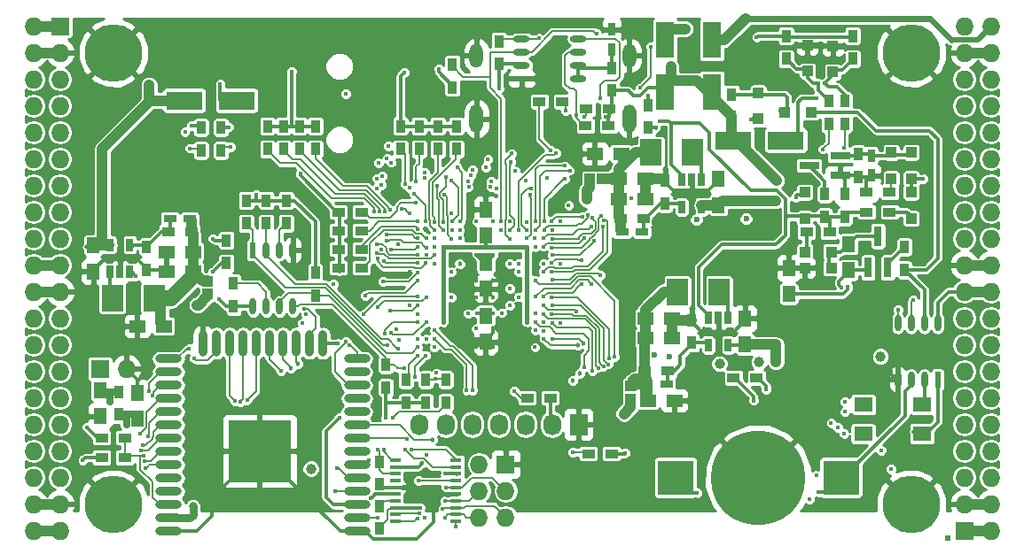
<source format=gbl>
G04 #@! TF.FileFunction,Copper,L4,Bot,Signal*
%FSLAX46Y46*%
G04 Gerber Fmt 4.6, Leading zero omitted, Abs format (unit mm)*
G04 Created by KiCad (PCBNEW 4.0.7+dfsg1-1) date Fri Nov 17 22:58:38 2017*
%MOMM*%
%LPD*%
G01*
G04 APERTURE LIST*
%ADD10C,0.100000*%
%ADD11R,1.727200X1.727200*%
%ADD12O,1.727200X1.727200*%
%ADD13R,0.500000X0.500000*%
%ADD14R,0.900000X1.200000*%
%ADD15R,1.000000X1.000000*%
%ADD16O,2.500000X0.900000*%
%ADD17O,0.900000X2.500000*%
%ADD18R,6.000000X6.000000*%
%ADD19R,1.800000X3.500000*%
%ADD20R,2.000000X2.500000*%
%ADD21R,0.700000X1.200000*%
%ADD22R,1.250000X1.500000*%
%ADD23R,1.500000X1.250000*%
%ADD24R,0.800000X1.900000*%
%ADD25R,1.900000X0.800000*%
%ADD26R,1.200000X0.750000*%
%ADD27R,0.750000X1.200000*%
%ADD28R,1.200000X0.900000*%
%ADD29C,5.500000*%
%ADD30R,1.000000X0.400000*%
%ADD31R,1.727200X2.032000*%
%ADD32O,1.727200X2.032000*%
%ADD33R,1.800000X1.400000*%
%ADD34R,3.500000X1.800000*%
%ADD35R,3.500000X3.300000*%
%ADD36C,9.000000*%
%ADD37O,1.300000X2.700000*%
%ADD38O,1.300000X2.300000*%
%ADD39R,0.600000X1.550000*%
%ADD40O,0.600000X1.550000*%
%ADD41R,1.550000X0.600000*%
%ADD42O,1.550000X0.600000*%
%ADD43C,0.600000*%
%ADD44C,0.400000*%
%ADD45C,1.000000*%
%ADD46C,0.454000*%
%ADD47C,0.800000*%
%ADD48C,0.700000*%
%ADD49C,0.190000*%
%ADD50C,0.300000*%
%ADD51C,1.000000*%
%ADD52C,0.600000*%
%ADD53C,0.500000*%
%ADD54C,0.800000*%
%ADD55C,0.700000*%
%ADD56C,0.400000*%
%ADD57C,0.200000*%
%ADD58C,1.500000*%
%ADD59C,0.127000*%
%ADD60C,1.200000*%
%ADD61C,0.254000*%
G04 APERTURE END LIST*
D10*
D11*
X97910000Y-62690000D03*
D12*
X95370000Y-62690000D03*
X97910000Y-65230000D03*
X95370000Y-65230000D03*
X97910000Y-67770000D03*
X95370000Y-67770000D03*
X97910000Y-70310000D03*
X95370000Y-70310000D03*
X97910000Y-72850000D03*
X95370000Y-72850000D03*
X97910000Y-75390000D03*
X95370000Y-75390000D03*
X97910000Y-77930000D03*
X95370000Y-77930000D03*
X97910000Y-80470000D03*
X95370000Y-80470000D03*
X97910000Y-83010000D03*
X95370000Y-83010000D03*
X97910000Y-85550000D03*
X95370000Y-85550000D03*
X97910000Y-88090000D03*
X95370000Y-88090000D03*
X97910000Y-90630000D03*
X95370000Y-90630000D03*
X97910000Y-93170000D03*
X95370000Y-93170000D03*
X97910000Y-95710000D03*
X95370000Y-95710000D03*
X97910000Y-98250000D03*
X95370000Y-98250000D03*
X97910000Y-100790000D03*
X95370000Y-100790000D03*
X97910000Y-103330000D03*
X95370000Y-103330000D03*
X97910000Y-105870000D03*
X95370000Y-105870000D03*
X97910000Y-108410000D03*
X95370000Y-108410000D03*
X97910000Y-110950000D03*
X95370000Y-110950000D03*
D13*
X182675150Y-111637626D03*
D14*
X103498000Y-99858000D03*
X103498000Y-97658000D03*
D15*
X152393000Y-97142000D03*
X152393000Y-98342000D03*
D16*
X126260434Y-111030338D03*
X126260434Y-109760338D03*
X126260434Y-108490338D03*
X126260434Y-107220338D03*
X126260434Y-105950338D03*
X126260434Y-104680338D03*
X126260434Y-103410338D03*
X126260434Y-102140338D03*
X126260434Y-100870338D03*
X126260434Y-99600338D03*
X126260434Y-98330338D03*
X126260434Y-97060338D03*
X126260434Y-95790338D03*
X126260434Y-94520338D03*
D17*
X122975434Y-93030338D03*
X121705434Y-93030338D03*
X120435434Y-93030338D03*
X119165434Y-93030338D03*
X117895434Y-93030338D03*
X116625434Y-93030338D03*
X115355434Y-93030338D03*
X114085434Y-93030338D03*
X112815434Y-93030338D03*
X111545434Y-93030338D03*
D16*
X108260434Y-94520338D03*
X108260434Y-95790338D03*
X108260434Y-97060338D03*
X108260434Y-98330338D03*
X108260434Y-99600338D03*
X108260434Y-100870338D03*
X108260434Y-102140338D03*
X108260434Y-103410338D03*
X108260434Y-104680338D03*
X108260434Y-105950338D03*
X108260434Y-107220338D03*
X108260434Y-108490338D03*
X108260434Y-109760338D03*
X108260434Y-111030338D03*
D18*
X116960434Y-103330338D03*
D19*
X155695000Y-69000000D03*
X155695000Y-64000000D03*
D14*
X154044000Y-72426000D03*
X154044000Y-70226000D03*
D20*
X160870000Y-88090000D03*
X156870000Y-88090000D03*
D21*
X159825000Y-90600000D03*
X160775000Y-90600000D03*
X161725000Y-90600000D03*
X161725000Y-93200000D03*
X159825000Y-93200000D03*
D20*
X102895000Y-88725000D03*
X106895000Y-88725000D03*
D21*
X104575000Y-86215000D03*
X103625000Y-86215000D03*
X102675000Y-86215000D03*
X102675000Y-83615000D03*
X104575000Y-83615000D03*
D20*
X158330000Y-74755000D03*
X154330000Y-74755000D03*
D21*
X157285000Y-77392000D03*
X158235000Y-77392000D03*
X159185000Y-77392000D03*
X159185000Y-79992000D03*
X157285000Y-79992000D03*
D22*
X101085000Y-83665000D03*
X101085000Y-86165000D03*
D23*
X153810000Y-90630000D03*
X156310000Y-90630000D03*
X153810000Y-92535000D03*
X156310000Y-92535000D03*
D22*
X163315000Y-93150000D03*
X163315000Y-90650000D03*
D23*
X151270000Y-79200000D03*
X153770000Y-79200000D03*
X151270000Y-77295000D03*
X153770000Y-77295000D03*
D22*
X160775000Y-79815000D03*
X160775000Y-77315000D03*
D23*
X110590000Y-84280000D03*
X108090000Y-84280000D03*
X110590000Y-86185000D03*
X108090000Y-86185000D03*
D22*
X173221000Y-86038000D03*
X173221000Y-83538000D03*
D24*
X176965000Y-85780000D03*
X175065000Y-85780000D03*
X176015000Y-82780000D03*
D25*
X172435000Y-75075000D03*
X172435000Y-76975000D03*
X169435000Y-76025000D03*
D26*
X153910000Y-96910000D03*
X155810000Y-96910000D03*
X151570000Y-82375000D03*
X153470000Y-82375000D03*
X110290000Y-81105000D03*
X108390000Y-81105000D03*
D27*
X175380000Y-75075000D03*
X175380000Y-76975000D03*
D28*
X169200000Y-82375000D03*
X171400000Y-82375000D03*
D14*
X172840000Y-80935000D03*
X172840000Y-78735000D03*
D28*
X177115000Y-80470000D03*
X174915000Y-80470000D03*
D14*
X174110000Y-74925000D03*
X174110000Y-77125000D03*
X178555000Y-83815000D03*
X178555000Y-86015000D03*
X113785000Y-83180000D03*
X113785000Y-85380000D03*
X170935000Y-80935000D03*
X170935000Y-78735000D03*
X128390000Y-108580000D03*
X128390000Y-110780000D03*
D28*
X150572000Y-103584000D03*
X148372000Y-103584000D03*
X177115000Y-78565000D03*
X174915000Y-78565000D03*
X153760000Y-95640000D03*
X155960000Y-95640000D03*
X110440000Y-82375000D03*
X108240000Y-82375000D03*
X151420000Y-81105000D03*
X153620000Y-81105000D03*
D14*
X158235000Y-90800000D03*
X158235000Y-93000000D03*
X106165000Y-86015000D03*
X106165000Y-83815000D03*
X155695000Y-77465000D03*
X155695000Y-79665000D03*
D28*
X126696000Y-85804000D03*
X124496000Y-85804000D03*
X126696000Y-84026000D03*
X124496000Y-84026000D03*
X126696000Y-82248000D03*
X124496000Y-82248000D03*
X126696000Y-80470000D03*
X124496000Y-80470000D03*
D14*
X130422000Y-74458000D03*
X130422000Y-72258000D03*
X132200000Y-74458000D03*
X132200000Y-72258000D03*
X133978000Y-74458000D03*
X133978000Y-72258000D03*
X135756000Y-74458000D03*
X135756000Y-72258000D03*
D27*
X150589600Y-64910000D03*
X150589600Y-63010000D03*
D11*
X184270000Y-110950000D03*
D12*
X186810000Y-110950000D03*
X184270000Y-108410000D03*
X186810000Y-108410000D03*
X184270000Y-105870000D03*
X186810000Y-105870000D03*
X184270000Y-103330000D03*
X186810000Y-103330000D03*
X184270000Y-100790000D03*
X186810000Y-100790000D03*
X184270000Y-98250000D03*
X186810000Y-98250000D03*
X184270000Y-95710000D03*
X186810000Y-95710000D03*
X184270000Y-93170000D03*
X186810000Y-93170000D03*
X184270000Y-90630000D03*
X186810000Y-90630000D03*
X184270000Y-88090000D03*
X186810000Y-88090000D03*
X184270000Y-85550000D03*
X186810000Y-85550000D03*
X184270000Y-83010000D03*
X186810000Y-83010000D03*
X184270000Y-80470000D03*
X186810000Y-80470000D03*
X184270000Y-77930000D03*
X186810000Y-77930000D03*
X184270000Y-75390000D03*
X186810000Y-75390000D03*
X184270000Y-72850000D03*
X186810000Y-72850000D03*
X184270000Y-70310000D03*
X186810000Y-70310000D03*
X184270000Y-67770000D03*
X186810000Y-67770000D03*
X184270000Y-65230000D03*
X186810000Y-65230000D03*
X184270000Y-62690000D03*
X186810000Y-62690000D03*
D29*
X102990000Y-108410000D03*
X179190000Y-108410000D03*
X179190000Y-65230000D03*
X102990000Y-65230000D03*
D14*
X162045000Y-71410000D03*
X162045000Y-69210000D03*
X139820000Y-66330000D03*
X139820000Y-64130000D03*
X135375000Y-68532000D03*
X135375000Y-66332000D03*
X150615000Y-68870000D03*
X150615000Y-66670000D03*
D28*
X150275000Y-72215000D03*
X148075000Y-72215000D03*
X150380000Y-70600000D03*
X148180000Y-70600000D03*
D30*
X135735000Y-104215000D03*
X135735000Y-104865000D03*
X135735000Y-105515000D03*
X135735000Y-106165000D03*
X135735000Y-106815000D03*
X135735000Y-107465000D03*
X135735000Y-108115000D03*
X135735000Y-108765000D03*
X135735000Y-109415000D03*
X135735000Y-110065000D03*
X129935000Y-110065000D03*
X129935000Y-109415000D03*
X129935000Y-108765000D03*
X129935000Y-108115000D03*
X129935000Y-107465000D03*
X129935000Y-106815000D03*
X129935000Y-106165000D03*
X129935000Y-105515000D03*
X129935000Y-104865000D03*
X129935000Y-104215000D03*
D14*
X119500000Y-79370000D03*
X119500000Y-81570000D03*
X114480000Y-89500000D03*
X114480000Y-87300000D03*
X129025000Y-97275000D03*
X129025000Y-95075000D03*
X117595000Y-79370000D03*
X117595000Y-81570000D03*
X122280000Y-86300000D03*
X122280000Y-88500000D03*
X115690000Y-79370000D03*
X115690000Y-81570000D03*
D28*
X144730000Y-98250000D03*
X142530000Y-98250000D03*
D14*
X132835000Y-98715000D03*
X132835000Y-96515000D03*
X130930000Y-98715000D03*
X130930000Y-96515000D03*
D28*
X101890000Y-103965000D03*
X104090000Y-103965000D03*
D11*
X101720000Y-95456000D03*
D12*
X104260000Y-95456000D03*
D28*
X104090000Y-102060000D03*
X101890000Y-102060000D03*
D22*
X167506000Y-88324000D03*
X167506000Y-85824000D03*
D28*
X164415000Y-96345000D03*
X162215000Y-96345000D03*
D14*
X167252000Y-65822000D03*
X167252000Y-63622000D03*
D11*
X140455000Y-104600000D03*
D12*
X137915000Y-104600000D03*
X140455000Y-107140000D03*
X137915000Y-107140000D03*
X140455000Y-109680000D03*
X137915000Y-109680000D03*
D22*
X138550000Y-90396000D03*
X138550000Y-92896000D03*
X138550000Y-82736000D03*
X138550000Y-80236000D03*
X138550000Y-85316000D03*
X138550000Y-87816000D03*
X101720000Y-97508000D03*
X101720000Y-100008000D03*
D14*
X113277000Y-74585000D03*
X113277000Y-72385000D03*
X111372000Y-74585000D03*
X111372000Y-72385000D03*
X172840000Y-72045000D03*
X172840000Y-69845000D03*
X171316000Y-72045000D03*
X171316000Y-69845000D03*
D31*
X147440000Y-100790000D03*
D32*
X144900000Y-100790000D03*
X142360000Y-100790000D03*
X139820000Y-100790000D03*
X137280000Y-100790000D03*
X134740000Y-100790000D03*
X132200000Y-100790000D03*
D33*
X180212000Y-98882000D03*
X174612000Y-98882000D03*
X174612000Y-101682000D03*
X180212000Y-101682000D03*
D22*
X105276000Y-100262000D03*
X105276000Y-97762000D03*
D34*
X109761000Y-69802000D03*
X114761000Y-69802000D03*
X167212000Y-73612000D03*
X162212000Y-73612000D03*
D19*
X160140000Y-64000000D03*
X160140000Y-69000000D03*
D23*
X154064000Y-98504000D03*
X156564000Y-98504000D03*
X107796000Y-91392000D03*
X105296000Y-91392000D03*
X151484000Y-74882000D03*
X148984000Y-74882000D03*
D14*
X173602000Y-65822000D03*
X173602000Y-63622000D03*
X134740000Y-96515000D03*
X134740000Y-98715000D03*
D35*
X172485000Y-105870000D03*
X156685000Y-105870000D03*
D36*
X164585000Y-105870000D03*
D15*
X169284000Y-66988000D03*
X169284000Y-64488000D03*
X171697000Y-67081000D03*
X171697000Y-64581000D03*
X169050000Y-84280000D03*
X171550000Y-84280000D03*
X179190000Y-81085000D03*
X179190000Y-78585000D03*
X169030000Y-81085000D03*
X169030000Y-78585000D03*
X171550000Y-85804000D03*
X169050000Y-85804000D03*
X179190000Y-77275000D03*
X179190000Y-74775000D03*
X177285000Y-74775000D03*
X177285000Y-77275000D03*
X167145000Y-70945000D03*
X169645000Y-70945000D03*
X164585000Y-69060000D03*
X164585000Y-71560000D03*
X112007000Y-87109000D03*
X112007000Y-88309000D03*
X149691000Y-77295000D03*
X148491000Y-77295000D03*
D14*
X128390000Y-106546000D03*
X128390000Y-104346000D03*
X117722000Y-74458000D03*
X117722000Y-72258000D03*
X119246000Y-74458000D03*
X119246000Y-72258000D03*
X120770000Y-74458000D03*
X120770000Y-72258000D03*
X122294000Y-74458000D03*
X122294000Y-72258000D03*
D28*
X145880000Y-69900000D03*
X143680000Y-69900000D03*
D37*
X152280000Y-71550000D03*
X137680000Y-71550000D03*
D38*
X137680000Y-65500000D03*
X152280000Y-65500000D03*
D39*
X181730000Y-96505000D03*
D40*
X180460000Y-96505000D03*
X179190000Y-96505000D03*
X177920000Y-96505000D03*
X177920000Y-91105000D03*
X179190000Y-91105000D03*
X180460000Y-91105000D03*
X181730000Y-91105000D03*
D41*
X141980000Y-67706500D03*
D42*
X141980000Y-66436500D03*
X141980000Y-65166500D03*
X141980000Y-63896500D03*
X147380000Y-63896500D03*
X147380000Y-65166500D03*
X147380000Y-66436500D03*
X147380000Y-67706500D03*
D39*
X116325000Y-84120000D03*
D40*
X117595000Y-84120000D03*
X118865000Y-84120000D03*
X120135000Y-84120000D03*
X120135000Y-89520000D03*
X118865000Y-89520000D03*
X117595000Y-89520000D03*
X116325000Y-89520000D03*
D43*
X123437000Y-108972000D03*
D44*
X132871770Y-84533979D03*
X132862998Y-82124544D03*
X131278306Y-86213101D03*
X135281276Y-80583119D03*
X131279502Y-89407325D03*
X170309539Y-85441529D03*
X145698456Y-91073766D03*
D43*
X156262773Y-81349374D03*
X154657528Y-81463649D03*
D45*
X158233687Y-94760979D03*
D44*
X145672808Y-85396062D03*
X144103186Y-84622010D03*
X133216000Y-107465000D03*
X137680000Y-88600000D03*
X142480000Y-95000000D03*
X141680000Y-92600000D03*
X140836000Y-84534000D03*
X135284627Y-94985297D03*
X135288625Y-94225619D03*
X134455822Y-94267172D03*
X136095958Y-93369652D03*
D46*
X139264636Y-91615205D03*
D45*
X116880503Y-64802940D03*
X106974809Y-64953974D03*
X175210328Y-64948943D03*
X165417246Y-64954666D03*
D44*
X175495631Y-71457432D03*
X145680000Y-94177990D03*
X177285000Y-95710000D03*
D45*
X177229911Y-82281349D03*
D43*
X164741832Y-81130572D03*
X161067993Y-81216119D03*
D45*
X162992748Y-94820185D03*
D44*
X140880000Y-81400000D03*
X136085174Y-89394826D03*
X145680000Y-81400000D03*
X140874194Y-91433353D03*
X142480000Y-94200000D03*
X140880000Y-93400000D03*
X139280000Y-93400000D03*
X137680000Y-93400000D03*
X136880000Y-92600000D03*
X135280000Y-92600000D03*
X132880000Y-91800000D03*
X132880000Y-93400000D03*
D46*
X141042859Y-86994997D03*
X139280000Y-87000000D03*
X136110990Y-86995403D03*
X137680000Y-87000000D03*
X136080000Y-84600000D03*
X139280000Y-88600000D03*
D44*
X127586603Y-107875044D03*
D45*
X166343357Y-77477990D03*
D44*
X172564535Y-87722010D03*
D45*
X121861867Y-105030174D03*
D44*
X150030853Y-71331848D03*
D45*
X156235582Y-66548363D03*
X166248957Y-79408030D03*
X101932065Y-82585048D03*
X106417803Y-68312483D03*
X166280000Y-94800000D03*
X157600000Y-62944000D03*
X176254940Y-94288458D03*
D44*
X180340784Y-77316932D03*
X109828000Y-72830000D03*
D43*
X154683145Y-94115840D03*
D44*
X148271935Y-77777990D03*
D47*
X110593913Y-108636458D03*
D45*
X160884708Y-94994498D03*
D43*
X156077107Y-94326957D03*
D44*
X173137949Y-87594275D03*
D45*
X148202454Y-79278787D03*
D48*
X102710050Y-98594954D03*
D44*
X154794000Y-72426000D03*
X129005202Y-100174798D03*
X137659051Y-91638034D03*
X139820000Y-68665673D03*
X172834633Y-99599920D03*
X172879922Y-98618650D03*
X176305593Y-103279812D03*
X165349214Y-97422919D03*
X164433885Y-63737451D03*
X134079160Y-66786153D03*
X116654336Y-78777990D03*
D43*
X163422030Y-81120665D03*
X158680000Y-81210838D03*
D44*
X112515000Y-83010000D03*
X100080000Y-104200000D03*
X113080000Y-88800000D03*
D45*
X164653770Y-94825547D03*
D44*
X135273306Y-88618602D03*
X139272517Y-84611349D03*
X137680556Y-84534085D03*
X141680000Y-86200000D03*
X135280000Y-86200000D03*
X132880000Y-92600000D03*
X132080000Y-92600000D03*
X141680000Y-88600000D03*
X141680000Y-85400000D03*
X121401947Y-90251871D03*
X129988160Y-91721995D03*
X130302262Y-92700329D03*
X121041200Y-91125073D03*
D45*
X110991000Y-89360000D03*
D44*
X142480000Y-91000000D03*
X142480000Y-83800000D03*
X134480000Y-83800000D03*
X134480000Y-91000000D03*
X105160274Y-86610828D03*
X125193541Y-69156848D03*
X155149360Y-71764535D03*
X170182962Y-69571012D03*
X170362901Y-107286196D03*
X158716651Y-107325176D03*
X128216338Y-109760338D03*
X132708000Y-109680000D03*
X137295592Y-97538017D03*
X134750646Y-106810513D03*
X133680000Y-91800000D03*
X136740903Y-97514503D03*
X134675868Y-108131585D03*
D46*
X133449289Y-102232615D03*
D44*
X133680000Y-92600000D03*
X132936956Y-103711000D03*
X127385678Y-104203668D03*
X133685482Y-93402296D03*
X134463998Y-108841973D03*
X131039072Y-102187000D03*
X131808905Y-96227367D03*
X134636872Y-109719950D03*
X132846234Y-94197073D03*
X120834553Y-76779094D03*
X130761990Y-67119621D03*
X147186000Y-71200000D03*
X147983153Y-71347080D03*
X149475951Y-69619684D03*
X153297112Y-68608292D03*
X177926984Y-89812061D03*
X154329326Y-64643767D03*
X152497066Y-79193467D03*
X146481406Y-79819384D03*
X143650666Y-63862520D03*
X179351513Y-88868327D03*
X149134122Y-63424051D03*
X140035989Y-81400000D03*
X115759823Y-98502036D03*
X132083026Y-86260405D03*
X128776655Y-87135140D03*
X119008515Y-95662939D03*
D46*
X119978162Y-95412951D03*
X120634035Y-94977604D03*
D44*
X113212238Y-68244401D03*
X146180000Y-70800000D03*
X131453853Y-103208291D03*
X149771692Y-81825658D03*
X144080000Y-86200000D03*
X149520824Y-86534121D03*
X144894316Y-86977564D03*
X144873936Y-83860397D03*
X149549750Y-80868432D03*
D46*
X147355672Y-93219294D03*
D44*
X144113248Y-92588762D03*
X144875155Y-86218896D03*
X149846468Y-81303978D03*
X144916886Y-83016385D03*
X148719886Y-81056015D03*
D46*
X147915304Y-93063131D03*
D44*
X144882352Y-92577990D03*
X148747982Y-95669626D03*
X144891634Y-91073766D03*
X149795895Y-95251084D03*
X144867244Y-90229755D03*
X150278898Y-95040253D03*
X144892596Y-89385743D03*
X150345974Y-94517527D03*
X144877648Y-88622010D03*
X150889207Y-94332565D03*
X143280000Y-87000000D03*
X130807074Y-95454141D03*
X130171404Y-93544341D03*
X132080000Y-93400000D03*
X129196652Y-93209125D03*
X133852393Y-95875797D03*
X141280000Y-97600000D03*
X133762848Y-96395146D03*
X132080000Y-94200000D03*
X128610772Y-84072485D03*
X105895603Y-103765816D03*
X130839486Y-103208291D03*
X132075624Y-89410644D03*
X129449238Y-89926948D03*
X128806823Y-103185900D03*
X128251440Y-89564206D03*
X132162861Y-106185868D03*
X132880000Y-88600000D03*
X124329568Y-104994951D03*
X127040053Y-88481065D03*
X132080000Y-87000000D03*
X125499542Y-93250681D03*
X124202418Y-107207639D03*
X132024412Y-109766775D03*
X110313517Y-74380698D03*
X132219727Y-109277292D03*
X114166000Y-74247000D03*
X135315381Y-81391918D03*
X135280062Y-77463305D03*
X134471370Y-81406751D03*
X134758050Y-77130140D03*
X132761172Y-77202673D03*
X132737245Y-76676207D03*
X128644933Y-77050030D03*
X128152012Y-77257840D03*
X128125571Y-78233647D03*
X110718734Y-94451783D03*
X128590544Y-77894041D03*
X110249038Y-93533767D03*
X106368514Y-97613395D03*
X131253134Y-78134216D03*
X132783339Y-81400004D03*
X106741168Y-98035405D03*
X131709326Y-78745875D03*
X132079024Y-82984045D03*
X129109095Y-82655074D03*
X105572759Y-101661319D03*
X132880889Y-83897835D03*
X129054383Y-83179239D03*
X106281049Y-101893466D03*
X129487667Y-84079929D03*
X132083682Y-83828056D03*
X105813763Y-102819336D03*
X132062099Y-84533979D03*
X128165458Y-83528763D03*
X105627254Y-103312241D03*
X128183315Y-84380742D03*
X105992720Y-104283802D03*
X133671942Y-84595200D03*
X132834641Y-85377990D03*
X128203260Y-84907376D03*
X106088753Y-104974041D03*
D46*
X146862501Y-96617499D03*
X147534467Y-95913260D03*
D44*
X147927932Y-95329243D03*
X143280000Y-91000000D03*
X149284391Y-95377990D03*
X144077013Y-90266968D03*
X147207648Y-89973043D03*
X144076240Y-89395301D03*
X143281824Y-90201951D03*
X144102010Y-85397219D03*
X147687522Y-85093328D03*
X144868096Y-85371354D03*
X148610669Y-81900026D03*
X144102010Y-83000000D03*
X144888125Y-82172374D03*
X147695541Y-87377990D03*
X144082832Y-88584510D03*
X148688598Y-87378077D03*
X143278026Y-88595030D03*
X144125486Y-82186468D03*
X148298275Y-80739810D03*
X144876540Y-81328363D03*
X147802234Y-80917812D03*
X139280000Y-81400000D03*
X139578623Y-78205862D03*
X139034115Y-78040948D03*
X139046749Y-77514088D03*
X138580000Y-76200000D03*
X138779198Y-75400762D03*
X137680000Y-81400000D03*
X137308732Y-76415018D03*
X137106948Y-76979922D03*
X136859538Y-77550820D03*
X136922059Y-78097889D03*
X136096392Y-81395070D03*
X135830698Y-76200613D03*
X148878722Y-83261032D03*
X144915665Y-84598743D03*
X148001372Y-82958777D03*
X144103186Y-83777990D03*
X142841210Y-78784254D03*
X142473549Y-82998913D03*
X142864275Y-78217369D03*
X142437464Y-82181475D03*
X146089079Y-77300571D03*
X144144931Y-81387081D03*
X144394875Y-77219934D03*
X146577729Y-76500816D03*
X143281475Y-82206074D03*
X146130802Y-76060132D03*
X143300920Y-81377293D03*
X145255695Y-74817220D03*
X141662690Y-82207782D03*
X142456909Y-81405800D03*
X140030954Y-82200000D03*
X141342967Y-76554996D03*
X141046643Y-74873804D03*
X140864029Y-83041403D03*
X140874966Y-82177164D03*
X140980062Y-75681941D03*
X115149319Y-98625494D03*
X132872609Y-82968555D03*
X132080007Y-82103333D03*
X132080000Y-81400000D03*
X131847310Y-79589886D03*
X130856828Y-77786820D03*
X131923295Y-77584853D03*
X133648389Y-82190597D03*
X133627359Y-81414685D03*
X129477855Y-92000822D03*
X132880000Y-91000000D03*
X128879646Y-92111037D03*
X132077648Y-90977990D03*
X131275302Y-80595752D03*
X130489904Y-80167235D03*
X128823114Y-85153560D03*
X132072985Y-85377990D03*
X134476508Y-82180155D03*
X133942383Y-77980766D03*
X163908850Y-71651861D03*
X135656559Y-110610712D03*
X132468001Y-104503413D03*
X146844288Y-103452739D03*
X132285867Y-108754446D03*
X134707351Y-105508447D03*
D48*
X104260000Y-100790000D03*
D44*
X114604320Y-98573680D03*
X112515000Y-86185000D03*
X164144561Y-98511733D03*
X169506589Y-107953726D03*
X170157734Y-105666345D03*
X170735900Y-74464979D03*
X143257990Y-83000000D03*
X168166438Y-79108038D03*
X151896383Y-103510715D03*
X114039000Y-72342000D03*
X110483000Y-72215000D03*
X143269694Y-93414905D03*
X177274002Y-105079115D03*
X172761273Y-101651681D03*
X143280000Y-91800000D03*
X172193360Y-101105663D03*
X144064831Y-91877646D03*
X171540304Y-100645743D03*
X144080000Y-91000000D03*
X154052298Y-69302298D03*
X128333179Y-75769807D03*
X134613000Y-78819000D03*
X135280000Y-83022010D03*
X135320520Y-82196441D03*
X129493343Y-75737814D03*
X136080000Y-82200000D03*
X129125079Y-75315804D03*
X136080000Y-83000000D03*
X129252218Y-74142461D03*
X142377451Y-77497451D03*
X172746637Y-74347988D03*
X143280000Y-83800000D03*
X170300000Y-68151000D03*
X170950000Y-68125562D03*
X125167387Y-92841517D03*
X121206217Y-89762554D03*
X132082956Y-90210779D03*
X182675150Y-111637626D03*
X124027706Y-87347706D03*
X124027707Y-87347707D03*
X166678914Y-70803555D03*
X129660000Y-100155000D03*
X124580000Y-100155000D03*
X132084049Y-88558274D03*
X126880008Y-90276109D03*
X128280000Y-103200000D03*
X100450000Y-101044000D03*
X120008000Y-67008000D03*
X127889625Y-80407426D03*
X133680000Y-85400000D03*
X130204628Y-83599483D03*
X128416582Y-80399850D03*
X133680000Y-83800000D03*
X128943593Y-80399729D03*
X133680000Y-83000000D03*
X129457990Y-80285112D03*
X144780000Y-74590382D03*
X124453000Y-93043000D03*
X137689001Y-90122990D03*
D45*
X151758000Y-99774000D03*
D44*
X136885174Y-90194826D03*
X140094890Y-90122990D03*
X139280000Y-90122990D03*
X140880000Y-89400000D03*
X140880000Y-87800000D03*
X140880000Y-85400000D03*
D46*
X136080000Y-85400000D03*
D49*
X138029000Y-66332000D02*
X138115000Y-66246000D01*
D50*
X133415999Y-107664999D02*
X133216000Y-107465000D01*
X133612013Y-107861013D02*
X133415999Y-107664999D01*
X131991648Y-111780338D02*
X133612013Y-110159973D01*
X127810434Y-111780338D02*
X131991648Y-111780338D01*
X133612013Y-110159973D02*
X133612013Y-107861013D01*
X127060434Y-111030338D02*
X127810434Y-111780338D01*
X126260434Y-111030338D02*
X127060434Y-111030338D01*
D51*
X184270000Y-108410000D02*
X186810000Y-108410000D01*
X184270000Y-85550000D02*
X186810000Y-85550000D01*
X184270000Y-65230000D02*
X186810000Y-65230000D01*
X95370000Y-65230000D02*
X97910000Y-65230000D01*
X95370000Y-88090000D02*
X97910000Y-88090000D01*
X95370000Y-108410000D02*
X97910000Y-108410000D01*
D50*
X108260434Y-111030338D02*
X109060434Y-111030338D01*
X109060434Y-111030338D02*
X109140772Y-110950000D01*
X110957617Y-110950000D02*
X112380000Y-109527617D01*
X109140772Y-110950000D02*
X110957617Y-110950000D01*
X112380000Y-109527617D02*
X112380000Y-107854384D01*
X112380000Y-107854384D02*
X116904046Y-103330338D01*
X116904046Y-103330338D02*
X116960434Y-103330338D01*
X167506000Y-85824000D02*
X169927068Y-85824000D01*
X169927068Y-85824000D02*
X170109540Y-85641528D01*
X170109540Y-85641528D02*
X170309539Y-85441529D01*
X104260000Y-95456000D02*
X105276000Y-96472000D01*
X105276000Y-96472000D02*
X105276000Y-97762000D01*
X133216000Y-107465000D02*
X132214478Y-107465000D01*
X135735000Y-107465000D02*
X133216000Y-107465000D01*
X132214478Y-107465000D02*
X131572496Y-106823018D01*
X131572496Y-106823018D02*
X129919874Y-106823018D01*
X126260434Y-111030338D02*
X124660659Y-111030338D01*
X124660659Y-111030338D02*
X116960659Y-103330338D01*
X116960659Y-103330338D02*
X116960434Y-103330338D01*
X129935000Y-106815000D02*
X128659000Y-106815000D01*
X128659000Y-106815000D02*
X128390000Y-106546000D01*
X128390000Y-106546000D02*
X128558000Y-106546000D01*
X136126306Y-93400000D02*
X136095958Y-93369652D01*
X136880000Y-92600000D02*
X136110348Y-93369652D01*
X136049652Y-93369652D02*
X136095958Y-93369652D01*
X137680000Y-93400000D02*
X136126306Y-93400000D01*
X135280000Y-92600000D02*
X136049652Y-93369652D01*
X136110348Y-93369652D02*
X136095958Y-93369652D01*
X139264636Y-92054364D02*
X139264636Y-91936231D01*
X139264636Y-91936231D02*
X139264636Y-91615205D01*
X138550000Y-92769000D02*
X139264636Y-92054364D01*
X136880000Y-92600000D02*
X137680000Y-93400000D01*
X136880000Y-92600000D02*
X138381000Y-92600000D01*
X138381000Y-92600000D02*
X138550000Y-92769000D01*
X135280000Y-92600000D02*
X136880000Y-92600000D01*
X138550000Y-92769000D02*
X138649000Y-92769000D01*
X138649000Y-92769000D02*
X139280000Y-93400000D01*
X138550000Y-92769000D02*
X138311000Y-92769000D01*
X138311000Y-92769000D02*
X137680000Y-93400000D01*
X175042385Y-64781000D02*
X175210328Y-64948943D01*
X171697000Y-64781000D02*
X175042385Y-64781000D01*
X165683912Y-64688000D02*
X165417246Y-64954666D01*
X169284000Y-64688000D02*
X165683912Y-64688000D01*
X169284000Y-64688000D02*
X171604000Y-64688000D01*
X171604000Y-64688000D02*
X171697000Y-64781000D01*
X177285000Y-95710000D02*
X177285000Y-95964000D01*
X177285000Y-95964000D02*
X177920000Y-96599000D01*
X102210000Y-84915000D02*
X103625000Y-84915000D01*
X103625000Y-84915000D02*
X105215000Y-84915000D01*
X103625000Y-86215000D02*
X103625000Y-84915000D01*
X105215000Y-84915000D02*
X106165000Y-85865000D01*
X106165000Y-85865000D02*
X106165000Y-86015000D01*
X101085000Y-86165000D02*
X101085000Y-86040000D01*
X101085000Y-86040000D02*
X102210000Y-84915000D01*
X106165000Y-86015000D02*
X107920000Y-86015000D01*
X107920000Y-86015000D02*
X108090000Y-86185000D01*
D51*
X153770000Y-77295000D02*
X155525000Y-77295000D01*
D50*
X155525000Y-77295000D02*
X155695000Y-77465000D01*
D51*
X153770000Y-79200000D02*
X153770000Y-77295000D01*
D50*
X174110000Y-77125000D02*
X174745000Y-77125000D01*
X174745000Y-77125000D02*
X175230000Y-77125000D01*
X174915000Y-78565000D02*
X174915000Y-77295000D01*
X174915000Y-77295000D02*
X174745000Y-77125000D01*
X172840000Y-78735000D02*
X172840000Y-77380000D01*
X172840000Y-77380000D02*
X172435000Y-76975000D01*
X175230000Y-77125000D02*
X175380000Y-76975000D01*
X172435000Y-76975000D02*
X173960000Y-76975000D01*
X173960000Y-76975000D02*
X174110000Y-77125000D01*
X137680000Y-86200000D02*
X137680000Y-86600000D01*
X136080000Y-84600000D02*
X137680000Y-86200000D01*
X159850000Y-78365000D02*
X158235000Y-78365000D01*
X158235000Y-78365000D02*
X156445000Y-78365000D01*
X158235000Y-77235000D02*
X158235000Y-78365000D01*
X160775000Y-77315000D02*
X160775000Y-77440000D01*
X160775000Y-77440000D02*
X159850000Y-78365000D01*
X156445000Y-78365000D02*
X155695000Y-77615000D01*
X155695000Y-77615000D02*
X155695000Y-77465000D01*
D51*
X156310000Y-90630000D02*
X156310000Y-92535000D01*
X158235000Y-90800000D02*
X156480000Y-90800000D01*
D50*
X156480000Y-90800000D02*
X156310000Y-90630000D01*
X163315000Y-90650000D02*
X163315000Y-90834602D01*
X163315000Y-90834602D02*
X162249602Y-91900000D01*
X162249602Y-91900000D02*
X160775000Y-91900000D01*
X101085000Y-86165000D02*
X101085000Y-85929893D01*
X106165000Y-85944374D02*
X106165000Y-86015000D01*
X159185000Y-91900000D02*
X160775000Y-91900000D01*
X160775000Y-90600000D02*
X160775000Y-91900000D01*
X158235000Y-90800000D02*
X158235000Y-90950000D01*
X158235000Y-90950000D02*
X159185000Y-91900000D01*
X108090000Y-84280000D02*
X108090000Y-86185000D01*
X107625000Y-84745000D02*
X108090000Y-84280000D01*
X108070000Y-84260000D02*
X108090000Y-84280000D01*
X141037856Y-87000000D02*
X141042859Y-86994997D01*
X139280000Y-87000000D02*
X141037856Y-87000000D01*
X136432016Y-86995403D02*
X136110990Y-86995403D01*
X137284597Y-86995403D02*
X136432016Y-86995403D01*
X137680000Y-86600000D02*
X137284597Y-86995403D01*
X137680000Y-86600000D02*
X137680000Y-87000000D01*
X127786602Y-107675045D02*
X127586603Y-107875044D01*
X129935000Y-107465000D02*
X127996647Y-107465000D01*
X127996647Y-107465000D02*
X127786602Y-107675045D01*
X150615000Y-68870000D02*
X152180000Y-68870000D01*
X153331001Y-69348999D02*
X152658999Y-69348999D01*
X152658999Y-69348999D02*
X152180000Y-68870000D01*
X154087002Y-68592998D02*
X155287998Y-68592998D01*
X153331001Y-69348999D02*
X154087002Y-68592998D01*
X155287998Y-68592998D02*
X155695000Y-69000000D01*
D51*
X162045000Y-71410000D02*
X162045000Y-73179633D01*
X162045000Y-73179633D02*
X165843358Y-76977991D01*
X165843358Y-76977991D02*
X166343357Y-77477990D01*
D50*
X101085000Y-83665000D02*
X101684316Y-83665000D01*
X101684316Y-83665000D02*
X101913492Y-83435824D01*
D51*
X101913492Y-83435824D02*
X101913492Y-82603621D01*
D50*
X101913492Y-82603621D02*
X101932065Y-82585048D01*
X172296000Y-87453475D02*
X172364536Y-87522011D01*
X172364536Y-87522011D02*
X172564535Y-87722010D01*
X172296000Y-87088000D02*
X172296000Y-87453475D01*
X173221000Y-86038000D02*
X173221000Y-86163000D01*
X173221000Y-86163000D02*
X172296000Y-87088000D01*
X150275000Y-71465000D02*
X150380000Y-71360000D01*
X150380000Y-71360000D02*
X150380000Y-70600000D01*
X150615000Y-70935000D02*
X150615000Y-69995990D01*
X150615000Y-69995990D02*
X150615000Y-68870000D01*
X150313695Y-71331848D02*
X150030853Y-71331848D01*
X150141848Y-71331848D02*
X150030853Y-71331848D01*
X150275000Y-71465000D02*
X150141848Y-71331848D01*
X150275000Y-72215000D02*
X150275000Y-71465000D01*
X160140000Y-69000000D02*
X160140000Y-69850000D01*
X160140000Y-69850000D02*
X161700000Y-71410000D01*
D51*
X156235582Y-67716832D02*
X156235582Y-66548363D01*
X158681338Y-67896338D02*
X156415088Y-67896338D01*
X156415088Y-67896338D02*
X156235582Y-67716832D01*
D50*
X156235582Y-66578582D02*
X156235582Y-66548363D01*
D51*
X160790000Y-79800000D02*
X161181970Y-79408030D01*
X161181970Y-79408030D02*
X165541851Y-79408030D01*
X165541851Y-79408030D02*
X166248957Y-79408030D01*
X101932065Y-81877942D02*
X101932065Y-82585048D01*
X101932065Y-74415935D02*
X101932065Y-81877942D01*
X106407114Y-69940886D02*
X101932065Y-74415935D01*
X106417803Y-69019589D02*
X106417803Y-68312483D01*
X106417803Y-69930197D02*
X106417803Y-69019589D01*
X106407114Y-69940886D02*
X106417803Y-69930197D01*
X166280000Y-93150000D02*
X166280000Y-94800000D01*
D50*
X110610000Y-69548000D02*
X110610000Y-69802000D01*
D51*
X109975000Y-69802000D02*
X106546000Y-69802000D01*
X106546000Y-69802000D02*
X106419000Y-69929000D01*
X106419000Y-69929000D02*
X106407114Y-69940886D01*
D50*
X106419000Y-69675000D02*
X106419000Y-69929000D01*
X100572432Y-83665000D02*
X100424079Y-83813353D01*
X101085000Y-83665000D02*
X100572432Y-83665000D01*
X160790000Y-79800000D02*
X160775000Y-79815000D01*
D51*
X163315000Y-93150000D02*
X166280000Y-93150000D01*
D50*
X160775000Y-79940000D02*
X160775000Y-79815000D01*
X164925000Y-93150000D02*
X164240000Y-93150000D01*
X164240000Y-93150000D02*
X163315000Y-93150000D01*
X101085000Y-83665000D02*
X101085000Y-83790000D01*
D51*
X159185000Y-79835000D02*
X160755000Y-79835000D01*
D50*
X160755000Y-79835000D02*
X160775000Y-79815000D01*
X161725000Y-93200000D02*
X163265000Y-93200000D01*
X163265000Y-93200000D02*
X163315000Y-93150000D01*
X173221000Y-86038000D02*
X174807000Y-86038000D01*
X174807000Y-86038000D02*
X175065000Y-85780000D01*
D51*
X101085000Y-83665000D02*
X102625000Y-83665000D01*
D50*
X102625000Y-83665000D02*
X102675000Y-83615000D01*
X161700000Y-71410000D02*
X162045000Y-71410000D01*
D51*
X162045000Y-71410000D02*
X162045000Y-71260000D01*
X162045000Y-71260000D02*
X158681338Y-67896338D01*
D50*
X162045000Y-71753000D02*
X162045000Y-71410000D01*
X155695000Y-64000000D02*
X155695000Y-63368337D01*
X155695000Y-63368337D02*
X156119337Y-62944000D01*
D51*
X156119337Y-62944000D02*
X157600000Y-62944000D01*
X160140000Y-64000000D02*
X161340000Y-64000000D01*
X161340000Y-64000000D02*
X163399217Y-61940783D01*
D52*
X163399217Y-61940783D02*
X180980783Y-61940783D01*
D53*
X185540000Y-63960000D02*
X186810000Y-62690000D01*
D52*
X180980783Y-61940783D02*
X183000000Y-63960000D01*
D53*
X183000000Y-63960000D02*
X185540000Y-63960000D01*
D50*
X179190000Y-77075000D02*
X179431932Y-77316932D01*
X179431932Y-77316932D02*
X180057942Y-77316932D01*
X180057942Y-77316932D02*
X180340784Y-77316932D01*
D51*
X184270000Y-110950000D02*
X186810000Y-110950000D01*
X184270000Y-88090000D02*
X186810000Y-88090000D01*
X95370000Y-62690000D02*
X97910000Y-62690000D01*
X95370000Y-85550000D02*
X97910000Y-85550000D01*
X95370000Y-110950000D02*
X97910000Y-110950000D01*
D50*
X179190000Y-78585000D02*
X179190000Y-77275000D01*
X148471934Y-77577991D02*
X148271935Y-77777990D01*
X148491000Y-77295000D02*
X148491000Y-77558925D01*
X148491000Y-77558925D02*
X148471934Y-77577991D01*
X148202000Y-78022023D02*
X148271935Y-77952088D01*
X148271935Y-77952088D02*
X148271935Y-77777990D01*
X129025000Y-97275000D02*
X129025000Y-98800000D01*
X129025000Y-98800000D02*
X129025000Y-100155000D01*
X130930000Y-98715000D02*
X129110000Y-98715000D01*
X129110000Y-98715000D02*
X129025000Y-98800000D01*
D54*
X110593913Y-109202143D02*
X110593913Y-108636458D01*
X110593913Y-109476859D02*
X110593913Y-109202143D01*
X110310434Y-109760338D02*
X110593913Y-109476859D01*
X108260434Y-109760338D02*
X110310434Y-109760338D01*
D50*
X167506000Y-88324000D02*
X172691066Y-88324000D01*
X172691066Y-88324000D02*
X173137949Y-87877117D01*
X173137949Y-87877117D02*
X173137949Y-87594275D01*
D51*
X148202454Y-78413536D02*
X148202454Y-78571681D01*
X148202000Y-78413082D02*
X148202454Y-78413536D01*
X148202454Y-78571681D02*
X148202454Y-79278787D01*
D55*
X102710050Y-97683950D02*
X102710050Y-98099980D01*
X102736000Y-97658000D02*
X102710050Y-97683950D01*
X102710050Y-98099980D02*
X102710050Y-98594954D01*
X102736000Y-97658000D02*
X101870000Y-97658000D01*
X103498000Y-97658000D02*
X102736000Y-97658000D01*
D50*
X101870000Y-97658000D02*
X101720000Y-97508000D01*
X148202000Y-78413082D02*
X148491000Y-78124082D01*
D51*
X148491000Y-78124082D02*
X148491000Y-77295000D01*
X148202000Y-78413082D02*
X148439744Y-78175338D01*
D50*
X154806000Y-72438000D02*
X154794000Y-72426000D01*
X154044000Y-72426000D02*
X154794000Y-72426000D01*
X129025000Y-100155000D02*
X129005202Y-100174798D01*
X129025000Y-97275000D02*
X129025000Y-98175000D01*
X132835000Y-98715000D02*
X130930000Y-98715000D01*
X173602000Y-63706000D02*
X167336000Y-63706000D01*
X167336000Y-63706000D02*
X167252000Y-63622000D01*
X167252000Y-63622000D02*
X164549336Y-63622000D01*
X164549336Y-63622000D02*
X164433885Y-63737451D01*
X138550000Y-85042000D02*
X138188471Y-85042000D01*
X138188471Y-85042000D02*
X137680556Y-84534085D01*
X138550000Y-85042000D02*
X138841866Y-85042000D01*
X138841866Y-85042000D02*
X139272517Y-84611349D01*
X137680556Y-84534085D02*
X139195253Y-84534085D01*
X139195253Y-84534085D02*
X139272517Y-84611349D01*
X139820000Y-66330000D02*
X139820000Y-68665673D01*
X165349214Y-97129214D02*
X165349214Y-97422919D01*
X164565000Y-96345000D02*
X165349214Y-97129214D01*
X164415000Y-96345000D02*
X164565000Y-96345000D01*
X134079160Y-67068995D02*
X134079160Y-66786153D01*
X134079160Y-67086160D02*
X134079160Y-67068995D01*
X135375000Y-68382000D02*
X134079160Y-67086160D01*
X135375000Y-68532000D02*
X135375000Y-68382000D01*
X116654336Y-79155664D02*
X116654336Y-79060832D01*
X115690000Y-79370000D02*
X116440000Y-79370000D01*
X116440000Y-79370000D02*
X116654336Y-79155664D01*
X116654336Y-79060832D02*
X116654336Y-78777990D01*
X181730000Y-89106000D02*
X182746000Y-88090000D01*
X182746000Y-88090000D02*
X184270000Y-88090000D01*
X181730000Y-91011000D02*
X181730000Y-89106000D01*
X144730000Y-98250000D02*
X144730000Y-99266000D01*
X144730000Y-99266000D02*
X144730000Y-99400000D01*
X144730000Y-99400000D02*
X144730000Y-100620000D01*
X113785000Y-83180000D02*
X112685000Y-83180000D01*
X112685000Y-83180000D02*
X112515000Y-83010000D01*
X122280000Y-86300000D02*
X122280000Y-81400000D01*
X122280000Y-81400000D02*
X120250000Y-79370000D01*
X120250000Y-79370000D02*
X119500000Y-79370000D01*
X100315000Y-103965000D02*
X100080000Y-104200000D01*
X101890000Y-103965000D02*
X100315000Y-103965000D01*
X117595000Y-79370000D02*
X119500000Y-79370000D01*
X115690000Y-79370000D02*
X117595000Y-79370000D01*
X114480000Y-89500000D02*
X113780000Y-89500000D01*
X113780000Y-89500000D02*
X113080000Y-88800000D01*
X114480000Y-89500000D02*
X116305000Y-89500000D01*
X116305000Y-89500000D02*
X116325000Y-89520000D01*
X144900000Y-98250000D02*
X144730000Y-98250000D01*
X144730000Y-100620000D02*
X144900000Y-100790000D01*
X139820000Y-66330000D02*
X141875000Y-66330000D01*
X141875000Y-66330000D02*
X141980000Y-66435000D01*
X156010000Y-95710000D02*
X156524914Y-95710000D01*
X156524914Y-95710000D02*
X157145126Y-95089788D01*
X157145126Y-95089788D02*
X157145126Y-94239874D01*
X157145126Y-94239874D02*
X158235000Y-93150000D01*
X158235000Y-93150000D02*
X158235000Y-93000000D01*
X155960000Y-95640000D02*
X155960000Y-96760000D01*
X155960000Y-96760000D02*
X155810000Y-96910000D01*
X158235000Y-93000000D02*
X159625000Y-93000000D01*
X159625000Y-93000000D02*
X159825000Y-93200000D01*
D51*
X112007000Y-88471000D02*
X111118000Y-89360000D01*
X111118000Y-89360000D02*
X110991000Y-89360000D01*
D50*
X112007000Y-88359000D02*
X112007000Y-88471000D01*
D56*
X137480000Y-83800000D02*
X138550000Y-83800000D01*
X138550000Y-83800000D02*
X142480000Y-83800000D01*
D50*
X138550000Y-83298000D02*
X138550000Y-83800000D01*
D56*
X134480000Y-83800000D02*
X137480000Y-83800000D01*
X142480000Y-83800000D02*
X142480000Y-91000000D01*
X134480000Y-91000000D02*
X134480000Y-83800000D01*
D50*
X104960275Y-86410829D02*
X105160274Y-86610828D01*
X104764446Y-86215000D02*
X104960275Y-86410829D01*
X104575000Y-86215000D02*
X104764446Y-86215000D01*
X167183550Y-81105000D02*
X167183550Y-82681450D01*
X166265000Y-83600000D02*
X161080000Y-83600000D01*
X167183550Y-82681450D02*
X166265000Y-83600000D01*
X161080000Y-83600000D02*
X158880000Y-85800000D01*
X158880000Y-85800000D02*
X158880000Y-89400000D01*
X158880000Y-89400000D02*
X159825000Y-90345000D01*
X159825000Y-90345000D02*
X159825000Y-90600000D01*
X156280000Y-72000000D02*
X159003987Y-72000000D01*
X159003987Y-72000000D02*
X159926293Y-72922306D01*
X159926293Y-72922306D02*
X159926293Y-74478638D01*
X159926293Y-74478638D02*
X163850815Y-78403160D01*
X167183550Y-79228973D02*
X167183550Y-81105000D01*
X163850815Y-78403160D02*
X166357737Y-78403160D01*
X166357737Y-78403160D02*
X167183550Y-79228973D01*
X156280000Y-72000000D02*
X156044535Y-71764535D01*
X156044535Y-71764535D02*
X155432202Y-71764535D01*
X155432202Y-71764535D02*
X155149360Y-71764535D01*
X169030000Y-80885000D02*
X167403550Y-80885000D01*
X167403550Y-80885000D02*
X167183550Y-81105000D01*
X156280000Y-75980000D02*
X156280000Y-72000000D01*
X157285000Y-77235000D02*
X157285000Y-76985000D01*
X157285000Y-76985000D02*
X156280000Y-75980000D01*
X168980000Y-80885000D02*
X169030000Y-80885000D01*
X169030000Y-80885000D02*
X170885000Y-80885000D01*
X170885000Y-80885000D02*
X170935000Y-80935000D01*
X170935000Y-80935000D02*
X171570000Y-80935000D01*
X171570000Y-80935000D02*
X172840000Y-80935000D01*
X171400000Y-82375000D02*
X171400000Y-81105000D01*
X171400000Y-81105000D02*
X171570000Y-80935000D01*
X174915000Y-80470000D02*
X173305000Y-80470000D01*
X173305000Y-80470000D02*
X172840000Y-80935000D01*
X155210000Y-79665000D02*
X155695000Y-79665000D01*
X153620000Y-81105000D02*
X153770000Y-81105000D01*
X153770000Y-81105000D02*
X155210000Y-79665000D01*
X153620000Y-81105000D02*
X153620000Y-82225000D01*
X153620000Y-82225000D02*
X153470000Y-82375000D01*
X155695000Y-79665000D02*
X157115000Y-79665000D01*
X155525000Y-79835000D02*
X155695000Y-79665000D01*
X157115000Y-79665000D02*
X157285000Y-79835000D01*
X104575000Y-83615000D02*
X105965000Y-83615000D01*
X104775000Y-83815000D02*
X104575000Y-83615000D01*
X108240000Y-82375000D02*
X107605000Y-82375000D01*
X107605000Y-82375000D02*
X106165000Y-83815000D01*
X105965000Y-83615000D02*
X106165000Y-83815000D01*
X108070000Y-82545000D02*
X108240000Y-82375000D01*
X108390000Y-81105000D02*
X108390000Y-82225000D01*
X108390000Y-82225000D02*
X108240000Y-82375000D01*
X168141000Y-73485000D02*
X168402683Y-73223317D01*
X168402683Y-73223317D02*
X168402683Y-69932420D01*
X168402683Y-69932420D02*
X168764091Y-69571012D01*
X168764091Y-69571012D02*
X169900120Y-69571012D01*
X169900120Y-69571012D02*
X170182962Y-69571012D01*
X170645743Y-107286196D02*
X170362901Y-107286196D01*
X171252736Y-107286196D02*
X170645743Y-107286196D01*
X178585200Y-99953732D02*
X171252736Y-107286196D01*
X178585200Y-97635600D02*
X178585200Y-99953732D01*
X179190000Y-97030800D02*
X178585200Y-97635600D01*
X179190000Y-96599000D02*
X179190000Y-97030800D01*
X158433809Y-107325176D02*
X158716651Y-107325176D01*
X158140176Y-107325176D02*
X158433809Y-107325176D01*
X156685000Y-105870000D02*
X158140176Y-107325176D01*
D49*
X126260434Y-109760338D02*
X128216338Y-109760338D01*
X126260434Y-109760338D02*
X127060434Y-109760338D01*
X127060434Y-109760338D02*
X127107096Y-109807000D01*
X137295592Y-97255175D02*
X137295592Y-97538017D01*
X135181878Y-93301878D02*
X135425772Y-93301878D01*
X135425772Y-93301878D02*
X137295592Y-95171698D01*
X133680000Y-91800000D02*
X135181878Y-93301878D01*
X137295592Y-95171698D02*
X137295592Y-97255175D01*
X137254415Y-105873269D02*
X139188269Y-105873269D01*
X139188269Y-105873269D02*
X140455000Y-107140000D01*
X135735000Y-106856777D02*
X135718950Y-106872827D01*
X135718950Y-106872827D02*
X135656636Y-106810513D01*
X135656636Y-106810513D02*
X135033488Y-106810513D01*
X135033488Y-106810513D02*
X134750646Y-106810513D01*
X137254415Y-105873269D02*
X136254857Y-106872827D01*
X135735000Y-106815000D02*
X135735000Y-106856777D01*
X136254857Y-106872827D02*
X135718950Y-106872827D01*
X133449289Y-102232615D02*
X131722624Y-102232615D01*
X127700434Y-100870338D02*
X126260434Y-100870338D01*
X131722624Y-102232615D02*
X130360347Y-100870338D01*
X130360347Y-100870338D02*
X127700434Y-100870338D01*
X134698889Y-93618889D02*
X135294462Y-93618889D01*
X136740903Y-95065330D02*
X136740903Y-97231661D01*
X133680000Y-92600000D02*
X134698889Y-93618889D01*
X135294462Y-93618889D02*
X136740903Y-95065330D01*
X136740903Y-97231661D02*
X136740903Y-97514503D01*
X135735000Y-108115000D02*
X136940000Y-108115000D01*
X136940000Y-108115000D02*
X137915000Y-107140000D01*
X135644172Y-108131585D02*
X134958710Y-108131585D01*
X134958710Y-108131585D02*
X134675868Y-108131585D01*
X135669098Y-108106659D02*
X135644172Y-108131585D01*
X135726659Y-108106659D02*
X135669098Y-108106659D01*
X135735000Y-108115000D02*
X135726659Y-108106659D01*
X126909008Y-104680338D02*
X127185679Y-104403667D01*
X126260434Y-104680338D02*
X126909008Y-104680338D01*
X127185679Y-104403667D02*
X127385678Y-104203668D01*
X135735000Y-108765000D02*
X136425000Y-108765000D01*
X136595601Y-108594399D02*
X139369399Y-108594399D01*
X139369399Y-108594399D02*
X139591401Y-108816401D01*
X136425000Y-108765000D02*
X136595601Y-108594399D01*
X139591401Y-108816401D02*
X140455000Y-109680000D01*
X134540971Y-108765000D02*
X134463998Y-108841973D01*
X135735000Y-108765000D02*
X134540971Y-108765000D01*
X126260434Y-102140338D02*
X130992410Y-102140338D01*
X130992410Y-102140338D02*
X131039072Y-102187000D01*
X131808905Y-95944525D02*
X131808905Y-96227367D01*
X131808905Y-95234402D02*
X131808905Y-95944525D01*
X132846234Y-94197073D02*
X131808905Y-95234402D01*
X136690000Y-109680000D02*
X137915000Y-109680000D01*
X135735000Y-109415000D02*
X136425000Y-109415000D01*
X136425000Y-109415000D02*
X136690000Y-109680000D01*
X134636872Y-109719950D02*
X134941822Y-109415000D01*
X134941822Y-109415000D02*
X135735000Y-109415000D01*
D50*
X180460000Y-87920000D02*
X178555000Y-86015000D01*
X180460000Y-91011000D02*
X180460000Y-87920000D01*
X169445000Y-70945000D02*
X174084740Y-70945000D01*
X174084740Y-70945000D02*
X175826942Y-72687202D01*
X175826942Y-72687202D02*
X180932202Y-72687202D01*
X180932202Y-72687202D02*
X181730000Y-73485000D01*
X181730000Y-73485000D02*
X181730000Y-84915000D01*
X181730000Y-84915000D02*
X180630000Y-86015000D01*
X180630000Y-86015000D02*
X178555000Y-86015000D01*
X176015000Y-82780000D02*
X173979000Y-82780000D01*
X173979000Y-82780000D02*
X173221000Y-83538000D01*
X171350000Y-84280000D02*
X172479000Y-84280000D01*
X172479000Y-84280000D02*
X173221000Y-83538000D01*
X171350000Y-84280000D02*
X171350000Y-85804000D01*
X177285000Y-74975000D02*
X179190000Y-74975000D01*
X175380000Y-75075000D02*
X177185000Y-75075000D01*
X177185000Y-75075000D02*
X177285000Y-74975000D01*
X174110000Y-74925000D02*
X175230000Y-74925000D01*
X175230000Y-74925000D02*
X175380000Y-75075000D01*
X172435000Y-75075000D02*
X173960000Y-75075000D01*
X173960000Y-75075000D02*
X174110000Y-74925000D01*
X169200000Y-82375000D02*
X169200000Y-84230000D01*
X169200000Y-84230000D02*
X169250000Y-84280000D01*
X177115000Y-80470000D02*
X178775000Y-80470000D01*
X178775000Y-80470000D02*
X179190000Y-80885000D01*
X176965000Y-85780000D02*
X176965000Y-85405000D01*
X176965000Y-85405000D02*
X178555000Y-83815000D01*
X181730000Y-100536000D02*
X180784000Y-101482000D01*
X180784000Y-101482000D02*
X179412000Y-101482000D01*
X181730000Y-96599000D02*
X181730000Y-100536000D01*
X180460000Y-96599000D02*
X180460000Y-99057757D01*
X180460000Y-99057757D02*
X180446075Y-99071682D01*
X170935000Y-78735000D02*
X170935000Y-77525000D01*
X170935000Y-77525000D02*
X169435000Y-76025000D01*
D49*
X177285000Y-77075000D02*
X177285000Y-78395000D01*
X177285000Y-78395000D02*
X177115000Y-78565000D01*
D50*
X124496000Y-80470000D02*
X124346000Y-80470000D01*
X120834553Y-76958553D02*
X120834553Y-76779094D01*
X124346000Y-80470000D02*
X120834553Y-76958553D01*
X124582000Y-80470000D02*
X124432000Y-80470000D01*
X124582000Y-84279000D02*
X124582000Y-86185000D01*
X124582000Y-82375000D02*
X124582000Y-84279000D01*
X124582000Y-80470000D02*
X124582000Y-82375000D01*
X132200000Y-72258000D02*
X130422000Y-72258000D01*
X133978000Y-72258000D02*
X132200000Y-72258000D01*
X135756000Y-72258000D02*
X133978000Y-72258000D01*
X135748350Y-72191002D02*
X135722352Y-72217000D01*
X130402940Y-67478671D02*
X130761990Y-67119621D01*
X130402940Y-72217000D02*
X130402940Y-67478671D01*
D49*
X147380000Y-65165000D02*
X146460390Y-65165000D01*
X146586447Y-68691785D02*
X146964785Y-68691785D01*
X146460390Y-65165000D02*
X146133498Y-65491892D01*
X146133498Y-65491892D02*
X146133498Y-68238836D01*
X146133498Y-68238836D02*
X146586447Y-68691785D01*
X146964785Y-68691785D02*
X147186000Y-68913000D01*
X147186000Y-68913000D02*
X147186000Y-71200000D01*
X147186000Y-71476000D02*
X147186000Y-71200000D01*
X148075000Y-72215000D02*
X147925000Y-72215000D01*
X147925000Y-72215000D02*
X147186000Y-71476000D01*
X148075000Y-72215000D02*
X148075000Y-71961000D01*
X147380000Y-63895000D02*
X150955962Y-63895000D01*
X150955962Y-63895000D02*
X151352044Y-64291082D01*
X151352044Y-67579418D02*
X151043301Y-67888161D01*
X151352044Y-64291082D02*
X151352044Y-67579418D01*
X151043301Y-67888161D02*
X149894932Y-67888161D01*
X149894932Y-67888161D02*
X149475951Y-68307142D01*
X149475951Y-68307142D02*
X149475951Y-69336842D01*
X149475951Y-69336842D02*
X149475951Y-69619684D01*
X148072920Y-71347080D02*
X147983153Y-71347080D01*
X148180000Y-71240000D02*
X148072920Y-71347080D01*
X148180000Y-70600000D02*
X148180000Y-71240000D01*
X154329326Y-64643767D02*
X154329326Y-67576078D01*
X153497111Y-68408293D02*
X153297112Y-68608292D01*
X154329326Y-67576078D02*
X153497111Y-68408293D01*
X177920000Y-89819045D02*
X177926984Y-89812061D01*
X177920000Y-91011000D02*
X177920000Y-89819045D01*
X141980000Y-63895000D02*
X143618186Y-63895000D01*
X143618186Y-63895000D02*
X143650666Y-63862520D01*
X141980000Y-63895000D02*
X140055000Y-63895000D01*
X140055000Y-63895000D02*
X139820000Y-64130000D01*
X179190000Y-91011000D02*
X179190000Y-89029840D01*
X179190000Y-89029840D02*
X179351513Y-88868327D01*
X142945000Y-65165000D02*
X144935202Y-63174798D01*
X148934123Y-63224052D02*
X149134122Y-63424051D01*
X144935202Y-63174798D02*
X148884869Y-63174798D01*
X148884869Y-63174798D02*
X148934123Y-63224052D01*
X141980000Y-65165000D02*
X142945000Y-65165000D01*
X138980000Y-68578574D02*
X138980000Y-67516000D01*
X140035989Y-81400000D02*
X140035989Y-69634563D01*
X140035989Y-69634563D02*
X138980000Y-68578574D01*
X136409000Y-67516000D02*
X138980000Y-67516000D01*
X138980000Y-67516000D02*
X138980000Y-65165000D01*
X135375000Y-66332000D02*
X135375000Y-66482000D01*
X135375000Y-66482000D02*
X136409000Y-67516000D01*
X138980000Y-65165000D02*
X141980000Y-65165000D01*
D50*
X150589600Y-64910000D02*
X150589600Y-66644600D01*
X150589600Y-66644600D02*
X150615000Y-66670000D01*
X147380000Y-67705000D02*
X147380000Y-66435000D01*
X150615000Y-66670000D02*
X147615000Y-66670000D01*
X147615000Y-66670000D02*
X147380000Y-66435000D01*
D49*
X116625434Y-93030338D02*
X116625434Y-97636425D01*
X115959822Y-98302037D02*
X115759823Y-98502036D01*
X116625434Y-97636425D02*
X115959822Y-98302037D01*
X128776655Y-87135140D02*
X131208291Y-87135140D01*
X131883027Y-86460404D02*
X132083026Y-86260405D01*
X131208291Y-87135140D02*
X131883027Y-86460404D01*
X117895434Y-93030338D02*
X117895434Y-94549858D01*
X118808516Y-95462940D02*
X119008515Y-95662939D01*
X117895434Y-94549858D02*
X118808516Y-95462940D01*
X119751163Y-95185952D02*
X119978162Y-95412951D01*
X119165434Y-94600223D02*
X119751163Y-95185952D01*
X119165434Y-93030338D02*
X119165434Y-94600223D01*
X120435434Y-94779003D02*
X120634035Y-94977604D01*
X120435434Y-93030338D02*
X120435434Y-94779003D01*
D50*
X113212238Y-69737238D02*
X113212238Y-68527243D01*
X113277000Y-69802000D02*
X113212238Y-69737238D01*
X113212238Y-68527243D02*
X113212238Y-68244401D01*
D49*
X146180000Y-70800000D02*
X146180000Y-70200000D01*
X146180000Y-70200000D02*
X145880000Y-69900000D01*
X129935000Y-108115000D02*
X128895397Y-108115000D01*
X128895397Y-108115000D02*
X128373228Y-108637169D01*
X135760266Y-104239298D02*
X134729259Y-103208291D01*
X134729259Y-103208291D02*
X131736695Y-103208291D01*
X131736695Y-103208291D02*
X131453853Y-103208291D01*
X149771692Y-84259987D02*
X149771692Y-82108500D01*
X145138186Y-85796887D02*
X145206679Y-85865380D01*
X144080000Y-86200000D02*
X144483113Y-85796887D01*
X145206679Y-85865380D02*
X146790302Y-85865380D01*
X149771692Y-82108500D02*
X149771692Y-81825658D01*
X148343733Y-85687946D02*
X149771692Y-84259987D01*
X144483113Y-85796887D02*
X145138186Y-85796887D01*
X146967735Y-85687946D02*
X148343733Y-85687946D01*
X146790302Y-85865380D02*
X146967735Y-85687946D01*
X149308669Y-86321966D02*
X149320825Y-86334122D01*
X146574761Y-86977564D02*
X147230359Y-86321966D01*
X149320825Y-86334122D02*
X149520824Y-86534121D01*
X147230359Y-86321966D02*
X149308669Y-86321966D01*
X144894316Y-86977564D02*
X146574761Y-86977564D01*
X149349682Y-82233898D02*
X148741779Y-82841801D01*
X148456721Y-83061241D02*
X148456721Y-83126859D01*
X145156778Y-83860397D02*
X144873936Y-83860397D01*
X148456721Y-83126859D02*
X147723183Y-83860397D01*
X148676161Y-82841801D02*
X148456721Y-83061241D01*
X148741779Y-82841801D02*
X148676161Y-82841801D01*
X149349682Y-81068500D02*
X149349682Y-82233898D01*
X149549750Y-80868432D02*
X149349682Y-81068500D01*
X147723183Y-83860397D02*
X145156778Y-83860397D01*
X144113248Y-92588762D02*
X144743780Y-93219294D01*
X147034646Y-93219294D02*
X147355672Y-93219294D01*
X144743780Y-93219294D02*
X147034646Y-93219294D01*
X150193694Y-84286307D02*
X148475045Y-86004956D01*
X149846468Y-81303978D02*
X150129310Y-81303978D01*
X150129310Y-81303978D02*
X150193694Y-81368362D01*
X150193694Y-81368362D02*
X150193694Y-84286307D01*
X146885107Y-86218896D02*
X145157997Y-86218896D01*
X148475045Y-86004956D02*
X147099047Y-86004956D01*
X147099047Y-86004956D02*
X146885107Y-86218896D01*
X145157997Y-86218896D02*
X144875155Y-86218896D01*
X147466871Y-82991358D02*
X147441844Y-83016385D01*
X145199728Y-83016385D02*
X144916886Y-83016385D01*
X147441844Y-83016385D02*
X145199728Y-83016385D01*
X148919885Y-81256014D02*
X148719886Y-81056015D01*
X147466871Y-82868714D02*
X147810795Y-82524790D01*
X149032671Y-82102588D02*
X149032671Y-81368800D01*
X148610469Y-82524790D02*
X149032671Y-82102588D01*
X149032671Y-81368800D02*
X148919885Y-81256014D01*
X147466871Y-82991358D02*
X147466871Y-82868714D01*
X147810795Y-82524790D02*
X148610469Y-82524790D01*
X147481096Y-83005583D02*
X147466871Y-82991358D01*
X147688305Y-92836132D02*
X147915304Y-93063131D01*
X147430163Y-92577990D02*
X147688305Y-92836132D01*
X144882352Y-92577990D02*
X147430163Y-92577990D01*
X148723536Y-91850270D02*
X148723536Y-95362338D01*
X148369033Y-91495767D02*
X148723536Y-91850270D01*
X148747982Y-95386784D02*
X148747982Y-95669626D01*
X145313635Y-91495767D02*
X148369033Y-91495767D01*
X144891634Y-91073766D02*
X145313635Y-91495767D01*
X148723536Y-95362338D02*
X148747982Y-95386784D01*
X149368234Y-94823423D02*
X149595896Y-95051085D01*
X149368234Y-91598328D02*
X149368234Y-94823423D01*
X148164951Y-90395045D02*
X149368234Y-91598328D01*
X146754942Y-90229755D02*
X146920232Y-90395045D01*
X149595896Y-95051085D02*
X149795895Y-95251084D01*
X144867244Y-90229755D02*
X146754942Y-90229755D01*
X146920232Y-90395045D02*
X148164951Y-90395045D01*
X144892596Y-89385743D02*
X147603970Y-89385743D01*
X149828669Y-91610442D02*
X149828669Y-94609733D01*
X150259189Y-95040253D02*
X150278898Y-95040253D01*
X147603970Y-89385743D02*
X149828669Y-91610442D01*
X149828669Y-94609733D02*
X150259189Y-95040253D01*
X144877648Y-88622010D02*
X147288558Y-88622010D01*
X150345974Y-94234685D02*
X150345974Y-94517527D01*
X150345974Y-91679426D02*
X150345974Y-94234685D01*
X147288558Y-88622010D02*
X150345974Y-91679426D01*
X150889207Y-94049723D02*
X150889207Y-94332565D01*
X148574062Y-86638977D02*
X150889207Y-88954122D01*
X147361669Y-86638977D02*
X148574062Y-86638977D01*
X146600646Y-87400000D02*
X147361669Y-86638977D01*
X143680000Y-87400000D02*
X146600646Y-87400000D01*
X150889207Y-88954122D02*
X150889207Y-94049723D01*
X143280000Y-87000000D02*
X143680000Y-87400000D01*
X118865000Y-84120000D02*
X118865000Y-82205000D01*
X118865000Y-82205000D02*
X119500000Y-81570000D01*
X116780000Y-87300000D02*
X117595000Y-88115000D01*
X117595000Y-88115000D02*
X117595000Y-89520000D01*
X114480000Y-87300000D02*
X116780000Y-87300000D01*
X120625000Y-89520000D02*
X120804456Y-89340544D01*
X120135000Y-89520000D02*
X120625000Y-89520000D01*
X120804456Y-89340544D02*
X123946751Y-89340544D01*
X123946751Y-89340544D02*
X129025000Y-94418793D01*
X129025000Y-94418793D02*
X129025000Y-95075000D01*
X130185090Y-95454141D02*
X130088513Y-95454141D01*
X129025000Y-95075000D02*
X129805949Y-95075000D01*
X129805949Y-95075000D02*
X130185090Y-95454141D01*
X130807074Y-95454141D02*
X130185090Y-95454141D01*
X128596678Y-92617343D02*
X129244406Y-92617343D01*
X123340323Y-87360988D02*
X128596678Y-92617343D01*
X117595000Y-84595000D02*
X120360988Y-87360988D01*
X120360988Y-87360988D02*
X123340323Y-87360988D01*
X117595000Y-84120000D02*
X117595000Y-84595000D01*
X129971405Y-93344342D02*
X130171404Y-93544341D01*
X129244406Y-92617343D02*
X129971405Y-93344342D01*
X117595000Y-84120000D02*
X117595000Y-81570000D01*
X122920000Y-88500000D02*
X122280000Y-88500000D01*
X123582693Y-88500000D02*
X122920000Y-88500000D01*
X131513657Y-93966343D02*
X129049036Y-93966343D01*
X129049036Y-93966343D02*
X123582693Y-88500000D01*
X132080000Y-93400000D02*
X131513657Y-93966343D01*
X122280000Y-88500000D02*
X122031234Y-88251234D01*
X122031234Y-88251234D02*
X119658766Y-88251234D01*
X119658766Y-88251234D02*
X118865000Y-89045000D01*
X118865000Y-89045000D02*
X118865000Y-89520000D01*
X128913810Y-93209125D02*
X129196652Y-93209125D01*
X123209013Y-87677999D02*
X128740139Y-93209125D01*
X119407999Y-87677999D02*
X123209013Y-87677999D01*
X128740139Y-93209125D02*
X128913810Y-93209125D01*
X116325000Y-84120000D02*
X116325000Y-84595000D01*
X116325000Y-84595000D02*
X119407999Y-87677999D01*
X116325000Y-84120000D02*
X116325000Y-82205000D01*
X116325000Y-82205000D02*
X115690000Y-81570000D01*
X142530000Y-98250000D02*
X141930000Y-98250000D01*
X141930000Y-98250000D02*
X141280000Y-97600000D01*
X134045690Y-96395146D02*
X133762848Y-96395146D01*
X132835000Y-96515000D02*
X133642994Y-96515000D01*
X134902547Y-96248879D02*
X134756280Y-96395146D01*
X133642994Y-96515000D02*
X133762848Y-96395146D01*
X134756280Y-96395146D02*
X134045690Y-96395146D01*
X132080000Y-94200000D02*
X131242159Y-95037841D01*
X131242159Y-95037841D02*
X131242159Y-96202841D01*
X131242159Y-96202841D02*
X130930000Y-96515000D01*
X105895603Y-103765816D02*
X105530000Y-103765816D01*
X105530000Y-103765816D02*
X104289184Y-103765816D01*
X106701556Y-106279556D02*
X105530000Y-105108000D01*
X105530000Y-105108000D02*
X105530000Y-103765816D01*
X106748950Y-106279556D02*
X106701556Y-106279556D01*
X104289184Y-103765816D02*
X104090000Y-103965000D01*
X104090000Y-103965000D02*
X104090000Y-102432010D01*
X104090000Y-103965000D02*
X104434394Y-103965000D01*
X106748950Y-107778854D02*
X107460434Y-108490338D01*
X106748950Y-106279556D02*
X106748950Y-107778854D01*
X107460434Y-108490338D02*
X108260434Y-108490338D01*
X109060434Y-108490338D02*
X108260434Y-108490338D01*
X103945000Y-103965000D02*
X104090000Y-103965000D01*
D50*
X103940000Y-102060000D02*
X104090000Y-102060000D01*
X104260000Y-101890000D02*
X104090000Y-102060000D01*
D49*
X131712607Y-104081412D02*
X131039485Y-103408290D01*
X132670562Y-104081412D02*
X131712607Y-104081412D01*
X133454150Y-104865000D02*
X132670562Y-104081412D01*
X135735000Y-104865000D02*
X133454150Y-104865000D01*
X131039485Y-103408290D02*
X130839486Y-103208291D01*
X131875625Y-89610643D02*
X132075624Y-89410644D01*
X131559320Y-89926948D02*
X131875625Y-89610643D01*
X129449238Y-89926948D02*
X131559320Y-89926948D01*
X128806823Y-103386823D02*
X128806823Y-103185900D01*
X129635000Y-104215000D02*
X128806823Y-103386823D01*
X129935000Y-104215000D02*
X129635000Y-104215000D01*
X128451439Y-89364207D02*
X128251440Y-89564206D01*
X132880000Y-88600000D02*
X132499716Y-88980284D01*
X128839401Y-88976245D02*
X128451439Y-89364207D01*
X131837325Y-88980284D02*
X131833286Y-88976245D01*
X131833286Y-88976245D02*
X128839401Y-88976245D01*
X132499716Y-88980284D02*
X131837325Y-88980284D01*
X135792529Y-106185868D02*
X132445703Y-106185868D01*
X135798078Y-106180319D02*
X135792529Y-106185868D01*
X132445703Y-106185868D02*
X132162861Y-106185868D01*
X125460434Y-105950338D02*
X124505047Y-104994951D01*
X126260434Y-105950338D02*
X125460434Y-105950338D01*
X124505047Y-104994951D02*
X124329568Y-104994951D01*
X130843382Y-88236618D02*
X127284500Y-88236618D01*
X132080000Y-87000000D02*
X130843382Y-88236618D01*
X127284500Y-88236618D02*
X127240052Y-88281066D01*
X127240052Y-88281066D02*
X127040053Y-88481065D01*
X125630777Y-93250681D02*
X125499542Y-93250681D01*
X126260434Y-94520338D02*
X126260434Y-93880338D01*
X126260434Y-93880338D02*
X125630777Y-93250681D01*
X126260434Y-107220338D02*
X124215117Y-107220338D01*
X124215117Y-107220338D02*
X124202418Y-107207639D01*
X129989706Y-110093313D02*
X131697874Y-110093313D01*
X131824413Y-109966774D02*
X132024412Y-109766775D01*
X131697874Y-110093313D02*
X131824413Y-109966774D01*
X110313517Y-74380698D02*
X111167698Y-74380698D01*
X111167698Y-74380698D02*
X111372000Y-74585000D01*
X129920049Y-109454792D02*
X130097549Y-109277292D01*
X131936885Y-109277292D02*
X132219727Y-109277292D01*
X130097549Y-109277292D02*
X131936885Y-109277292D01*
X114166000Y-74247000D02*
X113615000Y-74247000D01*
X113615000Y-74247000D02*
X113277000Y-74585000D01*
X135942999Y-80764300D02*
X135515380Y-81191919D01*
X135515380Y-81191919D02*
X135315381Y-81391918D01*
X135942999Y-78126242D02*
X135942999Y-80764300D01*
X135280062Y-77463305D02*
X135942999Y-78126242D01*
X134758050Y-77130140D02*
X134758050Y-78049388D01*
X134471370Y-79301932D02*
X134471370Y-81123909D01*
X134471370Y-81123909D02*
X134471370Y-81406751D01*
X134190999Y-79021561D02*
X134471370Y-79301932D01*
X134758050Y-78049388D02*
X134190999Y-78616439D01*
X134190999Y-78616439D02*
X134190999Y-79021561D01*
X112815434Y-93030338D02*
X112815434Y-93830338D01*
X112815434Y-93830338D02*
X111993990Y-94651782D01*
X110918733Y-94651782D02*
X110718734Y-94451783D01*
X111993990Y-94651782D02*
X110918733Y-94651782D01*
X110047005Y-93533767D02*
X110249038Y-93533767D01*
X108260434Y-94520338D02*
X109060434Y-94520338D01*
X109060434Y-94520338D02*
X110047005Y-93533767D01*
X106368514Y-96882258D02*
X106368514Y-97330553D01*
X108260434Y-95790338D02*
X107460434Y-95790338D01*
X107460434Y-95790338D02*
X106368514Y-96882258D01*
X106368514Y-97330553D02*
X106368514Y-97613395D01*
X132783339Y-81117162D02*
X132783339Y-81400004D01*
X132783339Y-79819888D02*
X132783339Y-81117162D01*
X131709326Y-78745875D02*
X132783339Y-79819888D01*
X108260434Y-97060338D02*
X107460434Y-97060338D01*
X106820434Y-97700338D02*
X106820434Y-97956139D01*
X107460434Y-97060338D02*
X106820434Y-97700338D01*
X106820434Y-97956139D02*
X106741168Y-98035405D01*
X131835159Y-82984045D02*
X132079024Y-82984045D01*
X129109095Y-82655074D02*
X131506188Y-82655074D01*
X131506188Y-82655074D02*
X131835159Y-82984045D01*
X105772758Y-101461320D02*
X105572759Y-101661319D01*
X106123001Y-101111077D02*
X105772758Y-101461320D01*
X107460434Y-98330338D02*
X106123001Y-99667771D01*
X106123001Y-99667771D02*
X106123001Y-101111077D01*
X108260434Y-98330338D02*
X107460434Y-98330338D01*
X132680890Y-83697836D02*
X132880889Y-83897835D01*
X132389101Y-83406047D02*
X132680890Y-83697836D01*
X129054383Y-83179239D02*
X129337225Y-83179239D01*
X130658491Y-83406047D02*
X132389101Y-83406047D01*
X130416284Y-83163840D02*
X130658491Y-83406047D01*
X129352624Y-83163840D02*
X130416284Y-83163840D01*
X129337225Y-83179239D02*
X129352624Y-83163840D01*
X107460434Y-99600338D02*
X106440012Y-100620760D01*
X106440012Y-101734503D02*
X106281049Y-101893466D01*
X106440012Y-100620760D02*
X106440012Y-101734503D01*
X108260434Y-99600338D02*
X107460434Y-99600338D01*
X132083682Y-83828056D02*
X131831809Y-84079929D01*
X129770509Y-84079929D02*
X129487667Y-84079929D01*
X131831809Y-84079929D02*
X129770509Y-84079929D01*
X106096605Y-102819336D02*
X105813763Y-102819336D01*
X106698136Y-102041958D02*
X106698136Y-102217805D01*
X106820434Y-101510338D02*
X106820434Y-101919660D01*
X107460434Y-100870338D02*
X106820434Y-101510338D01*
X108260434Y-100870338D02*
X107460434Y-100870338D01*
X106698136Y-102217805D02*
X106096605Y-102819336D01*
X106820434Y-101919660D02*
X106698136Y-102041958D01*
X129344904Y-84533979D02*
X131779257Y-84533979D01*
X131779257Y-84533979D02*
X132062099Y-84533979D01*
X129063140Y-84252215D02*
X129344904Y-84533979D01*
X128683783Y-83528763D02*
X129063140Y-83908120D01*
X128165458Y-83528763D02*
X128683783Y-83528763D01*
X129063140Y-83908120D02*
X129063140Y-84252215D01*
X106288531Y-103312241D02*
X105910096Y-103312241D01*
X105910096Y-103312241D02*
X105627254Y-103312241D01*
X108260434Y-102140338D02*
X107460434Y-102140338D01*
X107460434Y-102140338D02*
X106288531Y-103312241D01*
X129318593Y-84955989D02*
X128869440Y-84506836D01*
X128476877Y-84506836D02*
X128461123Y-84491082D01*
X128461123Y-84491082D02*
X128293655Y-84491082D01*
X128293655Y-84491082D02*
X128183315Y-84380742D01*
X133671942Y-84595200D02*
X133311153Y-84955989D01*
X128869440Y-84506836D02*
X128476877Y-84506836D01*
X133311153Y-84955989D02*
X129318593Y-84955989D01*
X106275562Y-104283802D02*
X105992720Y-104283802D01*
X108260434Y-103410338D02*
X107460434Y-103410338D01*
X107460434Y-103410338D02*
X106586970Y-104283802D01*
X106586970Y-104283802D02*
X106275562Y-104283802D01*
X128203260Y-85190218D02*
X128783975Y-85770933D01*
X132374236Y-85838395D02*
X132634642Y-85577989D01*
X132634642Y-85577989D02*
X132834641Y-85377990D01*
X131808146Y-85838395D02*
X132374236Y-85838395D01*
X128203260Y-84907376D02*
X128203260Y-85190218D01*
X131740684Y-85770933D02*
X131808146Y-85838395D01*
X128783975Y-85770933D02*
X131740684Y-85770933D01*
X106288752Y-104774042D02*
X106088753Y-104974041D01*
X108260434Y-104680338D02*
X106382456Y-104680338D01*
X106382456Y-104680338D02*
X106288752Y-104774042D01*
X143280000Y-91000000D02*
X143730111Y-91450111D01*
X143730111Y-91450111D02*
X144643417Y-91450111D01*
X144643417Y-91450111D02*
X145296258Y-92102952D01*
X145296258Y-92102952D02*
X147909477Y-92102952D01*
X147909477Y-92102952D02*
X148406525Y-92600000D01*
X148406525Y-92600000D02*
X148406525Y-93715698D01*
X148406525Y-93715698D02*
X147927932Y-94194291D01*
X147927932Y-94194291D02*
X147927932Y-95329243D01*
X149040547Y-91718961D02*
X149040547Y-95134146D01*
X149040547Y-95134146D02*
X149084392Y-95177991D01*
X144461801Y-90651756D02*
X146728622Y-90651756D01*
X144077013Y-90266968D02*
X144461801Y-90651756D01*
X146728622Y-90651756D02*
X146788922Y-90712056D01*
X146788922Y-90712056D02*
X148033642Y-90712056D01*
X148033642Y-90712056D02*
X149040547Y-91718961D01*
X149084392Y-95177991D02*
X149284391Y-95377990D01*
X147042350Y-89807745D02*
X147207648Y-89973043D01*
X144488684Y-89807745D02*
X147042350Y-89807745D01*
X144076240Y-89395301D02*
X144488684Y-89807745D01*
X147285413Y-84974061D02*
X147404680Y-85093328D01*
X145265389Y-84974061D02*
X147285413Y-84974061D01*
X147404680Y-85093328D02*
X147687522Y-85093328D01*
X144868096Y-85371354D02*
X145265389Y-84974061D01*
X147338920Y-82100025D02*
X148410670Y-82100025D01*
X148410670Y-82100025D02*
X148610669Y-81900026D01*
X146844561Y-82594384D02*
X147338920Y-82100025D01*
X144102010Y-83000000D02*
X144507626Y-82594384D01*
X144507626Y-82594384D02*
X146844561Y-82594384D01*
X147495542Y-87577989D02*
X147695541Y-87377990D01*
X146895541Y-88177990D02*
X147495542Y-87577989D01*
X144082832Y-88584510D02*
X144489352Y-88177990D01*
X144489352Y-88177990D02*
X146895541Y-88177990D01*
X147492979Y-86955988D02*
X148266509Y-86955988D01*
X148488599Y-87178078D02*
X148688598Y-87378077D01*
X148266509Y-86955988D02*
X148488599Y-87178078D01*
X146692979Y-87755988D02*
X147492979Y-86955988D01*
X144117068Y-87755988D02*
X146692979Y-87755988D01*
X143278026Y-88595030D02*
X144117068Y-87755988D01*
X144561581Y-81750373D02*
X144325485Y-81986469D01*
X148298275Y-81022652D02*
X147735184Y-81585743D01*
X144325485Y-81986469D02*
X144125486Y-82186468D01*
X145162314Y-81822001D02*
X145090686Y-81750373D01*
X147404881Y-81585743D02*
X147168624Y-81822001D01*
X145090686Y-81750373D02*
X144561581Y-81750373D01*
X148298275Y-80739810D02*
X148298275Y-81022652D01*
X147735184Y-81585743D02*
X147404881Y-81585743D01*
X147168624Y-81822001D02*
X145162314Y-81822001D01*
X145076539Y-81128364D02*
X144876540Y-81328363D01*
X145287091Y-80917812D02*
X145076539Y-81128364D01*
X147802234Y-80917812D02*
X145287091Y-80917812D01*
X136296391Y-81195071D02*
X136096392Y-81395070D01*
X136296391Y-76666306D02*
X136296391Y-81195071D01*
X135830698Y-76200613D02*
X136296391Y-76666306D01*
X148878722Y-83269867D02*
X148878722Y-83261032D01*
X148884787Y-83275932D02*
X148878722Y-83269867D01*
X147561976Y-84598743D02*
X148884787Y-83275932D01*
X144915665Y-84598743D02*
X147561976Y-84598743D01*
X147801373Y-83158776D02*
X148001372Y-82958777D01*
X145097605Y-83438395D02*
X145120161Y-83460951D01*
X144442781Y-83438395D02*
X145097605Y-83438395D01*
X145120161Y-83460951D02*
X147499198Y-83460951D01*
X144103186Y-83777990D02*
X144442781Y-83438395D01*
X147499198Y-83460951D02*
X147801373Y-83158776D01*
X142878910Y-79104796D02*
X142841210Y-79067096D01*
X142878910Y-81603681D02*
X142878910Y-79104796D01*
X142859466Y-81623125D02*
X142878910Y-81603681D01*
X142859466Y-82612996D02*
X142859466Y-81623125D01*
X142473549Y-82998913D02*
X142859466Y-82612996D01*
X142841210Y-79067096D02*
X142841210Y-78784254D01*
X142581433Y-78217369D02*
X142864275Y-78217369D01*
X142437464Y-82181475D02*
X141980034Y-81724045D01*
X141980034Y-78818768D02*
X142581433Y-78217369D01*
X141980034Y-81724045D02*
X141980034Y-78818768D01*
X144144931Y-79244719D02*
X145889080Y-77500570D01*
X144144931Y-81387081D02*
X144144931Y-79244719D01*
X145889080Y-77500570D02*
X146089079Y-77300571D01*
X144222105Y-76500816D02*
X146294887Y-76500816D01*
X146294887Y-76500816D02*
X146577729Y-76500816D01*
X143722921Y-77000000D02*
X144222105Y-76500816D01*
X143722921Y-81764628D02*
X143722921Y-77000000D01*
X143281475Y-82206074D02*
X143722921Y-81764628D01*
X146130802Y-76060132D02*
X143641714Y-76060132D01*
X143641714Y-76060132D02*
X143300920Y-76400926D01*
X143300920Y-76400926D02*
X143300920Y-81377293D01*
X145055696Y-75017219D02*
X145255695Y-74817220D01*
X144233121Y-75017219D02*
X145055696Y-75017219D01*
X141662690Y-77587650D02*
X144233121Y-75017219D01*
X141662690Y-82207782D02*
X141662690Y-77587650D01*
X140457999Y-81602561D02*
X140457999Y-81197439D01*
X140457999Y-81197439D02*
X140502001Y-81153437D01*
X140502001Y-81153437D02*
X140502001Y-75946277D01*
X140440226Y-75480221D02*
X140846644Y-75073803D01*
X140846644Y-75073803D02*
X141046643Y-74873804D01*
X140440226Y-75884502D02*
X140440226Y-75480221D01*
X140502001Y-75946277D02*
X140440226Y-75884502D01*
X140452964Y-82630338D02*
X140452964Y-81607596D01*
X140452964Y-81607596D02*
X140457999Y-81602561D01*
X140864029Y-83041403D02*
X140452964Y-82630338D01*
X141074965Y-81977165D02*
X140874966Y-82177164D01*
X141302001Y-81750129D02*
X141074965Y-81977165D01*
X140893701Y-76051144D02*
X140893701Y-80789139D01*
X140980062Y-75964783D02*
X140893701Y-76051144D01*
X140980062Y-75681941D02*
X140980062Y-75964783D01*
X141302001Y-81197439D02*
X141302001Y-81750129D01*
X140893701Y-80789139D02*
X141302001Y-81197439D01*
X115149319Y-98587476D02*
X115149319Y-98625494D01*
X115355434Y-98381361D02*
X115149319Y-98587476D01*
X115355434Y-93030338D02*
X115355434Y-98381361D01*
X131577816Y-82225714D02*
X131877442Y-82525340D01*
X131877442Y-82525340D02*
X132429394Y-82525340D01*
X132429394Y-82525340D02*
X132672610Y-82768556D01*
X132672610Y-82768556D02*
X132872609Y-82968555D01*
X127518001Y-85131999D02*
X127518001Y-83500999D01*
X127518001Y-83500999D02*
X128793286Y-82225714D01*
X128793286Y-82225714D02*
X131577816Y-82225714D01*
X126846000Y-85804000D02*
X127518001Y-85131999D01*
X126696000Y-85804000D02*
X126846000Y-85804000D01*
X131880008Y-81903334D02*
X132080007Y-82103333D01*
X128540345Y-81903334D02*
X131880008Y-81903334D01*
X126696000Y-83747679D02*
X128540345Y-81903334D01*
X126696000Y-84026000D02*
X126696000Y-83747679D01*
X127454001Y-82248000D02*
X126696000Y-82248000D01*
X128302001Y-81400000D02*
X127454001Y-82248000D01*
X132080000Y-81400000D02*
X128302001Y-81400000D01*
X130067902Y-80369797D02*
X130067902Y-79964673D01*
X131564468Y-79589886D02*
X131847310Y-79589886D01*
X130442689Y-79589886D02*
X131564468Y-79589886D01*
X130067902Y-79964673D02*
X130442689Y-79589886D01*
X127480000Y-81000000D02*
X129437699Y-81000000D01*
X126950000Y-80470000D02*
X127480000Y-81000000D01*
X126696000Y-80470000D02*
X126950000Y-80470000D01*
X129437699Y-81000000D02*
X130067902Y-80369797D01*
X130856828Y-74903041D02*
X130856828Y-77503978D01*
X130406165Y-74452378D02*
X130856828Y-74903041D01*
X130856828Y-77503978D02*
X130856828Y-77786820D01*
X132187803Y-74438238D02*
X132187803Y-75854197D01*
X132187803Y-75854197D02*
X131923295Y-76118705D01*
X131923295Y-76118705D02*
X131923295Y-77302011D01*
X131923295Y-77302011D02*
X131923295Y-77584853D01*
X133976510Y-74417028D02*
X133976510Y-76727635D01*
X133448390Y-81990598D02*
X133648389Y-82190597D01*
X133205341Y-81747549D02*
X133448390Y-81990598D01*
X133205341Y-81197442D02*
X133205341Y-81747549D01*
X133164422Y-81156521D02*
X133205341Y-81197442D01*
X133164422Y-77539723D02*
X133164422Y-81156521D01*
X133976510Y-76727635D02*
X133164422Y-77539723D01*
X133481433Y-77671033D02*
X133481433Y-80827832D01*
X133627359Y-81131843D02*
X133627359Y-81414685D01*
X133481433Y-80827832D02*
X133627359Y-80973758D01*
X135729868Y-75422598D02*
X133481433Y-77671033D01*
X135729868Y-74459448D02*
X135729868Y-75422598D01*
X135708658Y-74438238D02*
X135729868Y-74459448D01*
X133627359Y-80973758D02*
X133627359Y-81131843D01*
X129677854Y-92200821D02*
X129477855Y-92000822D01*
X131658136Y-92221864D02*
X129698897Y-92221864D01*
X132880000Y-91000000D02*
X131658136Y-92221864D01*
X129698897Y-92221864D02*
X129677854Y-92200821D01*
X132077648Y-90977990D02*
X129684172Y-90977990D01*
X129684172Y-90977990D02*
X128879646Y-91782516D01*
X128879646Y-91828195D02*
X128879646Y-92111037D01*
X128879646Y-91782516D02*
X128879646Y-91828195D01*
X130489904Y-80167235D02*
X130846785Y-80167235D01*
X131075303Y-80395753D02*
X131275302Y-80595752D01*
X130846785Y-80167235D02*
X131075303Y-80395753D01*
X129023113Y-85353559D02*
X128823114Y-85153560D01*
X132072985Y-85377990D02*
X129047544Y-85377990D01*
X129047544Y-85377990D02*
X129023113Y-85353559D01*
X134049360Y-81753007D02*
X134276509Y-81980156D01*
X134276509Y-81980156D02*
X134476508Y-82180155D01*
X134049360Y-79328243D02*
X134049360Y-81753007D01*
X133873988Y-78332003D02*
X133873988Y-79152871D01*
X133873988Y-79152871D02*
X134049360Y-79328243D01*
X133942383Y-78263608D02*
X133873988Y-78332003D01*
X133942383Y-77980766D02*
X133942383Y-78263608D01*
X164170000Y-71360000D02*
X163908850Y-71621150D01*
X163908850Y-71621150D02*
X163908850Y-71651861D01*
X164585000Y-71360000D02*
X164170000Y-71360000D01*
X135656559Y-110327870D02*
X135656559Y-110610712D01*
X135815000Y-110065000D02*
X135656559Y-110223441D01*
X135656559Y-110223441D02*
X135656559Y-110327870D01*
D50*
X132268002Y-104703412D02*
X132468001Y-104503413D01*
X132103678Y-104867736D02*
X132268002Y-104703412D01*
X129931513Y-104867736D02*
X132103678Y-104867736D01*
D49*
X146844288Y-103452739D02*
X148240739Y-103452739D01*
X148240739Y-103452739D02*
X148372000Y-103584000D01*
D57*
X129935000Y-108765000D02*
X129386398Y-108765000D01*
D50*
X128390000Y-110630000D02*
X128390000Y-110780000D01*
D57*
X129386398Y-108765000D02*
X129140000Y-109011398D01*
X129140000Y-109011398D02*
X129140000Y-109880000D01*
X129140000Y-109880000D02*
X128390000Y-110630000D01*
D50*
X128390000Y-110780000D02*
X128469012Y-110859012D01*
X132003025Y-108754446D02*
X132285867Y-108754446D01*
X129923825Y-108754446D02*
X132003025Y-108754446D01*
X129908439Y-108769832D02*
X129923825Y-108754446D01*
X134990193Y-105508447D02*
X134707351Y-105508447D01*
X135769012Y-105508447D02*
X134990193Y-105508447D01*
X135798078Y-105537513D02*
X135769012Y-105508447D01*
D55*
X104260000Y-100790000D02*
X104300570Y-100749430D01*
X104300570Y-100749430D02*
X104300570Y-99898570D01*
X104300570Y-99898570D02*
X104260000Y-99858000D01*
X103498000Y-99858000D02*
X104260000Y-99858000D01*
X104260000Y-99858000D02*
X104872000Y-99858000D01*
D50*
X104872000Y-99858000D02*
X105276000Y-100262000D01*
D49*
X114085434Y-98054794D02*
X114604320Y-98573680D01*
X114085434Y-93030338D02*
X114085434Y-98054794D01*
D50*
X113785000Y-85380000D02*
X113320000Y-85380000D01*
X113320000Y-85380000D02*
X112515000Y-86185000D01*
X164144561Y-98228891D02*
X164144561Y-98511733D01*
X164144561Y-98124561D02*
X164144561Y-98228891D01*
X162365000Y-96345000D02*
X164144561Y-98124561D01*
X162215000Y-96345000D02*
X162365000Y-96345000D01*
D49*
X170935899Y-74264980D02*
X170735900Y-74464979D01*
X171316000Y-72045000D02*
X171316000Y-73884879D01*
X171316000Y-73884879D02*
X170935899Y-74264980D01*
D50*
X169030000Y-78785000D02*
X168280000Y-78785000D01*
X168166438Y-78898562D02*
X168166438Y-79108038D01*
X168280000Y-78785000D02*
X168166438Y-78898562D01*
X150572000Y-103584000D02*
X151823098Y-103584000D01*
X151823098Y-103584000D02*
X151896383Y-103510715D01*
X114039000Y-72342000D02*
X113320000Y-72342000D01*
X113320000Y-72342000D02*
X113277000Y-72385000D01*
X111202000Y-72215000D02*
X111372000Y-72385000D01*
X110483000Y-72215000D02*
X111202000Y-72215000D01*
X154044000Y-69310596D02*
X154052298Y-69302298D01*
X154044000Y-70226000D02*
X154044000Y-69310596D01*
D49*
X134898510Y-81614451D02*
X134893371Y-81609312D01*
X134812999Y-79018999D02*
X134613000Y-78819000D01*
X134893371Y-81609312D02*
X134893371Y-80805934D01*
X135280000Y-83022010D02*
X134898510Y-82640520D01*
X134898510Y-82640520D02*
X134898510Y-81614451D01*
X134812999Y-80725562D02*
X134812999Y-79018999D01*
X134893371Y-80805934D02*
X134812999Y-80725562D01*
X172840000Y-74254625D02*
X172746637Y-74347988D01*
X172840000Y-72045000D02*
X172840000Y-74254625D01*
D50*
X169284000Y-66788000D02*
X168218000Y-66788000D01*
X168218000Y-66788000D02*
X167252000Y-65822000D01*
X167379000Y-65822000D02*
X167379000Y-65972000D01*
X169792000Y-68151000D02*
X169284000Y-67643000D01*
X169284000Y-67643000D02*
X169284000Y-66788000D01*
X170300000Y-68151000D02*
X169792000Y-68151000D01*
X170300000Y-68151000D02*
X170300000Y-68829000D01*
X170300000Y-68829000D02*
X171316000Y-69845000D01*
X171697000Y-66881000D02*
X172627000Y-66881000D01*
X172627000Y-66881000D02*
X173602000Y-65906000D01*
X171697000Y-66881000D02*
X171697000Y-67378562D01*
X171697000Y-67378562D02*
X170950000Y-68125562D01*
X170950000Y-68125562D02*
X171321817Y-68497379D01*
X172840000Y-69221505D02*
X172840000Y-69845000D01*
X171321817Y-68497379D02*
X172115874Y-68497379D01*
X172115874Y-68497379D02*
X172840000Y-69221505D01*
D49*
X126260434Y-97060338D02*
X125460434Y-97060338D01*
X125460434Y-97060338D02*
X124157999Y-95757903D01*
X124157999Y-95757903D02*
X124157999Y-93984983D01*
X124157999Y-93984983D02*
X125167387Y-92975595D01*
X125167387Y-92975595D02*
X125167387Y-92841517D01*
X122345434Y-90519358D02*
X121588630Y-89762554D01*
X121705434Y-92230338D02*
X122345434Y-91590338D01*
X121705434Y-93030338D02*
X121705434Y-92230338D01*
X122345434Y-91590338D02*
X122345434Y-90519358D01*
X121489059Y-89762554D02*
X121206217Y-89762554D01*
X121588630Y-89762554D02*
X121489059Y-89762554D01*
D50*
X162045000Y-69210000D02*
X164535000Y-69210000D01*
X166961756Y-70803555D02*
X166678914Y-70803555D01*
X167345000Y-70945000D02*
X167203555Y-70803555D01*
X167203555Y-70803555D02*
X166961756Y-70803555D01*
X167345000Y-70945000D02*
X167345000Y-69480000D01*
X167345000Y-69480000D02*
X167125000Y-69260000D01*
X164585000Y-69260000D02*
X167125000Y-69260000D01*
X164535000Y-69210000D02*
X164585000Y-69260000D01*
D49*
X134073010Y-99551990D02*
X134073010Y-99531990D01*
X134073010Y-99531990D02*
X134740000Y-98865000D01*
X134740000Y-98865000D02*
X134740000Y-98715000D01*
X129660000Y-100155000D02*
X130263010Y-99551990D01*
X130263010Y-99551990D02*
X134073010Y-99551990D01*
D50*
X123310000Y-101425000D02*
X124580000Y-100155000D01*
X123310000Y-107775000D02*
X123310000Y-101425000D01*
X124025338Y-108490338D02*
X123310000Y-107775000D01*
X126260434Y-108490338D02*
X124025338Y-108490338D01*
D51*
X149993577Y-77289735D02*
X151038211Y-77289735D01*
X151038211Y-77289735D02*
X151095040Y-77232906D01*
D50*
X151330000Y-75000000D02*
X151330000Y-77235000D01*
X151330000Y-77235000D02*
X151270000Y-77295000D01*
D51*
X151270000Y-77295000D02*
X151264735Y-77289735D01*
X151270000Y-77295000D02*
X151270000Y-76370000D01*
X151270000Y-76370000D02*
X152885000Y-74755000D01*
X151420000Y-81105000D02*
X151420000Y-82225000D01*
D50*
X151420000Y-82225000D02*
X151570000Y-82375000D01*
D51*
X151270000Y-79200000D02*
X151270000Y-80955000D01*
D50*
X151270000Y-80955000D02*
X151420000Y-81105000D01*
D51*
X151270000Y-77295000D02*
X151270000Y-79200000D01*
D50*
X151790000Y-76775000D02*
X151270000Y-77295000D01*
X152885000Y-74755000D02*
X153030000Y-74755000D01*
X154044000Y-74469000D02*
X154330000Y-74755000D01*
D51*
X153030000Y-74755000D02*
X154330000Y-74755000D01*
D58*
X110633895Y-86585984D02*
X108494879Y-88725000D01*
X108494879Y-88725000D02*
X107530000Y-88725000D01*
D51*
X107530000Y-88725000D02*
X107530000Y-91126000D01*
X112007000Y-87059000D02*
X111464000Y-87059000D01*
X111464000Y-87059000D02*
X110590000Y-86185000D01*
D50*
X107530000Y-91126000D02*
X107796000Y-91392000D01*
D51*
X110440000Y-82375000D02*
X110440000Y-81255000D01*
D50*
X110440000Y-81255000D02*
X110290000Y-81105000D01*
D51*
X110590000Y-84280000D02*
X110590000Y-82525000D01*
D50*
X110590000Y-82525000D02*
X110440000Y-82375000D01*
D51*
X110590000Y-86185000D02*
X110590000Y-84280000D01*
D50*
X110070000Y-86705000D02*
X110590000Y-86185000D01*
X160870000Y-88090000D02*
X161725000Y-88945000D01*
X161725000Y-88945000D02*
X161725000Y-90600000D01*
X159185000Y-77235000D02*
X159185000Y-75610000D01*
X159185000Y-75610000D02*
X158330000Y-74755000D01*
X102675000Y-86215000D02*
X102675000Y-87870000D01*
X102675000Y-87870000D02*
X103530000Y-88725000D01*
D49*
X131801207Y-88558274D02*
X132084049Y-88558274D01*
X126880008Y-90276109D02*
X128597843Y-88558274D01*
X128597843Y-88558274D02*
X131801207Y-88558274D01*
X129935000Y-105515000D02*
X128769000Y-105515000D01*
X128769000Y-105515000D02*
X128390000Y-105136000D01*
X128390000Y-105136000D02*
X128390000Y-104346000D01*
X128390000Y-104346000D02*
X128390000Y-103310000D01*
X128390000Y-103310000D02*
X128280000Y-103200000D01*
D50*
X101890000Y-102060000D02*
X101466000Y-102060000D01*
X101466000Y-102060000D02*
X100450000Y-101044000D01*
X120008000Y-72258000D02*
X120008000Y-67008000D01*
X120008000Y-72258000D02*
X120770000Y-72258000D01*
X119246000Y-72258000D02*
X120008000Y-72258000D01*
X120770000Y-72258000D02*
X122294000Y-72258000D01*
X117722000Y-72258000D02*
X119246000Y-72258000D01*
D49*
X127889625Y-80407426D02*
X127889625Y-80070142D01*
X127889625Y-80070142D02*
X126936494Y-79117011D01*
X126936494Y-79117011D02*
X123798008Y-79117011D01*
X123798008Y-79117011D02*
X120493601Y-75812604D01*
X120493601Y-75812604D02*
X118926604Y-75812604D01*
X118926604Y-75812604D02*
X117722000Y-74608000D01*
D59*
X117722000Y-74608000D02*
X117722000Y-74458000D01*
D49*
X128416582Y-80399850D02*
X128416582Y-80140344D01*
X128416582Y-80140344D02*
X127009706Y-78733468D01*
X127009706Y-78733468D02*
X124138083Y-78733468D01*
X120106784Y-75468784D02*
X119246000Y-74608000D01*
X120873399Y-75468784D02*
X120106784Y-75468784D01*
X124138083Y-78733468D02*
X120873399Y-75468784D01*
D59*
X119246000Y-74608000D02*
X119246000Y-74458000D01*
D49*
X128943593Y-80399729D02*
X128943593Y-80182246D01*
X128943593Y-80182246D02*
X127161347Y-78400000D01*
X127161347Y-78400000D02*
X124562000Y-78400000D01*
X124562000Y-78400000D02*
X120770000Y-74608000D01*
D59*
X120770000Y-74608000D02*
X120770000Y-74458000D01*
D49*
X129457990Y-80285112D02*
X129257991Y-80085113D01*
X129257991Y-80085113D02*
X129257991Y-79998017D01*
X129257991Y-79998017D02*
X127259974Y-78000000D01*
X127259974Y-78000000D02*
X124966122Y-78000000D01*
X124966122Y-78000000D02*
X122294000Y-75327878D01*
X122294000Y-75327878D02*
X122294000Y-74458000D01*
X144580001Y-74390383D02*
X144780000Y-74590382D01*
X143680000Y-69900000D02*
X143680000Y-73490382D01*
X143680000Y-73490382D02*
X144580001Y-74390383D01*
D50*
X124453000Y-93043000D02*
X122988096Y-93043000D01*
X122988096Y-93043000D02*
X122975434Y-93030338D01*
D58*
X153733519Y-96686345D02*
X152894918Y-96686345D01*
X152894918Y-96686345D02*
X152774476Y-96806787D01*
D60*
X153910000Y-96910000D02*
X153910000Y-98350000D01*
D50*
X153910000Y-98350000D02*
X154064000Y-98504000D01*
X153733519Y-97228519D02*
X153733519Y-96686345D01*
D51*
X153701005Y-95301005D02*
X153810000Y-95410000D01*
X153701005Y-92643995D02*
X153701005Y-95301005D01*
X153810000Y-92535000D02*
X153701005Y-92643995D01*
D50*
X153810000Y-95410000D02*
X154110000Y-95710000D01*
X154110000Y-95710000D02*
X154110000Y-96385000D01*
D51*
X156870000Y-88090000D02*
X155570000Y-88090000D01*
X155570000Y-88090000D02*
X153810000Y-89850000D01*
X153810000Y-89850000D02*
X153810000Y-90630000D01*
X153810000Y-92535000D02*
X153810000Y-90630000D01*
D50*
X153695000Y-90515000D02*
X153810000Y-90630000D01*
X139280000Y-90122990D02*
X138823010Y-90122990D01*
X138823010Y-90122990D02*
X138550000Y-90396000D01*
X139280000Y-90122990D02*
X137689001Y-90122990D01*
D51*
X152393000Y-98392000D02*
X152393000Y-99139000D01*
X152393000Y-99139000D02*
X151758000Y-99774000D01*
D61*
G36*
X101079629Y-62355620D02*
X101065487Y-62365068D01*
X100753339Y-62813734D01*
X102990000Y-65050395D01*
X105226661Y-62813734D01*
X104914513Y-62365068D01*
X103921789Y-61951000D01*
X149775574Y-61951000D01*
X149676273Y-62050302D01*
X149579600Y-62283691D01*
X149579600Y-62724250D01*
X149738350Y-62883000D01*
X150462600Y-62883000D01*
X150462600Y-62863000D01*
X150716600Y-62863000D01*
X150716600Y-62883000D01*
X151440850Y-62883000D01*
X151599600Y-62724250D01*
X151599600Y-62283691D01*
X151502927Y-62050302D01*
X151403626Y-61951000D01*
X154556065Y-61951000D01*
X154524135Y-61971546D01*
X154437141Y-62098866D01*
X154406536Y-62250000D01*
X154406536Y-64062835D01*
X154214265Y-64062667D01*
X154000646Y-64150932D01*
X153837066Y-64314227D01*
X153748428Y-64527692D01*
X153748226Y-64758828D01*
X153836491Y-64972447D01*
X153853326Y-64989311D01*
X153853326Y-67378912D01*
X153205026Y-68027212D01*
X153182051Y-68027192D01*
X152968432Y-68115457D01*
X152804852Y-68278752D01*
X152716214Y-68492217D01*
X152716072Y-68655124D01*
X152555474Y-68494526D01*
X152383205Y-68379420D01*
X152180000Y-68339000D01*
X151453464Y-68339000D01*
X151453464Y-68270000D01*
X151434644Y-68169984D01*
X151688627Y-67916001D01*
X151791811Y-67761575D01*
X151828045Y-67579418D01*
X151828044Y-67579413D01*
X151828044Y-67194373D01*
X151905585Y-67235786D01*
X151954529Y-67243099D01*
X152153000Y-67119067D01*
X152153000Y-65627000D01*
X152407000Y-65627000D01*
X152407000Y-67119067D01*
X152605471Y-67243099D01*
X152654415Y-67235786D01*
X153098829Y-66998435D01*
X153418584Y-66609081D01*
X153565000Y-66127000D01*
X153565000Y-65627000D01*
X152407000Y-65627000D01*
X152153000Y-65627000D01*
X152133000Y-65627000D01*
X152133000Y-65373000D01*
X152153000Y-65373000D01*
X152153000Y-63880933D01*
X152407000Y-63880933D01*
X152407000Y-65373000D01*
X153565000Y-65373000D01*
X153565000Y-64873000D01*
X153418584Y-64390919D01*
X153098829Y-64001565D01*
X152654415Y-63764214D01*
X152605471Y-63756901D01*
X152407000Y-63880933D01*
X152153000Y-63880933D01*
X151954529Y-63756901D01*
X151905585Y-63764214D01*
X151640120Y-63905993D01*
X151561769Y-63827641D01*
X151599600Y-63736309D01*
X151599600Y-63295750D01*
X151440850Y-63137000D01*
X150716600Y-63137000D01*
X150716600Y-63157000D01*
X150462600Y-63157000D01*
X150462600Y-63137000D01*
X149738350Y-63137000D01*
X149671698Y-63203652D01*
X149626957Y-63095371D01*
X149463662Y-62931791D01*
X149250197Y-62843153D01*
X149226369Y-62843132D01*
X149221452Y-62838215D01*
X149067027Y-62735031D01*
X148884869Y-62698798D01*
X144935202Y-62698798D01*
X144753044Y-62735031D01*
X144598619Y-62838215D01*
X144023352Y-63413482D01*
X143980206Y-63370260D01*
X143766741Y-63281622D01*
X143535605Y-63281420D01*
X143321986Y-63369685D01*
X143272585Y-63419000D01*
X142961886Y-63419000D01*
X142959187Y-63414960D01*
X142738254Y-63267338D01*
X142477647Y-63215500D01*
X141482353Y-63215500D01*
X141221746Y-63267338D01*
X141000813Y-63414960D01*
X140998114Y-63419000D01*
X140637578Y-63419000D01*
X140631897Y-63388810D01*
X140548454Y-63259135D01*
X140421134Y-63172141D01*
X140270000Y-63141536D01*
X139370000Y-63141536D01*
X139228810Y-63168103D01*
X139099135Y-63251546D01*
X139012141Y-63378866D01*
X138981536Y-63530000D01*
X138981536Y-64689000D01*
X138980000Y-64689000D01*
X138913154Y-64702296D01*
X138818584Y-64390919D01*
X138498829Y-64001565D01*
X138054415Y-63764214D01*
X138005471Y-63756901D01*
X137807000Y-63880933D01*
X137807000Y-65373000D01*
X137827000Y-65373000D01*
X137827000Y-65627000D01*
X137807000Y-65627000D01*
X137807000Y-65647000D01*
X137553000Y-65647000D01*
X137553000Y-65627000D01*
X136395000Y-65627000D01*
X136395000Y-66127000D01*
X136541416Y-66609081D01*
X136861171Y-66998435D01*
X136938997Y-67040000D01*
X136606166Y-67040000D01*
X136213464Y-66647298D01*
X136213464Y-65732000D01*
X136186897Y-65590810D01*
X136103454Y-65461135D01*
X135976134Y-65374141D01*
X135825000Y-65343536D01*
X134925000Y-65343536D01*
X134783810Y-65370103D01*
X134654135Y-65453546D01*
X134567141Y-65580866D01*
X134536536Y-65732000D01*
X134536536Y-66421952D01*
X134408700Y-66293893D01*
X134195235Y-66205255D01*
X133964099Y-66205053D01*
X133750480Y-66293318D01*
X133586900Y-66456613D01*
X133498262Y-66670078D01*
X133498060Y-66901214D01*
X133548160Y-67022466D01*
X133548160Y-67086160D01*
X133588580Y-67289365D01*
X133703686Y-67461634D01*
X134536536Y-68294483D01*
X134536536Y-69132000D01*
X134563103Y-69273190D01*
X134646546Y-69402865D01*
X134773866Y-69489859D01*
X134925000Y-69520464D01*
X135825000Y-69520464D01*
X135966190Y-69493897D01*
X136095865Y-69410454D01*
X136182859Y-69283134D01*
X136213464Y-69132000D01*
X136213464Y-67946828D01*
X136226842Y-67955767D01*
X136409000Y-67992000D01*
X138504000Y-67992000D01*
X138504000Y-68578574D01*
X138540233Y-68760732D01*
X138643417Y-68915157D01*
X139559989Y-69831729D01*
X139559989Y-77234792D01*
X139539584Y-77185408D01*
X139376289Y-77021828D01*
X139162824Y-76933190D01*
X138931688Y-76932988D01*
X138718069Y-77021253D01*
X138554489Y-77184548D01*
X138465851Y-77398013D01*
X138465649Y-77629149D01*
X138520694Y-77762369D01*
X138453217Y-77924873D01*
X138453015Y-78156009D01*
X138541280Y-78369628D01*
X138704575Y-78533208D01*
X138918040Y-78621846D01*
X139149176Y-78622048D01*
X139166143Y-78615037D01*
X139249083Y-78698122D01*
X139462548Y-78786760D01*
X139559989Y-78786845D01*
X139559989Y-78972963D01*
X139534699Y-78947673D01*
X139301310Y-78851000D01*
X138835750Y-78851000D01*
X138677000Y-79009750D01*
X138677000Y-80109000D01*
X138697000Y-80109000D01*
X138697000Y-80363000D01*
X138677000Y-80363000D01*
X138677000Y-80383000D01*
X138423000Y-80383000D01*
X138423000Y-80363000D01*
X137448750Y-80363000D01*
X137290000Y-80521750D01*
X137290000Y-80968378D01*
X137187740Y-81070460D01*
X137099102Y-81283925D01*
X137098900Y-81515061D01*
X137187165Y-81728680D01*
X137350460Y-81892260D01*
X137539613Y-81970803D01*
X137536536Y-81986000D01*
X137536536Y-83219000D01*
X136618160Y-83219000D01*
X136660898Y-83116075D01*
X136661100Y-82884939D01*
X136572835Y-82671320D01*
X136501658Y-82600019D01*
X136572260Y-82529540D01*
X136660898Y-82316075D01*
X136661100Y-82084939D01*
X136572835Y-81871320D01*
X136507375Y-81805746D01*
X136588652Y-81724610D01*
X136677290Y-81511145D01*
X136677330Y-81465270D01*
X136736158Y-81377228D01*
X136772391Y-81195071D01*
X136772391Y-79359691D01*
X137290000Y-79359691D01*
X137290000Y-79950250D01*
X137448750Y-80109000D01*
X138423000Y-80109000D01*
X138423000Y-79009750D01*
X138264250Y-78851000D01*
X137798690Y-78851000D01*
X137565301Y-78947673D01*
X137386673Y-79126302D01*
X137290000Y-79359691D01*
X136772391Y-79359691D01*
X136772391Y-78664838D01*
X136805984Y-78678787D01*
X137037120Y-78678989D01*
X137250739Y-78590724D01*
X137414319Y-78427429D01*
X137502957Y-78213964D01*
X137503159Y-77982828D01*
X137414894Y-77769209D01*
X137402929Y-77757223D01*
X137440436Y-77666895D01*
X137440610Y-77467784D01*
X137599208Y-77309462D01*
X137687846Y-77095997D01*
X137688048Y-76864861D01*
X137685838Y-76859512D01*
X137800992Y-76744558D01*
X137889630Y-76531093D01*
X137889818Y-76315061D01*
X137998900Y-76315061D01*
X138087165Y-76528680D01*
X138250460Y-76692260D01*
X138463925Y-76780898D01*
X138695061Y-76781100D01*
X138908680Y-76692835D01*
X139072260Y-76529540D01*
X139160898Y-76316075D01*
X139161100Y-76084939D01*
X139085808Y-75902716D01*
X139107878Y-75893597D01*
X139271458Y-75730302D01*
X139360096Y-75516837D01*
X139360298Y-75285701D01*
X139272033Y-75072082D01*
X139108738Y-74908502D01*
X138895273Y-74819864D01*
X138664137Y-74819662D01*
X138450518Y-74907927D01*
X138286938Y-75071222D01*
X138198300Y-75284687D01*
X138198098Y-75515823D01*
X138273390Y-75698046D01*
X138251320Y-75707165D01*
X138087740Y-75870460D01*
X137999102Y-76083925D01*
X137998900Y-76315061D01*
X137889818Y-76315061D01*
X137889832Y-76299957D01*
X137801567Y-76086338D01*
X137638272Y-75922758D01*
X137424807Y-75834120D01*
X137193671Y-75833918D01*
X136980052Y-75922183D01*
X136816472Y-76085478D01*
X136727834Y-76298943D01*
X136727683Y-76471466D01*
X136632974Y-76329723D01*
X136411778Y-76108527D01*
X136411798Y-76085552D01*
X136323533Y-75871933D01*
X136160238Y-75708353D01*
X136113407Y-75688907D01*
X136169635Y-75604755D01*
X136201121Y-75446464D01*
X136206000Y-75446464D01*
X136347190Y-75419897D01*
X136476865Y-75336454D01*
X136563859Y-75209134D01*
X136594464Y-75058000D01*
X136594464Y-73858000D01*
X136567897Y-73716810D01*
X136484454Y-73587135D01*
X136357134Y-73500141D01*
X136206000Y-73469536D01*
X135306000Y-73469536D01*
X135164810Y-73496103D01*
X135035135Y-73579546D01*
X134948141Y-73706866D01*
X134917536Y-73858000D01*
X134917536Y-75058000D01*
X134944103Y-75199190D01*
X135027546Y-75328865D01*
X135100552Y-75378748D01*
X134452510Y-76026790D01*
X134452510Y-75441852D01*
X134569190Y-75419897D01*
X134698865Y-75336454D01*
X134785859Y-75209134D01*
X134816464Y-75058000D01*
X134816464Y-73858000D01*
X134789897Y-73716810D01*
X134706454Y-73587135D01*
X134579134Y-73500141D01*
X134428000Y-73469536D01*
X133528000Y-73469536D01*
X133386810Y-73496103D01*
X133257135Y-73579546D01*
X133170141Y-73706866D01*
X133139536Y-73858000D01*
X133139536Y-75058000D01*
X133166103Y-75199190D01*
X133249546Y-75328865D01*
X133376866Y-75415859D01*
X133500510Y-75440897D01*
X133500510Y-76530469D01*
X133318212Y-76712767D01*
X133318345Y-76561146D01*
X133230080Y-76347527D01*
X133066785Y-76183947D01*
X132853320Y-76095309D01*
X132622184Y-76095107D01*
X132575395Y-76114440D01*
X132627570Y-76036355D01*
X132663803Y-75854197D01*
X132663803Y-75443867D01*
X132791190Y-75419897D01*
X132920865Y-75336454D01*
X133007859Y-75209134D01*
X133038464Y-75058000D01*
X133038464Y-73858000D01*
X133011897Y-73716810D01*
X132928454Y-73587135D01*
X132801134Y-73500141D01*
X132650000Y-73469536D01*
X131750000Y-73469536D01*
X131608810Y-73496103D01*
X131479135Y-73579546D01*
X131392141Y-73706866D01*
X131361536Y-73858000D01*
X131361536Y-75058000D01*
X131388103Y-75199190D01*
X131471546Y-75328865D01*
X131598866Y-75415859D01*
X131711803Y-75438729D01*
X131711803Y-75657031D01*
X131586712Y-75782122D01*
X131483528Y-75936547D01*
X131450900Y-76100580D01*
X131447295Y-76118705D01*
X131447295Y-77239081D01*
X131431035Y-77255313D01*
X131347651Y-77456125D01*
X131332828Y-77441276D01*
X131332828Y-74903041D01*
X131323610Y-74856698D01*
X131296595Y-74720883D01*
X131260464Y-74666809D01*
X131260464Y-73858000D01*
X131233897Y-73716810D01*
X131150454Y-73587135D01*
X131023134Y-73500141D01*
X130872000Y-73469536D01*
X129972000Y-73469536D01*
X129830810Y-73496103D01*
X129701135Y-73579546D01*
X129623968Y-73692484D01*
X129581758Y-73650201D01*
X129368293Y-73561563D01*
X129137157Y-73561361D01*
X128923538Y-73649626D01*
X128759958Y-73812921D01*
X128671320Y-74026386D01*
X128671118Y-74257522D01*
X128759383Y-74471141D01*
X128922678Y-74634721D01*
X129136143Y-74723359D01*
X129367279Y-74723561D01*
X129580898Y-74635296D01*
X129583536Y-74632663D01*
X129583536Y-74952686D01*
X129454619Y-74823544D01*
X129241154Y-74734906D01*
X129010018Y-74734704D01*
X128796399Y-74822969D01*
X128632819Y-74986264D01*
X128544181Y-75199729D01*
X128544156Y-75228316D01*
X128449254Y-75188909D01*
X128218118Y-75188707D01*
X128004499Y-75276972D01*
X127840919Y-75440267D01*
X127752281Y-75653732D01*
X127752079Y-75884868D01*
X127840344Y-76098487D01*
X128003639Y-76262067D01*
X128217104Y-76350705D01*
X128448240Y-76350907D01*
X128661859Y-76262642D01*
X128825439Y-76099347D01*
X128914077Y-75885882D01*
X128914102Y-75857374D01*
X129000508Y-76066494D01*
X129163803Y-76230074D01*
X129377268Y-76318712D01*
X129608404Y-76318914D01*
X129822023Y-76230649D01*
X129985603Y-76067354D01*
X130074241Y-75853889D01*
X130074443Y-75622753D01*
X130001602Y-75446464D01*
X130380828Y-75446464D01*
X130380828Y-77441048D01*
X130364568Y-77457280D01*
X130275930Y-77670745D01*
X130275728Y-77901881D01*
X130363993Y-78115500D01*
X130527288Y-78279080D01*
X130716876Y-78357803D01*
X130760299Y-78462896D01*
X130923594Y-78626476D01*
X131128357Y-78711500D01*
X131128226Y-78860936D01*
X131216491Y-79074555D01*
X131255753Y-79113886D01*
X130442689Y-79113886D01*
X130260531Y-79150119D01*
X130106106Y-79253303D01*
X129731319Y-79628090D01*
X129657347Y-79738796D01*
X129642010Y-79732427D01*
X129594574Y-79661434D01*
X128557026Y-78623886D01*
X128617831Y-78563187D01*
X128654409Y-78475096D01*
X128705605Y-78475141D01*
X128919224Y-78386876D01*
X129082804Y-78223581D01*
X129171442Y-78010116D01*
X129171644Y-77778980D01*
X129083379Y-77565361D01*
X129017344Y-77499210D01*
X129137193Y-77379570D01*
X129225831Y-77166105D01*
X129226033Y-76934969D01*
X129137768Y-76721350D01*
X128974473Y-76557770D01*
X128761008Y-76469132D01*
X128529872Y-76468930D01*
X128316253Y-76557195D01*
X128196360Y-76676879D01*
X128036951Y-76676740D01*
X127823332Y-76765005D01*
X127659752Y-76928300D01*
X127571114Y-77141765D01*
X127570912Y-77372901D01*
X127659177Y-77586520D01*
X127808438Y-77736041D01*
X127796891Y-77740812D01*
X127735368Y-77802228D01*
X127596557Y-77663417D01*
X127442132Y-77560233D01*
X127259974Y-77524000D01*
X125163288Y-77524000D01*
X122991060Y-75351772D01*
X123014865Y-75336454D01*
X123101859Y-75209134D01*
X123132464Y-75058000D01*
X123132464Y-73858000D01*
X123125446Y-73820701D01*
X123202762Y-73820701D01*
X123411956Y-74326989D01*
X123798974Y-74714683D01*
X124304896Y-74924760D01*
X124852701Y-74925238D01*
X125358989Y-74716044D01*
X125746683Y-74329026D01*
X125956760Y-73823104D01*
X125957238Y-73275299D01*
X125748044Y-72769011D01*
X125361026Y-72381317D01*
X124855104Y-72171240D01*
X124307299Y-72170762D01*
X123801011Y-72379956D01*
X123413317Y-72766974D01*
X123203240Y-73272896D01*
X123202762Y-73820701D01*
X123125446Y-73820701D01*
X123105897Y-73716810D01*
X123022454Y-73587135D01*
X122895134Y-73500141D01*
X122744000Y-73469536D01*
X121844000Y-73469536D01*
X121702810Y-73496103D01*
X121573135Y-73579546D01*
X121532160Y-73639515D01*
X121498454Y-73587135D01*
X121371134Y-73500141D01*
X121220000Y-73469536D01*
X120320000Y-73469536D01*
X120178810Y-73496103D01*
X120049135Y-73579546D01*
X120008160Y-73639515D01*
X119974454Y-73587135D01*
X119847134Y-73500141D01*
X119696000Y-73469536D01*
X118796000Y-73469536D01*
X118654810Y-73496103D01*
X118525135Y-73579546D01*
X118484160Y-73639515D01*
X118450454Y-73587135D01*
X118323134Y-73500141D01*
X118172000Y-73469536D01*
X117272000Y-73469536D01*
X117130810Y-73496103D01*
X117001135Y-73579546D01*
X116914141Y-73706866D01*
X116883536Y-73858000D01*
X116883536Y-75058000D01*
X116910103Y-75199190D01*
X116993546Y-75328865D01*
X117120866Y-75415859D01*
X117272000Y-75446464D01*
X117887298Y-75446464D01*
X118590021Y-76149187D01*
X118744447Y-76252371D01*
X118926604Y-76288604D01*
X120296435Y-76288604D01*
X120399889Y-76392058D01*
X120342293Y-76449554D01*
X120253655Y-76663019D01*
X120253453Y-76894155D01*
X120325360Y-77068185D01*
X120343973Y-77161758D01*
X120459079Y-77334027D01*
X123507536Y-80382484D01*
X123507536Y-80920000D01*
X123534103Y-81061190D01*
X123617546Y-81190865D01*
X123744866Y-81277859D01*
X123896000Y-81308464D01*
X124051000Y-81308464D01*
X124051000Y-81409536D01*
X123896000Y-81409536D01*
X123754810Y-81436103D01*
X123625135Y-81519546D01*
X123538141Y-81646866D01*
X123507536Y-81798000D01*
X123507536Y-82698000D01*
X123534103Y-82839190D01*
X123617546Y-82968865D01*
X123744866Y-83055859D01*
X123896000Y-83086464D01*
X124051000Y-83086464D01*
X124051000Y-83187536D01*
X123896000Y-83187536D01*
X123754810Y-83214103D01*
X123625135Y-83297546D01*
X123538141Y-83424866D01*
X123507536Y-83576000D01*
X123507536Y-84476000D01*
X123534103Y-84617190D01*
X123617546Y-84746865D01*
X123744866Y-84833859D01*
X123896000Y-84864464D01*
X124051000Y-84864464D01*
X124051000Y-84965536D01*
X123896000Y-84965536D01*
X123754810Y-84992103D01*
X123625135Y-85075546D01*
X123538141Y-85202866D01*
X123507536Y-85354000D01*
X123507536Y-86254000D01*
X123534103Y-86395190D01*
X123617546Y-86524865D01*
X123744866Y-86611859D01*
X123896000Y-86642464D01*
X124329233Y-86642464D01*
X124378795Y-86675580D01*
X124582000Y-86716000D01*
X124785205Y-86675580D01*
X124834767Y-86642464D01*
X125096000Y-86642464D01*
X125237190Y-86615897D01*
X125366865Y-86532454D01*
X125453859Y-86405134D01*
X125484464Y-86254000D01*
X125484464Y-85354000D01*
X125457897Y-85212810D01*
X125374454Y-85083135D01*
X125247134Y-84996141D01*
X125113000Y-84968979D01*
X125113000Y-84861265D01*
X125237190Y-84837897D01*
X125366865Y-84754454D01*
X125453859Y-84627134D01*
X125484464Y-84476000D01*
X125484464Y-83576000D01*
X125457897Y-83434810D01*
X125374454Y-83305135D01*
X125247134Y-83218141D01*
X125113000Y-83190979D01*
X125113000Y-83083265D01*
X125237190Y-83059897D01*
X125366865Y-82976454D01*
X125453859Y-82849134D01*
X125484464Y-82698000D01*
X125484464Y-81798000D01*
X125457897Y-81656810D01*
X125374454Y-81527135D01*
X125247134Y-81440141D01*
X125113000Y-81412979D01*
X125113000Y-81305265D01*
X125237190Y-81281897D01*
X125366865Y-81198454D01*
X125453859Y-81071134D01*
X125484464Y-80920000D01*
X125484464Y-80020000D01*
X125457897Y-79878810D01*
X125374454Y-79749135D01*
X125247134Y-79662141D01*
X125096000Y-79631536D01*
X124258484Y-79631536D01*
X124219959Y-79593011D01*
X126739328Y-79593011D01*
X126777853Y-79631536D01*
X126096000Y-79631536D01*
X125954810Y-79658103D01*
X125825135Y-79741546D01*
X125738141Y-79868866D01*
X125707536Y-80020000D01*
X125707536Y-80920000D01*
X125734103Y-81061190D01*
X125817546Y-81190865D01*
X125944866Y-81277859D01*
X126096000Y-81308464D01*
X127115298Y-81308464D01*
X127143417Y-81336583D01*
X127252598Y-81409536D01*
X126096000Y-81409536D01*
X125954810Y-81436103D01*
X125825135Y-81519546D01*
X125738141Y-81646866D01*
X125707536Y-81798000D01*
X125707536Y-82698000D01*
X125734103Y-82839190D01*
X125817546Y-82968865D01*
X125944866Y-83055859D01*
X126096000Y-83086464D01*
X126684049Y-83086464D01*
X126582977Y-83187536D01*
X126096000Y-83187536D01*
X125954810Y-83214103D01*
X125825135Y-83297546D01*
X125738141Y-83424866D01*
X125707536Y-83576000D01*
X125707536Y-84476000D01*
X125734103Y-84617190D01*
X125817546Y-84746865D01*
X125944866Y-84833859D01*
X126096000Y-84864464D01*
X127042001Y-84864464D01*
X127042001Y-84934833D01*
X127011298Y-84965536D01*
X126096000Y-84965536D01*
X125954810Y-84992103D01*
X125825135Y-85075546D01*
X125738141Y-85202866D01*
X125707536Y-85354000D01*
X125707536Y-86254000D01*
X125734103Y-86395190D01*
X125817546Y-86524865D01*
X125944866Y-86611859D01*
X126096000Y-86642464D01*
X127296000Y-86642464D01*
X127437190Y-86615897D01*
X127566865Y-86532454D01*
X127653859Y-86405134D01*
X127684464Y-86254000D01*
X127684464Y-85638702D01*
X127838514Y-85484652D01*
X127866677Y-85526801D01*
X128447392Y-86107516D01*
X128601817Y-86210700D01*
X128783975Y-86246933D01*
X131423332Y-86246933D01*
X131011125Y-86659140D01*
X129122427Y-86659140D01*
X129106195Y-86642880D01*
X128892730Y-86554242D01*
X128661594Y-86554040D01*
X128447975Y-86642305D01*
X128284395Y-86805600D01*
X128195757Y-87019065D01*
X128195555Y-87250201D01*
X128283820Y-87463820D01*
X128447115Y-87627400D01*
X128660580Y-87716038D01*
X128891716Y-87716240D01*
X129105335Y-87627975D01*
X129122199Y-87611140D01*
X130795694Y-87611140D01*
X130646216Y-87760618D01*
X127284500Y-87760618D01*
X127102342Y-87796851D01*
X126947992Y-87899985D01*
X126924992Y-87899965D01*
X126711373Y-87988230D01*
X126547793Y-88151525D01*
X126459155Y-88364990D01*
X126458953Y-88596126D01*
X126547218Y-88809745D01*
X126710513Y-88973325D01*
X126923978Y-89061963D01*
X127155114Y-89062165D01*
X127368733Y-88973900D01*
X127532313Y-88810605D01*
X127573001Y-88712618D01*
X127770333Y-88712618D01*
X126787922Y-89695029D01*
X126764947Y-89695009D01*
X126551328Y-89783274D01*
X126493501Y-89841000D01*
X124424775Y-87772274D01*
X124519967Y-87677247D01*
X124608605Y-87463782D01*
X124608807Y-87232646D01*
X124520542Y-87019027D01*
X124357247Y-86855447D01*
X124357246Y-86855446D01*
X124143781Y-86766808D01*
X123912645Y-86766606D01*
X123699026Y-86854871D01*
X123588422Y-86965282D01*
X123522481Y-86921221D01*
X123340323Y-86884988D01*
X123118464Y-86884988D01*
X123118464Y-85700000D01*
X123091897Y-85558810D01*
X123008454Y-85429135D01*
X122881134Y-85342141D01*
X122811000Y-85327939D01*
X122811000Y-81400004D01*
X122811001Y-81400000D01*
X122774767Y-81217843D01*
X122770580Y-81196795D01*
X122655474Y-81024526D01*
X122655471Y-81024524D01*
X120625474Y-78994526D01*
X120453205Y-78879420D01*
X120338464Y-78856597D01*
X120338464Y-78770000D01*
X120311897Y-78628810D01*
X120228454Y-78499135D01*
X120101134Y-78412141D01*
X119950000Y-78381536D01*
X119050000Y-78381536D01*
X118908810Y-78408103D01*
X118779135Y-78491546D01*
X118692141Y-78618866D01*
X118661536Y-78770000D01*
X118661536Y-78839000D01*
X118433464Y-78839000D01*
X118433464Y-78770000D01*
X118406897Y-78628810D01*
X118323454Y-78499135D01*
X118196134Y-78412141D01*
X118045000Y-78381536D01*
X117145000Y-78381536D01*
X117089870Y-78391909D01*
X116983876Y-78285730D01*
X116770411Y-78197092D01*
X116539275Y-78196890D01*
X116325656Y-78285155D01*
X116214079Y-78396537D01*
X116140000Y-78381536D01*
X115240000Y-78381536D01*
X115098810Y-78408103D01*
X114969135Y-78491546D01*
X114882141Y-78618866D01*
X114851536Y-78770000D01*
X114851536Y-79970000D01*
X114878103Y-80111190D01*
X114961546Y-80240865D01*
X115088866Y-80327859D01*
X115240000Y-80358464D01*
X116140000Y-80358464D01*
X116281190Y-80331897D01*
X116410865Y-80248454D01*
X116497859Y-80121134D01*
X116528464Y-79970000D01*
X116528464Y-79901000D01*
X116756536Y-79901000D01*
X116756536Y-79970000D01*
X116783103Y-80111190D01*
X116866546Y-80240865D01*
X116993866Y-80327859D01*
X117145000Y-80358464D01*
X118045000Y-80358464D01*
X118186190Y-80331897D01*
X118315865Y-80248454D01*
X118402859Y-80121134D01*
X118433464Y-79970000D01*
X118433464Y-79901000D01*
X118661536Y-79901000D01*
X118661536Y-79970000D01*
X118688103Y-80111190D01*
X118771546Y-80240865D01*
X118898866Y-80327859D01*
X119050000Y-80358464D01*
X119950000Y-80358464D01*
X120091190Y-80331897D01*
X120220865Y-80248454D01*
X120284449Y-80155396D01*
X121749000Y-81619947D01*
X121749000Y-85326777D01*
X121688810Y-85338103D01*
X121559135Y-85421546D01*
X121472141Y-85548866D01*
X121441536Y-85700000D01*
X121441536Y-86884988D01*
X120558154Y-86884988D01*
X118954092Y-85280926D01*
X119125607Y-85246809D01*
X119345859Y-85099642D01*
X119563657Y-85345948D01*
X119864653Y-85490063D01*
X120008000Y-85360790D01*
X120008000Y-84247000D01*
X120262000Y-84247000D01*
X120262000Y-85360790D01*
X120405347Y-85490063D01*
X120706343Y-85345948D01*
X120950227Y-85070142D01*
X121070000Y-84722000D01*
X121070000Y-84247000D01*
X120262000Y-84247000D01*
X120008000Y-84247000D01*
X119988000Y-84247000D01*
X119988000Y-83993000D01*
X120008000Y-83993000D01*
X120008000Y-82879210D01*
X120262000Y-82879210D01*
X120262000Y-83993000D01*
X121070000Y-83993000D01*
X121070000Y-83518000D01*
X120950227Y-83169858D01*
X120706343Y-82894052D01*
X120405347Y-82749937D01*
X120262000Y-82879210D01*
X120008000Y-82879210D01*
X119864653Y-82749937D01*
X119563657Y-82894052D01*
X119345859Y-83140358D01*
X119341000Y-83137111D01*
X119341000Y-82558464D01*
X119950000Y-82558464D01*
X120091190Y-82531897D01*
X120220865Y-82448454D01*
X120307859Y-82321134D01*
X120338464Y-82170000D01*
X120338464Y-80970000D01*
X120311897Y-80828810D01*
X120228454Y-80699135D01*
X120101134Y-80612141D01*
X119950000Y-80581536D01*
X119050000Y-80581536D01*
X118908810Y-80608103D01*
X118779135Y-80691546D01*
X118692141Y-80818866D01*
X118661536Y-80970000D01*
X118661536Y-81735298D01*
X118528417Y-81868417D01*
X118433464Y-82010523D01*
X118433464Y-80970000D01*
X118406897Y-80828810D01*
X118323454Y-80699135D01*
X118196134Y-80612141D01*
X118045000Y-80581536D01*
X117145000Y-80581536D01*
X117003810Y-80608103D01*
X116874135Y-80691546D01*
X116787141Y-80818866D01*
X116756536Y-80970000D01*
X116756536Y-82010523D01*
X116661583Y-81868417D01*
X116528464Y-81735298D01*
X116528464Y-80970000D01*
X116501897Y-80828810D01*
X116418454Y-80699135D01*
X116291134Y-80612141D01*
X116140000Y-80581536D01*
X115240000Y-80581536D01*
X115098810Y-80608103D01*
X114969135Y-80691546D01*
X114882141Y-80818866D01*
X114851536Y-80970000D01*
X114851536Y-82170000D01*
X114878103Y-82311190D01*
X114961546Y-82440865D01*
X115088866Y-82527859D01*
X115240000Y-82558464D01*
X115849000Y-82558464D01*
X115849000Y-83005502D01*
X115754135Y-83066546D01*
X115667141Y-83193866D01*
X115636536Y-83345000D01*
X115636536Y-84895000D01*
X115663103Y-85036190D01*
X115746546Y-85165865D01*
X115873866Y-85252859D01*
X116025000Y-85283464D01*
X116340298Y-85283464D01*
X119071416Y-88014582D01*
X119161835Y-88074999D01*
X118890424Y-88346410D01*
X118865000Y-88341353D01*
X118604393Y-88393191D01*
X118383460Y-88540813D01*
X118235838Y-88761746D01*
X118230000Y-88791096D01*
X118224162Y-88761746D01*
X118076540Y-88540813D01*
X118071000Y-88537111D01*
X118071000Y-88115000D01*
X118047621Y-87997464D01*
X118034767Y-87932842D01*
X117931583Y-87778417D01*
X117116583Y-86963417D01*
X116962158Y-86860233D01*
X116780000Y-86824000D01*
X115318464Y-86824000D01*
X115318464Y-86700000D01*
X115291897Y-86558810D01*
X115208454Y-86429135D01*
X115081134Y-86342141D01*
X114930000Y-86311536D01*
X114423373Y-86311536D01*
X114505865Y-86258454D01*
X114592859Y-86131134D01*
X114623464Y-85980000D01*
X114623464Y-84780000D01*
X114596897Y-84638810D01*
X114513454Y-84509135D01*
X114386134Y-84422141D01*
X114235000Y-84391536D01*
X113335000Y-84391536D01*
X113193810Y-84418103D01*
X113064135Y-84501546D01*
X112977141Y-84628866D01*
X112946536Y-84780000D01*
X112946536Y-85003183D01*
X112944526Y-85004526D01*
X112306575Y-85642477D01*
X112186320Y-85692165D01*
X112022740Y-85855460D01*
X111934102Y-86068925D01*
X111934007Y-86178000D01*
X111828922Y-86178000D01*
X111728464Y-86077542D01*
X111728464Y-85560000D01*
X111701897Y-85418810D01*
X111618454Y-85289135D01*
X111535119Y-85232195D01*
X111610865Y-85183454D01*
X111697859Y-85056134D01*
X111728464Y-84905000D01*
X111728464Y-83655000D01*
X111701897Y-83513810D01*
X111618454Y-83384135D01*
X111491134Y-83297141D01*
X111471000Y-83293064D01*
X111471000Y-83125061D01*
X111933900Y-83125061D01*
X112022165Y-83338680D01*
X112185460Y-83502260D01*
X112306625Y-83552572D01*
X112309524Y-83555471D01*
X112309526Y-83555474D01*
X112473444Y-83665000D01*
X112481795Y-83670580D01*
X112685000Y-83711000D01*
X112946536Y-83711000D01*
X112946536Y-83780000D01*
X112973103Y-83921190D01*
X113056546Y-84050865D01*
X113183866Y-84137859D01*
X113335000Y-84168464D01*
X114235000Y-84168464D01*
X114376190Y-84141897D01*
X114505865Y-84058454D01*
X114592859Y-83931134D01*
X114623464Y-83780000D01*
X114623464Y-82580000D01*
X114596897Y-82438810D01*
X114513454Y-82309135D01*
X114386134Y-82222141D01*
X114235000Y-82191536D01*
X113335000Y-82191536D01*
X113193810Y-82218103D01*
X113064135Y-82301546D01*
X112977141Y-82428866D01*
X112946536Y-82580000D01*
X112946536Y-82619914D01*
X112844540Y-82517740D01*
X112631075Y-82429102D01*
X112399939Y-82428900D01*
X112186320Y-82517165D01*
X112022740Y-82680460D01*
X111934102Y-82893925D01*
X111933900Y-83125061D01*
X111471000Y-83125061D01*
X111471000Y-82525000D01*
X111428464Y-82311157D01*
X111428464Y-81925000D01*
X111401897Y-81783810D01*
X111321000Y-81658092D01*
X111321000Y-81255000D01*
X111278464Y-81041157D01*
X111278464Y-80730000D01*
X111251897Y-80588810D01*
X111168454Y-80459135D01*
X111041134Y-80372141D01*
X110890000Y-80341536D01*
X109690000Y-80341536D01*
X109548810Y-80368103D01*
X109419135Y-80451546D01*
X109339020Y-80568798D01*
X109268454Y-80459135D01*
X109141134Y-80372141D01*
X108990000Y-80341536D01*
X107790000Y-80341536D01*
X107648810Y-80368103D01*
X107519135Y-80451546D01*
X107432141Y-80578866D01*
X107401536Y-80730000D01*
X107401536Y-81480000D01*
X107425990Y-81609961D01*
X107369135Y-81646546D01*
X107282141Y-81773866D01*
X107251536Y-81925000D01*
X107251536Y-81984819D01*
X107229526Y-81999526D01*
X107229524Y-81999529D01*
X106402516Y-82826536D01*
X105715000Y-82826536D01*
X105573810Y-82853103D01*
X105444135Y-82936546D01*
X105357141Y-83063866D01*
X105353064Y-83084000D01*
X105313464Y-83084000D01*
X105313464Y-83015000D01*
X105286897Y-82873810D01*
X105203454Y-82744135D01*
X105076134Y-82657141D01*
X104925000Y-82626536D01*
X104225000Y-82626536D01*
X104083810Y-82653103D01*
X103954135Y-82736546D01*
X103867141Y-82863866D01*
X103836536Y-83015000D01*
X103836536Y-84215000D01*
X103863103Y-84356190D01*
X103946546Y-84485865D01*
X104073866Y-84572859D01*
X104225000Y-84603464D01*
X104925000Y-84603464D01*
X105066190Y-84576897D01*
X105195865Y-84493454D01*
X105282859Y-84366134D01*
X105313464Y-84215000D01*
X105313464Y-84146000D01*
X105326536Y-84146000D01*
X105326536Y-84415000D01*
X105353103Y-84556190D01*
X105436546Y-84685865D01*
X105563866Y-84772859D01*
X105599130Y-84780000D01*
X105588690Y-84780000D01*
X105355301Y-84876673D01*
X105176673Y-85055302D01*
X105089333Y-85266159D01*
X105076134Y-85257141D01*
X104925000Y-85226536D01*
X104484562Y-85226536D01*
X104334698Y-85076673D01*
X104101309Y-84980000D01*
X103910750Y-84980000D01*
X103752000Y-85138750D01*
X103752000Y-86088000D01*
X103772000Y-86088000D01*
X103772000Y-86342000D01*
X103752000Y-86342000D01*
X103752000Y-86362000D01*
X103498000Y-86362000D01*
X103498000Y-86342000D01*
X103478000Y-86342000D01*
X103478000Y-86088000D01*
X103498000Y-86088000D01*
X103498000Y-85138750D01*
X103339250Y-84980000D01*
X103148691Y-84980000D01*
X102915302Y-85076673D01*
X102765438Y-85226536D01*
X102325000Y-85226536D01*
X102319670Y-85227539D01*
X102248327Y-85055302D01*
X102069699Y-84876673D01*
X101836310Y-84780000D01*
X101834699Y-84780000D01*
X101851190Y-84776897D01*
X101980865Y-84693454D01*
X102067859Y-84566134D01*
X102071936Y-84546000D01*
X102134557Y-84546000D01*
X102173866Y-84572859D01*
X102325000Y-84603464D01*
X103025000Y-84603464D01*
X103166190Y-84576897D01*
X103295865Y-84493454D01*
X103382859Y-84366134D01*
X103413464Y-84215000D01*
X103413464Y-84040268D01*
X103438938Y-84002144D01*
X103506000Y-83665000D01*
X103438938Y-83327856D01*
X103413464Y-83289732D01*
X103413464Y-83015000D01*
X103386897Y-82873810D01*
X103303454Y-82744135D01*
X103176134Y-82657141D01*
X103025000Y-82626536D01*
X102813029Y-82626536D01*
X102813218Y-82410575D01*
X102813065Y-82410205D01*
X102813065Y-74780857D01*
X103098163Y-74495759D01*
X109732417Y-74495759D01*
X109820682Y-74709378D01*
X109983977Y-74872958D01*
X110197442Y-74961596D01*
X110428578Y-74961798D01*
X110533536Y-74918431D01*
X110533536Y-75185000D01*
X110560103Y-75326190D01*
X110643546Y-75455865D01*
X110770866Y-75542859D01*
X110922000Y-75573464D01*
X111822000Y-75573464D01*
X111963190Y-75546897D01*
X112092865Y-75463454D01*
X112179859Y-75336134D01*
X112210464Y-75185000D01*
X112210464Y-73985000D01*
X112438536Y-73985000D01*
X112438536Y-75185000D01*
X112465103Y-75326190D01*
X112548546Y-75455865D01*
X112675866Y-75542859D01*
X112827000Y-75573464D01*
X113727000Y-75573464D01*
X113868190Y-75546897D01*
X113997865Y-75463454D01*
X114084859Y-75336134D01*
X114115464Y-75185000D01*
X114115464Y-74827955D01*
X114281061Y-74828100D01*
X114494680Y-74739835D01*
X114658260Y-74576540D01*
X114746898Y-74363075D01*
X114747100Y-74131939D01*
X114658835Y-73918320D01*
X114495540Y-73754740D01*
X114282075Y-73666102D01*
X114050939Y-73665900D01*
X113978603Y-73695788D01*
X113878134Y-73627141D01*
X113727000Y-73596536D01*
X112827000Y-73596536D01*
X112685810Y-73623103D01*
X112556135Y-73706546D01*
X112469141Y-73833866D01*
X112438536Y-73985000D01*
X112210464Y-73985000D01*
X112183897Y-73843810D01*
X112100454Y-73714135D01*
X111973134Y-73627141D01*
X111822000Y-73596536D01*
X110922000Y-73596536D01*
X110780810Y-73623103D01*
X110651135Y-73706546D01*
X110564141Y-73833866D01*
X110560068Y-73853978D01*
X110429592Y-73799800D01*
X110198456Y-73799598D01*
X109984837Y-73887863D01*
X109821257Y-74051158D01*
X109732619Y-74264623D01*
X109732417Y-74495759D01*
X103098163Y-74495759D01*
X104648861Y-72945061D01*
X109246900Y-72945061D01*
X109335165Y-73158680D01*
X109498460Y-73322260D01*
X109711925Y-73410898D01*
X109943061Y-73411100D01*
X110156680Y-73322835D01*
X110320260Y-73159540D01*
X110408898Y-72946075D01*
X110409029Y-72795935D01*
X110533536Y-72796044D01*
X110533536Y-72985000D01*
X110560103Y-73126190D01*
X110643546Y-73255865D01*
X110770866Y-73342859D01*
X110922000Y-73373464D01*
X111822000Y-73373464D01*
X111963190Y-73346897D01*
X112092865Y-73263454D01*
X112179859Y-73136134D01*
X112210464Y-72985000D01*
X112210464Y-71785000D01*
X112438536Y-71785000D01*
X112438536Y-72985000D01*
X112465103Y-73126190D01*
X112548546Y-73255865D01*
X112675866Y-73342859D01*
X112827000Y-73373464D01*
X113727000Y-73373464D01*
X113868190Y-73346897D01*
X113997865Y-73263454D01*
X114084859Y-73136134D01*
X114115464Y-72985000D01*
X114115464Y-72923066D01*
X114154061Y-72923100D01*
X114367680Y-72834835D01*
X114531260Y-72671540D01*
X114619898Y-72458075D01*
X114620100Y-72226939D01*
X114531835Y-72013320D01*
X114368540Y-71849740D01*
X114155075Y-71761102D01*
X114110960Y-71761063D01*
X114091568Y-71658000D01*
X116883536Y-71658000D01*
X116883536Y-72858000D01*
X116910103Y-72999190D01*
X116993546Y-73128865D01*
X117120866Y-73215859D01*
X117272000Y-73246464D01*
X118172000Y-73246464D01*
X118313190Y-73219897D01*
X118442865Y-73136454D01*
X118483840Y-73076485D01*
X118517546Y-73128865D01*
X118644866Y-73215859D01*
X118796000Y-73246464D01*
X119696000Y-73246464D01*
X119837190Y-73219897D01*
X119966865Y-73136454D01*
X120007840Y-73076485D01*
X120041546Y-73128865D01*
X120168866Y-73215859D01*
X120320000Y-73246464D01*
X121220000Y-73246464D01*
X121361190Y-73219897D01*
X121490865Y-73136454D01*
X121531840Y-73076485D01*
X121565546Y-73128865D01*
X121692866Y-73215859D01*
X121844000Y-73246464D01*
X122744000Y-73246464D01*
X122885190Y-73219897D01*
X123014865Y-73136454D01*
X123101859Y-73009134D01*
X123132464Y-72858000D01*
X123132464Y-71658000D01*
X129583536Y-71658000D01*
X129583536Y-72858000D01*
X129610103Y-72999190D01*
X129693546Y-73128865D01*
X129820866Y-73215859D01*
X129972000Y-73246464D01*
X130872000Y-73246464D01*
X131013190Y-73219897D01*
X131142865Y-73136454D01*
X131229859Y-73009134D01*
X131260464Y-72858000D01*
X131260464Y-72789000D01*
X131361536Y-72789000D01*
X131361536Y-72858000D01*
X131388103Y-72999190D01*
X131471546Y-73128865D01*
X131598866Y-73215859D01*
X131750000Y-73246464D01*
X132650000Y-73246464D01*
X132791190Y-73219897D01*
X132920865Y-73136454D01*
X133007859Y-73009134D01*
X133038464Y-72858000D01*
X133038464Y-72789000D01*
X133139536Y-72789000D01*
X133139536Y-72858000D01*
X133166103Y-72999190D01*
X133249546Y-73128865D01*
X133376866Y-73215859D01*
X133528000Y-73246464D01*
X134428000Y-73246464D01*
X134569190Y-73219897D01*
X134698865Y-73136454D01*
X134785859Y-73009134D01*
X134816464Y-72858000D01*
X134816464Y-72789000D01*
X134917536Y-72789000D01*
X134917536Y-72858000D01*
X134944103Y-72999190D01*
X135027546Y-73128865D01*
X135154866Y-73215859D01*
X135306000Y-73246464D01*
X136206000Y-73246464D01*
X136347190Y-73219897D01*
X136476865Y-73136454D01*
X136563859Y-73009134D01*
X136583795Y-72910685D01*
X136861171Y-73248435D01*
X137305585Y-73485786D01*
X137354529Y-73493099D01*
X137553000Y-73369067D01*
X137553000Y-71677000D01*
X137807000Y-71677000D01*
X137807000Y-73369067D01*
X138005471Y-73493099D01*
X138054415Y-73485786D01*
X138498829Y-73248435D01*
X138818584Y-72859081D01*
X138965000Y-72377000D01*
X138965000Y-71677000D01*
X137807000Y-71677000D01*
X137553000Y-71677000D01*
X137533000Y-71677000D01*
X137533000Y-71423000D01*
X137553000Y-71423000D01*
X137553000Y-69730933D01*
X137807000Y-69730933D01*
X137807000Y-71423000D01*
X138965000Y-71423000D01*
X138965000Y-70723000D01*
X138818584Y-70240919D01*
X138498829Y-69851565D01*
X138054415Y-69614214D01*
X138005471Y-69606901D01*
X137807000Y-69730933D01*
X137553000Y-69730933D01*
X137354529Y-69606901D01*
X137305585Y-69614214D01*
X136861171Y-69851565D01*
X136541416Y-70240919D01*
X136395000Y-70723000D01*
X136395000Y-71326014D01*
X136357134Y-71300141D01*
X136206000Y-71269536D01*
X135306000Y-71269536D01*
X135164810Y-71296103D01*
X135035135Y-71379546D01*
X134948141Y-71506866D01*
X134917536Y-71658000D01*
X134917536Y-71727000D01*
X134816464Y-71727000D01*
X134816464Y-71658000D01*
X134789897Y-71516810D01*
X134706454Y-71387135D01*
X134579134Y-71300141D01*
X134428000Y-71269536D01*
X133528000Y-71269536D01*
X133386810Y-71296103D01*
X133257135Y-71379546D01*
X133170141Y-71506866D01*
X133139536Y-71658000D01*
X133139536Y-71727000D01*
X133038464Y-71727000D01*
X133038464Y-71658000D01*
X133011897Y-71516810D01*
X132928454Y-71387135D01*
X132801134Y-71300141D01*
X132650000Y-71269536D01*
X131750000Y-71269536D01*
X131608810Y-71296103D01*
X131479135Y-71379546D01*
X131392141Y-71506866D01*
X131361536Y-71658000D01*
X131361536Y-71727000D01*
X131260464Y-71727000D01*
X131260464Y-71658000D01*
X131233897Y-71516810D01*
X131150454Y-71387135D01*
X131023134Y-71300141D01*
X130933940Y-71282079D01*
X130933940Y-67698619D01*
X130970414Y-67662144D01*
X131090670Y-67612456D01*
X131254250Y-67449161D01*
X131342888Y-67235696D01*
X131343090Y-67004560D01*
X131254825Y-66790941D01*
X131091530Y-66627361D01*
X130878065Y-66538723D01*
X130646929Y-66538521D01*
X130433310Y-66626786D01*
X130269730Y-66790081D01*
X130219419Y-66911245D01*
X130027466Y-67103197D01*
X129912360Y-67275466D01*
X129871940Y-67478671D01*
X129871940Y-71288364D01*
X129830810Y-71296103D01*
X129701135Y-71379546D01*
X129614141Y-71506866D01*
X129583536Y-71658000D01*
X123132464Y-71658000D01*
X123105897Y-71516810D01*
X123022454Y-71387135D01*
X122895134Y-71300141D01*
X122744000Y-71269536D01*
X121844000Y-71269536D01*
X121702810Y-71296103D01*
X121573135Y-71379546D01*
X121532160Y-71439515D01*
X121498454Y-71387135D01*
X121371134Y-71300141D01*
X121220000Y-71269536D01*
X120539000Y-71269536D01*
X120539000Y-69271909D01*
X124612441Y-69271909D01*
X124700706Y-69485528D01*
X124864001Y-69649108D01*
X125077466Y-69737746D01*
X125308602Y-69737948D01*
X125522221Y-69649683D01*
X125685801Y-69486388D01*
X125774439Y-69272923D01*
X125774641Y-69041787D01*
X125686376Y-68828168D01*
X125523081Y-68664588D01*
X125309616Y-68575950D01*
X125078480Y-68575748D01*
X124864861Y-68664013D01*
X124701281Y-68827308D01*
X124612643Y-69040773D01*
X124612441Y-69271909D01*
X120539000Y-69271909D01*
X120539000Y-67244243D01*
X120588898Y-67124075D01*
X120589100Y-66892939D01*
X120559253Y-66820701D01*
X123202762Y-66820701D01*
X123411956Y-67326989D01*
X123798974Y-67714683D01*
X124304896Y-67924760D01*
X124852701Y-67925238D01*
X125358989Y-67716044D01*
X125746683Y-67329026D01*
X125956760Y-66823104D01*
X125957238Y-66275299D01*
X125748044Y-65769011D01*
X125361026Y-65381317D01*
X124855104Y-65171240D01*
X124307299Y-65170762D01*
X123801011Y-65379956D01*
X123413317Y-65766974D01*
X123203240Y-66272896D01*
X123202762Y-66820701D01*
X120559253Y-66820701D01*
X120500835Y-66679320D01*
X120337540Y-66515740D01*
X120124075Y-66427102D01*
X119892939Y-66426900D01*
X119679320Y-66515165D01*
X119515740Y-66678460D01*
X119427102Y-66891925D01*
X119426900Y-67123061D01*
X119477000Y-67244313D01*
X119477000Y-71269536D01*
X118796000Y-71269536D01*
X118654810Y-71296103D01*
X118525135Y-71379546D01*
X118484160Y-71439515D01*
X118450454Y-71387135D01*
X118323134Y-71300141D01*
X118172000Y-71269536D01*
X117272000Y-71269536D01*
X117130810Y-71296103D01*
X117001135Y-71379546D01*
X116914141Y-71506866D01*
X116883536Y-71658000D01*
X114091568Y-71658000D01*
X114088897Y-71643810D01*
X114005454Y-71514135D01*
X113878134Y-71427141D01*
X113727000Y-71396536D01*
X112827000Y-71396536D01*
X112685810Y-71423103D01*
X112556135Y-71506546D01*
X112469141Y-71633866D01*
X112438536Y-71785000D01*
X112210464Y-71785000D01*
X112183897Y-71643810D01*
X112100454Y-71514135D01*
X111973134Y-71427141D01*
X111822000Y-71396536D01*
X110922000Y-71396536D01*
X110780810Y-71423103D01*
X110651135Y-71506546D01*
X110564141Y-71633866D01*
X110564099Y-71634071D01*
X110367939Y-71633900D01*
X110154320Y-71722165D01*
X109990740Y-71885460D01*
X109902102Y-72098925D01*
X109901971Y-72249065D01*
X109712939Y-72248900D01*
X109499320Y-72337165D01*
X109335740Y-72500460D01*
X109247102Y-72713925D01*
X109246900Y-72945061D01*
X104648861Y-72945061D01*
X106910922Y-70683000D01*
X107622536Y-70683000D01*
X107622536Y-70702000D01*
X107649103Y-70843190D01*
X107732546Y-70972865D01*
X107859866Y-71059859D01*
X108011000Y-71090464D01*
X111511000Y-71090464D01*
X111652190Y-71063897D01*
X111781865Y-70980454D01*
X111868859Y-70853134D01*
X111899464Y-70702000D01*
X111899464Y-68902000D01*
X112622536Y-68902000D01*
X112622536Y-70702000D01*
X112649103Y-70843190D01*
X112732546Y-70972865D01*
X112859866Y-71059859D01*
X113011000Y-71090464D01*
X116511000Y-71090464D01*
X116652190Y-71063897D01*
X116781865Y-70980454D01*
X116868859Y-70853134D01*
X116899464Y-70702000D01*
X116899464Y-68902000D01*
X116872897Y-68760810D01*
X116789454Y-68631135D01*
X116662134Y-68544141D01*
X116511000Y-68513536D01*
X113743238Y-68513536D01*
X113743238Y-68480644D01*
X113793136Y-68360476D01*
X113793338Y-68129340D01*
X113705073Y-67915721D01*
X113541778Y-67752141D01*
X113328313Y-67663503D01*
X113097177Y-67663301D01*
X112883558Y-67751566D01*
X112719978Y-67914861D01*
X112631340Y-68128326D01*
X112631138Y-68359462D01*
X112681238Y-68480714D01*
X112681238Y-68709745D01*
X112653141Y-68750866D01*
X112622536Y-68902000D01*
X111899464Y-68902000D01*
X111872897Y-68760810D01*
X111789454Y-68631135D01*
X111662134Y-68544141D01*
X111511000Y-68513536D01*
X108011000Y-68513536D01*
X107869810Y-68540103D01*
X107740135Y-68623546D01*
X107653141Y-68750866D01*
X107622536Y-68902000D01*
X107622536Y-68921000D01*
X107298803Y-68921000D01*
X107298803Y-68313252D01*
X107298956Y-68138010D01*
X107165114Y-67814088D01*
X106917501Y-67566043D01*
X106593814Y-67431636D01*
X106243330Y-67431330D01*
X105919408Y-67565172D01*
X105671363Y-67812785D01*
X105536956Y-68136472D01*
X105536650Y-68486956D01*
X105536803Y-68487326D01*
X105536803Y-69565275D01*
X101309104Y-73792974D01*
X101118127Y-74078791D01*
X101051065Y-74415935D01*
X101051065Y-82510248D01*
X101047825Y-82526536D01*
X100460000Y-82526536D01*
X100318810Y-82553103D01*
X100189135Y-82636546D01*
X100102141Y-82763866D01*
X100071536Y-82915000D01*
X100071536Y-83414948D01*
X100048605Y-83437879D01*
X99933499Y-83610148D01*
X99893079Y-83813353D01*
X99933499Y-84016558D01*
X100048605Y-84188827D01*
X100071536Y-84204149D01*
X100071536Y-84415000D01*
X100098103Y-84556190D01*
X100181546Y-84685865D01*
X100308866Y-84772859D01*
X100344130Y-84780000D01*
X100333690Y-84780000D01*
X100100301Y-84876673D01*
X99921673Y-85055302D01*
X99825000Y-85288691D01*
X99825000Y-85879250D01*
X99983750Y-86038000D01*
X100958000Y-86038000D01*
X100958000Y-86018000D01*
X101212000Y-86018000D01*
X101212000Y-86038000D01*
X101232000Y-86038000D01*
X101232000Y-86292000D01*
X101212000Y-86292000D01*
X101212000Y-87391250D01*
X101370750Y-87550000D01*
X101506536Y-87550000D01*
X101506536Y-89975000D01*
X101533103Y-90116190D01*
X101616546Y-90245865D01*
X101743866Y-90332859D01*
X101895000Y-90363464D01*
X103895000Y-90363464D01*
X104036190Y-90336897D01*
X104153680Y-90261295D01*
X104007673Y-90407301D01*
X103911000Y-90640690D01*
X103911000Y-91106250D01*
X104069750Y-91265000D01*
X105169000Y-91265000D01*
X105169000Y-90290750D01*
X105010250Y-90132000D01*
X104419691Y-90132000D01*
X104186302Y-90228673D01*
X104175236Y-90239739D01*
X104252859Y-90126134D01*
X104283464Y-89975000D01*
X104283464Y-87475000D01*
X104265929Y-87381812D01*
X104334698Y-87353327D01*
X104484562Y-87203464D01*
X104925000Y-87203464D01*
X105026481Y-87184369D01*
X105044199Y-87191726D01*
X105275335Y-87191928D01*
X105362021Y-87156110D01*
X105587849Y-87249652D01*
X105537141Y-87323866D01*
X105506536Y-87475000D01*
X105506536Y-89975000D01*
X105533103Y-90116190D01*
X105558340Y-90155410D01*
X105423000Y-90290750D01*
X105423000Y-91265000D01*
X105443000Y-91265000D01*
X105443000Y-91519000D01*
X105423000Y-91519000D01*
X105423000Y-92493250D01*
X105581750Y-92652000D01*
X106172309Y-92652000D01*
X106405698Y-92555327D01*
X106584327Y-92376699D01*
X106681000Y-92143310D01*
X106681000Y-92141699D01*
X106684103Y-92158190D01*
X106767546Y-92287865D01*
X106894866Y-92374859D01*
X107046000Y-92405464D01*
X108546000Y-92405464D01*
X108687190Y-92378897D01*
X108816865Y-92295454D01*
X108903859Y-92168134D01*
X108934464Y-92017000D01*
X108934464Y-90767000D01*
X108907897Y-90625810D01*
X108824454Y-90496135D01*
X108697134Y-90409141D01*
X108546000Y-90378536D01*
X108411000Y-90378536D01*
X108411000Y-89856000D01*
X108494879Y-89856000D01*
X108927694Y-89769908D01*
X109294617Y-89524738D01*
X111018690Y-87800664D01*
X111118536Y-87867379D01*
X111118536Y-88113542D01*
X110708662Y-88523416D01*
X110492605Y-88612689D01*
X110244560Y-88860302D01*
X110110153Y-89183989D01*
X110109847Y-89534473D01*
X110243689Y-89858395D01*
X110491302Y-90106440D01*
X110814989Y-90240847D01*
X111165473Y-90241153D01*
X111210255Y-90222649D01*
X111455144Y-90173938D01*
X111740961Y-89982961D01*
X112530968Y-89192954D01*
X112632294Y-89173888D01*
X112750460Y-89292260D01*
X112871623Y-89342571D01*
X113404524Y-89875471D01*
X113404526Y-89875474D01*
X113576795Y-89990580D01*
X113641536Y-90003458D01*
X113641536Y-90100000D01*
X113668103Y-90241190D01*
X113751546Y-90370865D01*
X113878866Y-90457859D01*
X114030000Y-90488464D01*
X114930000Y-90488464D01*
X115071190Y-90461897D01*
X115200865Y-90378454D01*
X115287859Y-90251134D01*
X115318464Y-90100000D01*
X115318464Y-90031000D01*
X115646656Y-90031000D01*
X115695838Y-90278254D01*
X115843460Y-90499187D01*
X116064393Y-90646809D01*
X116325000Y-90698647D01*
X116585607Y-90646809D01*
X116806540Y-90499187D01*
X116954162Y-90278254D01*
X116960000Y-90248904D01*
X116965838Y-90278254D01*
X117113460Y-90499187D01*
X117334393Y-90646809D01*
X117595000Y-90698647D01*
X117855607Y-90646809D01*
X118076540Y-90499187D01*
X118224162Y-90278254D01*
X118230000Y-90248904D01*
X118235838Y-90278254D01*
X118383460Y-90499187D01*
X118604393Y-90646809D01*
X118865000Y-90698647D01*
X119125607Y-90646809D01*
X119346540Y-90499187D01*
X119494162Y-90278254D01*
X119500000Y-90248904D01*
X119505838Y-90278254D01*
X119653460Y-90499187D01*
X119874393Y-90646809D01*
X120135000Y-90698647D01*
X120395607Y-90646809D01*
X120616540Y-90499187D01*
X120764162Y-90278254D01*
X120786744Y-90164724D01*
X120820994Y-90199034D01*
X120820847Y-90366932D01*
X120898685Y-90555317D01*
X120712520Y-90632238D01*
X120548940Y-90795533D01*
X120460302Y-91008998D01*
X120460100Y-91240134D01*
X120519596Y-91384126D01*
X120435434Y-91367385D01*
X120117424Y-91430641D01*
X119847828Y-91610779D01*
X119800434Y-91681709D01*
X119753040Y-91610779D01*
X119483444Y-91430641D01*
X119165434Y-91367385D01*
X118847424Y-91430641D01*
X118577828Y-91610779D01*
X118530434Y-91681709D01*
X118483040Y-91610779D01*
X118213444Y-91430641D01*
X117895434Y-91367385D01*
X117577424Y-91430641D01*
X117307828Y-91610779D01*
X117260434Y-91681709D01*
X117213040Y-91610779D01*
X116943444Y-91430641D01*
X116625434Y-91367385D01*
X116307424Y-91430641D01*
X116037828Y-91610779D01*
X115990434Y-91681709D01*
X115943040Y-91610779D01*
X115673444Y-91430641D01*
X115355434Y-91367385D01*
X115037424Y-91430641D01*
X114767828Y-91610779D01*
X114720434Y-91681709D01*
X114673040Y-91610779D01*
X114403444Y-91430641D01*
X114085434Y-91367385D01*
X113767424Y-91430641D01*
X113497828Y-91610779D01*
X113450434Y-91681709D01*
X113403040Y-91610779D01*
X113133444Y-91430641D01*
X112815434Y-91367385D01*
X112497424Y-91430641D01*
X112353555Y-91526771D01*
X112222842Y-91373325D01*
X111839435Y-91185930D01*
X111672434Y-91312836D01*
X111672434Y-92903338D01*
X111692434Y-92903338D01*
X111692434Y-93157338D01*
X111672434Y-93157338D01*
X111672434Y-93177338D01*
X111418434Y-93177338D01*
X111418434Y-93157338D01*
X111398434Y-93157338D01*
X111398434Y-92903338D01*
X111418434Y-92903338D01*
X111418434Y-91312836D01*
X111251433Y-91185930D01*
X110868026Y-91373325D01*
X110591626Y-91697794D01*
X110460434Y-92103338D01*
X110460434Y-92992450D01*
X110365113Y-92952869D01*
X110133977Y-92952667D01*
X109920358Y-93040932D01*
X109867782Y-93093416D01*
X109864847Y-93094000D01*
X109710422Y-93197184D01*
X109197383Y-93710223D01*
X109092387Y-93689338D01*
X107428481Y-93689338D01*
X107110471Y-93752594D01*
X106840875Y-93932732D01*
X106660737Y-94202328D01*
X106597481Y-94520338D01*
X106660737Y-94838348D01*
X106840875Y-95107944D01*
X106911805Y-95155338D01*
X106840875Y-95202732D01*
X106660737Y-95472328D01*
X106597481Y-95790338D01*
X106628969Y-95948637D01*
X106149849Y-96427757D01*
X106027310Y-96377000D01*
X105561750Y-96377000D01*
X105403002Y-96535748D01*
X105403002Y-96402742D01*
X105466821Y-96344490D01*
X105714968Y-95815027D01*
X105594469Y-95583000D01*
X104387000Y-95583000D01*
X104387000Y-95603000D01*
X104133000Y-95603000D01*
X104133000Y-95583000D01*
X104113000Y-95583000D01*
X104113000Y-95329000D01*
X104133000Y-95329000D01*
X104133000Y-94122183D01*
X104387000Y-94122183D01*
X104387000Y-95329000D01*
X105594469Y-95329000D01*
X105714968Y-95096973D01*
X105466821Y-94567510D01*
X105034947Y-94173312D01*
X104619026Y-94001042D01*
X104387000Y-94122183D01*
X104133000Y-94122183D01*
X103900974Y-94001042D01*
X103485053Y-94173312D01*
X103053179Y-94567510D01*
X102972064Y-94740582D01*
X102972064Y-94592400D01*
X102945497Y-94451210D01*
X102862054Y-94321535D01*
X102734734Y-94234541D01*
X102583600Y-94203936D01*
X100856400Y-94203936D01*
X100715210Y-94230503D01*
X100585535Y-94313946D01*
X100498541Y-94441266D01*
X100467936Y-94592400D01*
X100467936Y-96319600D01*
X100494503Y-96460790D01*
X100577946Y-96590465D01*
X100705266Y-96677459D01*
X100722153Y-96680879D01*
X100706536Y-96758000D01*
X100706536Y-98258000D01*
X100733103Y-98399190D01*
X100816546Y-98528865D01*
X100943866Y-98615859D01*
X100979130Y-98623000D01*
X100968690Y-98623000D01*
X100735301Y-98719673D01*
X100556673Y-98898302D01*
X100460000Y-99131691D01*
X100460000Y-99722250D01*
X100618750Y-99881000D01*
X101593000Y-99881000D01*
X101593000Y-99861000D01*
X101847000Y-99861000D01*
X101847000Y-99881000D01*
X101867000Y-99881000D01*
X101867000Y-100135000D01*
X101847000Y-100135000D01*
X101847000Y-100155000D01*
X101593000Y-100155000D01*
X101593000Y-100135000D01*
X100618750Y-100135000D01*
X100460000Y-100293750D01*
X100460000Y-100463009D01*
X100334939Y-100462900D01*
X100121320Y-100551165D01*
X99957740Y-100714460D01*
X99869102Y-100927925D01*
X99868900Y-101159061D01*
X99957165Y-101372680D01*
X100120460Y-101536260D01*
X100241623Y-101586571D01*
X100901536Y-102246484D01*
X100901536Y-102510000D01*
X100928103Y-102651190D01*
X101011546Y-102780865D01*
X101138866Y-102867859D01*
X101290000Y-102898464D01*
X102490000Y-102898464D01*
X102631190Y-102871897D01*
X102760865Y-102788454D01*
X102847859Y-102661134D01*
X102878464Y-102510000D01*
X102878464Y-101610000D01*
X102851897Y-101468810D01*
X102768454Y-101339135D01*
X102705147Y-101295879D01*
X102883327Y-101117698D01*
X102980000Y-100884309D01*
X102980000Y-100832694D01*
X103048000Y-100846464D01*
X103528951Y-100846464D01*
X103528874Y-100934767D01*
X103639927Y-101203537D01*
X103657895Y-101221536D01*
X103490000Y-101221536D01*
X103348810Y-101248103D01*
X103219135Y-101331546D01*
X103132141Y-101458866D01*
X103101536Y-101610000D01*
X103101536Y-102510000D01*
X103128103Y-102651190D01*
X103211546Y-102780865D01*
X103338866Y-102867859D01*
X103490000Y-102898464D01*
X103614000Y-102898464D01*
X103614000Y-103126536D01*
X103490000Y-103126536D01*
X103348810Y-103153103D01*
X103219135Y-103236546D01*
X103132141Y-103363866D01*
X103101536Y-103515000D01*
X103101536Y-104415000D01*
X103128103Y-104556190D01*
X103211546Y-104685865D01*
X103338866Y-104772859D01*
X103490000Y-104803464D01*
X104690000Y-104803464D01*
X104831190Y-104776897D01*
X104960865Y-104693454D01*
X105047859Y-104566134D01*
X105054000Y-104535808D01*
X105054000Y-105108000D01*
X105090233Y-105290158D01*
X105193417Y-105444583D01*
X106272950Y-106524116D01*
X106272950Y-107492920D01*
X105864380Y-106499629D01*
X105854932Y-106485487D01*
X105406266Y-106173339D01*
X103169605Y-108410000D01*
X103183748Y-108424143D01*
X103004143Y-108603748D01*
X102990000Y-108589605D01*
X102975858Y-108603748D01*
X102796253Y-108424143D01*
X102810395Y-108410000D01*
X100573734Y-106173339D01*
X100125068Y-106485487D01*
X99606669Y-107728343D01*
X99603426Y-109045000D01*
X99235626Y-109045000D01*
X99364968Y-108769027D01*
X99244469Y-108537000D01*
X98037000Y-108537000D01*
X98037000Y-108557000D01*
X97783000Y-108557000D01*
X97783000Y-108537000D01*
X95497000Y-108537000D01*
X95497000Y-108557000D01*
X95243000Y-108557000D01*
X95243000Y-108537000D01*
X95223000Y-108537000D01*
X95223000Y-108283000D01*
X95243000Y-108283000D01*
X95243000Y-108263000D01*
X95497000Y-108263000D01*
X95497000Y-108283000D01*
X97783000Y-108283000D01*
X97783000Y-108263000D01*
X98037000Y-108263000D01*
X98037000Y-108283000D01*
X99244469Y-108283000D01*
X99364968Y-108050973D01*
X99116821Y-107521510D01*
X98684947Y-107127312D01*
X98423828Y-107019159D01*
X98790065Y-106774448D01*
X99059860Y-106370671D01*
X99134837Y-105993734D01*
X100753339Y-105993734D01*
X102990000Y-108230395D01*
X105226661Y-105993734D01*
X104914513Y-105545068D01*
X103671657Y-105026669D01*
X102325024Y-105023352D01*
X101079629Y-105535620D01*
X101065487Y-105545068D01*
X100753339Y-105993734D01*
X99134837Y-105993734D01*
X99154600Y-105894383D01*
X99154600Y-105845617D01*
X99059860Y-105369329D01*
X98790065Y-104965552D01*
X98386288Y-104695757D01*
X97910000Y-104601017D01*
X97433712Y-104695757D01*
X97029935Y-104965552D01*
X96760140Y-105369329D01*
X96665400Y-105845617D01*
X96665400Y-105894383D01*
X96760140Y-106370671D01*
X97029935Y-106774448D01*
X97396172Y-107019159D01*
X97135053Y-107127312D01*
X96703179Y-107521510D01*
X96640000Y-107656313D01*
X96576821Y-107521510D01*
X96144947Y-107127312D01*
X95883828Y-107019159D01*
X96250065Y-106774448D01*
X96519860Y-106370671D01*
X96614600Y-105894383D01*
X96614600Y-105845617D01*
X96519860Y-105369329D01*
X96250065Y-104965552D01*
X95846288Y-104695757D01*
X95370000Y-104601017D01*
X94893712Y-104695757D01*
X94631000Y-104871295D01*
X94631000Y-104328705D01*
X94893712Y-104504243D01*
X95370000Y-104598983D01*
X95846288Y-104504243D01*
X96250065Y-104234448D01*
X96519860Y-103830671D01*
X96614600Y-103354383D01*
X96614600Y-103305617D01*
X96665400Y-103305617D01*
X96665400Y-103354383D01*
X96760140Y-103830671D01*
X97029935Y-104234448D01*
X97433712Y-104504243D01*
X97910000Y-104598983D01*
X98386288Y-104504243D01*
X98669419Y-104315061D01*
X99498900Y-104315061D01*
X99587165Y-104528680D01*
X99750460Y-104692260D01*
X99963925Y-104780898D01*
X100195061Y-104781100D01*
X100408680Y-104692835D01*
X100572260Y-104529540D01*
X100586187Y-104496000D01*
X100916777Y-104496000D01*
X100928103Y-104556190D01*
X101011546Y-104685865D01*
X101138866Y-104772859D01*
X101290000Y-104803464D01*
X102490000Y-104803464D01*
X102631190Y-104776897D01*
X102760865Y-104693454D01*
X102847859Y-104566134D01*
X102878464Y-104415000D01*
X102878464Y-103515000D01*
X102851897Y-103373810D01*
X102768454Y-103244135D01*
X102641134Y-103157141D01*
X102490000Y-103126536D01*
X101290000Y-103126536D01*
X101148810Y-103153103D01*
X101019135Y-103236546D01*
X100932141Y-103363866D01*
X100917939Y-103434000D01*
X100315000Y-103434000D01*
X100111795Y-103474420D01*
X99939526Y-103589526D01*
X99871575Y-103657477D01*
X99751320Y-103707165D01*
X99587740Y-103870460D01*
X99499102Y-104083925D01*
X99498900Y-104315061D01*
X98669419Y-104315061D01*
X98790065Y-104234448D01*
X99059860Y-103830671D01*
X99154600Y-103354383D01*
X99154600Y-103305617D01*
X99059860Y-102829329D01*
X98790065Y-102425552D01*
X98386288Y-102155757D01*
X97910000Y-102061017D01*
X97433712Y-102155757D01*
X97029935Y-102425552D01*
X96760140Y-102829329D01*
X96665400Y-103305617D01*
X96614600Y-103305617D01*
X96519860Y-102829329D01*
X96250065Y-102425552D01*
X95846288Y-102155757D01*
X95370000Y-102061017D01*
X94893712Y-102155757D01*
X94631000Y-102331295D01*
X94631000Y-101788705D01*
X94893712Y-101964243D01*
X95370000Y-102058983D01*
X95846288Y-101964243D01*
X96250065Y-101694448D01*
X96519860Y-101290671D01*
X96614600Y-100814383D01*
X96614600Y-100765617D01*
X96665400Y-100765617D01*
X96665400Y-100814383D01*
X96760140Y-101290671D01*
X97029935Y-101694448D01*
X97433712Y-101964243D01*
X97910000Y-102058983D01*
X98386288Y-101964243D01*
X98790065Y-101694448D01*
X99059860Y-101290671D01*
X99154600Y-100814383D01*
X99154600Y-100765617D01*
X99059860Y-100289329D01*
X98790065Y-99885552D01*
X98386288Y-99615757D01*
X97910000Y-99521017D01*
X97433712Y-99615757D01*
X97029935Y-99885552D01*
X96760140Y-100289329D01*
X96665400Y-100765617D01*
X96614600Y-100765617D01*
X96519860Y-100289329D01*
X96250065Y-99885552D01*
X95846288Y-99615757D01*
X95370000Y-99521017D01*
X94893712Y-99615757D01*
X94631000Y-99791295D01*
X94631000Y-99248705D01*
X94893712Y-99424243D01*
X95370000Y-99518983D01*
X95846288Y-99424243D01*
X96250065Y-99154448D01*
X96519860Y-98750671D01*
X96614600Y-98274383D01*
X96614600Y-98225617D01*
X96665400Y-98225617D01*
X96665400Y-98274383D01*
X96760140Y-98750671D01*
X97029935Y-99154448D01*
X97433712Y-99424243D01*
X97910000Y-99518983D01*
X98386288Y-99424243D01*
X98790065Y-99154448D01*
X99059860Y-98750671D01*
X99154600Y-98274383D01*
X99154600Y-98225617D01*
X99059860Y-97749329D01*
X98790065Y-97345552D01*
X98386288Y-97075757D01*
X97910000Y-96981017D01*
X97433712Y-97075757D01*
X97029935Y-97345552D01*
X96760140Y-97749329D01*
X96665400Y-98225617D01*
X96614600Y-98225617D01*
X96519860Y-97749329D01*
X96250065Y-97345552D01*
X95846288Y-97075757D01*
X95370000Y-96981017D01*
X94893712Y-97075757D01*
X94631000Y-97251295D01*
X94631000Y-96708705D01*
X94893712Y-96884243D01*
X95370000Y-96978983D01*
X95846288Y-96884243D01*
X96250065Y-96614448D01*
X96519860Y-96210671D01*
X96614600Y-95734383D01*
X96614600Y-95685617D01*
X96665400Y-95685617D01*
X96665400Y-95734383D01*
X96760140Y-96210671D01*
X97029935Y-96614448D01*
X97433712Y-96884243D01*
X97910000Y-96978983D01*
X98386288Y-96884243D01*
X98790065Y-96614448D01*
X99059860Y-96210671D01*
X99154600Y-95734383D01*
X99154600Y-95685617D01*
X99059860Y-95209329D01*
X98790065Y-94805552D01*
X98386288Y-94535757D01*
X97910000Y-94441017D01*
X97433712Y-94535757D01*
X97029935Y-94805552D01*
X96760140Y-95209329D01*
X96665400Y-95685617D01*
X96614600Y-95685617D01*
X96519860Y-95209329D01*
X96250065Y-94805552D01*
X95846288Y-94535757D01*
X95370000Y-94441017D01*
X94893712Y-94535757D01*
X94631000Y-94711295D01*
X94631000Y-94168705D01*
X94893712Y-94344243D01*
X95370000Y-94438983D01*
X95846288Y-94344243D01*
X96250065Y-94074448D01*
X96519860Y-93670671D01*
X96614600Y-93194383D01*
X96614600Y-93145617D01*
X96665400Y-93145617D01*
X96665400Y-93194383D01*
X96760140Y-93670671D01*
X97029935Y-94074448D01*
X97433712Y-94344243D01*
X97910000Y-94438983D01*
X98386288Y-94344243D01*
X98790065Y-94074448D01*
X99059860Y-93670671D01*
X99154600Y-93194383D01*
X99154600Y-93145617D01*
X99059860Y-92669329D01*
X98790065Y-92265552D01*
X98386288Y-91995757D01*
X97910000Y-91901017D01*
X97433712Y-91995757D01*
X97029935Y-92265552D01*
X96760140Y-92669329D01*
X96665400Y-93145617D01*
X96614600Y-93145617D01*
X96519860Y-92669329D01*
X96250065Y-92265552D01*
X95846288Y-91995757D01*
X95370000Y-91901017D01*
X94893712Y-91995757D01*
X94631000Y-92171295D01*
X94631000Y-91628705D01*
X94893712Y-91804243D01*
X95370000Y-91898983D01*
X95846288Y-91804243D01*
X96250065Y-91534448D01*
X96519860Y-91130671D01*
X96614600Y-90654383D01*
X96614600Y-90605617D01*
X96519860Y-90129329D01*
X96250065Y-89725552D01*
X95883828Y-89480841D01*
X96144947Y-89372688D01*
X96576821Y-88978490D01*
X96640000Y-88843687D01*
X96703179Y-88978490D01*
X97135053Y-89372688D01*
X97396172Y-89480841D01*
X97029935Y-89725552D01*
X96760140Y-90129329D01*
X96665400Y-90605617D01*
X96665400Y-90654383D01*
X96760140Y-91130671D01*
X97029935Y-91534448D01*
X97433712Y-91804243D01*
X97910000Y-91898983D01*
X98386288Y-91804243D01*
X98575598Y-91677750D01*
X103911000Y-91677750D01*
X103911000Y-92143310D01*
X104007673Y-92376699D01*
X104186302Y-92555327D01*
X104419691Y-92652000D01*
X105010250Y-92652000D01*
X105169000Y-92493250D01*
X105169000Y-91519000D01*
X104069750Y-91519000D01*
X103911000Y-91677750D01*
X98575598Y-91677750D01*
X98790065Y-91534448D01*
X99059860Y-91130671D01*
X99154600Y-90654383D01*
X99154600Y-90605617D01*
X99059860Y-90129329D01*
X98790065Y-89725552D01*
X98423828Y-89480841D01*
X98684947Y-89372688D01*
X99116821Y-88978490D01*
X99364968Y-88449027D01*
X99244469Y-88217000D01*
X98037000Y-88217000D01*
X98037000Y-88237000D01*
X97783000Y-88237000D01*
X97783000Y-88217000D01*
X95497000Y-88217000D01*
X95497000Y-88237000D01*
X95243000Y-88237000D01*
X95243000Y-88217000D01*
X95223000Y-88217000D01*
X95223000Y-87963000D01*
X95243000Y-87963000D01*
X95243000Y-87943000D01*
X95497000Y-87943000D01*
X95497000Y-87963000D01*
X97783000Y-87963000D01*
X97783000Y-87943000D01*
X98037000Y-87943000D01*
X98037000Y-87963000D01*
X99244469Y-87963000D01*
X99364968Y-87730973D01*
X99116821Y-87201510D01*
X98684947Y-86807312D01*
X98423828Y-86699159D01*
X98790065Y-86454448D01*
X98792535Y-86450750D01*
X99825000Y-86450750D01*
X99825000Y-87041309D01*
X99921673Y-87274698D01*
X100100301Y-87453327D01*
X100333690Y-87550000D01*
X100799250Y-87550000D01*
X100958000Y-87391250D01*
X100958000Y-86292000D01*
X99983750Y-86292000D01*
X99825000Y-86450750D01*
X98792535Y-86450750D01*
X99059860Y-86050671D01*
X99154600Y-85574383D01*
X99154600Y-85525617D01*
X99059860Y-85049329D01*
X98790065Y-84645552D01*
X98386288Y-84375757D01*
X97910000Y-84281017D01*
X97433712Y-84375757D01*
X97029935Y-84645552D01*
X97014268Y-84669000D01*
X96265732Y-84669000D01*
X96250065Y-84645552D01*
X95846288Y-84375757D01*
X95370000Y-84281017D01*
X94893712Y-84375757D01*
X94631000Y-84551295D01*
X94631000Y-84008705D01*
X94893712Y-84184243D01*
X95370000Y-84278983D01*
X95846288Y-84184243D01*
X96250065Y-83914448D01*
X96519860Y-83510671D01*
X96614600Y-83034383D01*
X96614600Y-82985617D01*
X96665400Y-82985617D01*
X96665400Y-83034383D01*
X96760140Y-83510671D01*
X97029935Y-83914448D01*
X97433712Y-84184243D01*
X97910000Y-84278983D01*
X98386288Y-84184243D01*
X98790065Y-83914448D01*
X99059860Y-83510671D01*
X99154600Y-83034383D01*
X99154600Y-82985617D01*
X99059860Y-82509329D01*
X98790065Y-82105552D01*
X98386288Y-81835757D01*
X97910000Y-81741017D01*
X97433712Y-81835757D01*
X97029935Y-82105552D01*
X96760140Y-82509329D01*
X96665400Y-82985617D01*
X96614600Y-82985617D01*
X96519860Y-82509329D01*
X96250065Y-82105552D01*
X95846288Y-81835757D01*
X95370000Y-81741017D01*
X94893712Y-81835757D01*
X94631000Y-82011295D01*
X94631000Y-81468705D01*
X94893712Y-81644243D01*
X95370000Y-81738983D01*
X95846288Y-81644243D01*
X96250065Y-81374448D01*
X96519860Y-80970671D01*
X96614600Y-80494383D01*
X96614600Y-80445617D01*
X96665400Y-80445617D01*
X96665400Y-80494383D01*
X96760140Y-80970671D01*
X97029935Y-81374448D01*
X97433712Y-81644243D01*
X97910000Y-81738983D01*
X98386288Y-81644243D01*
X98790065Y-81374448D01*
X99059860Y-80970671D01*
X99154600Y-80494383D01*
X99154600Y-80445617D01*
X99059860Y-79969329D01*
X98790065Y-79565552D01*
X98386288Y-79295757D01*
X97910000Y-79201017D01*
X97433712Y-79295757D01*
X97029935Y-79565552D01*
X96760140Y-79969329D01*
X96665400Y-80445617D01*
X96614600Y-80445617D01*
X96519860Y-79969329D01*
X96250065Y-79565552D01*
X95846288Y-79295757D01*
X95370000Y-79201017D01*
X94893712Y-79295757D01*
X94631000Y-79471295D01*
X94631000Y-78928705D01*
X94893712Y-79104243D01*
X95370000Y-79198983D01*
X95846288Y-79104243D01*
X96250065Y-78834448D01*
X96519860Y-78430671D01*
X96614600Y-77954383D01*
X96614600Y-77905617D01*
X96665400Y-77905617D01*
X96665400Y-77954383D01*
X96760140Y-78430671D01*
X97029935Y-78834448D01*
X97433712Y-79104243D01*
X97910000Y-79198983D01*
X98386288Y-79104243D01*
X98790065Y-78834448D01*
X99059860Y-78430671D01*
X99154600Y-77954383D01*
X99154600Y-77905617D01*
X99059860Y-77429329D01*
X98790065Y-77025552D01*
X98386288Y-76755757D01*
X97910000Y-76661017D01*
X97433712Y-76755757D01*
X97029935Y-77025552D01*
X96760140Y-77429329D01*
X96665400Y-77905617D01*
X96614600Y-77905617D01*
X96519860Y-77429329D01*
X96250065Y-77025552D01*
X95846288Y-76755757D01*
X95370000Y-76661017D01*
X94893712Y-76755757D01*
X94631000Y-76931295D01*
X94631000Y-76388705D01*
X94893712Y-76564243D01*
X95370000Y-76658983D01*
X95846288Y-76564243D01*
X96250065Y-76294448D01*
X96519860Y-75890671D01*
X96614600Y-75414383D01*
X96614600Y-75365617D01*
X96665400Y-75365617D01*
X96665400Y-75414383D01*
X96760140Y-75890671D01*
X97029935Y-76294448D01*
X97433712Y-76564243D01*
X97910000Y-76658983D01*
X98386288Y-76564243D01*
X98790065Y-76294448D01*
X99059860Y-75890671D01*
X99154600Y-75414383D01*
X99154600Y-75365617D01*
X99059860Y-74889329D01*
X98790065Y-74485552D01*
X98386288Y-74215757D01*
X97910000Y-74121017D01*
X97433712Y-74215757D01*
X97029935Y-74485552D01*
X96760140Y-74889329D01*
X96665400Y-75365617D01*
X96614600Y-75365617D01*
X96519860Y-74889329D01*
X96250065Y-74485552D01*
X95846288Y-74215757D01*
X95370000Y-74121017D01*
X94893712Y-74215757D01*
X94631000Y-74391295D01*
X94631000Y-73848705D01*
X94893712Y-74024243D01*
X95370000Y-74118983D01*
X95846288Y-74024243D01*
X96250065Y-73754448D01*
X96519860Y-73350671D01*
X96614600Y-72874383D01*
X96614600Y-72825617D01*
X96665400Y-72825617D01*
X96665400Y-72874383D01*
X96760140Y-73350671D01*
X97029935Y-73754448D01*
X97433712Y-74024243D01*
X97910000Y-74118983D01*
X98386288Y-74024243D01*
X98790065Y-73754448D01*
X99059860Y-73350671D01*
X99154600Y-72874383D01*
X99154600Y-72825617D01*
X99059860Y-72349329D01*
X98790065Y-71945552D01*
X98386288Y-71675757D01*
X97910000Y-71581017D01*
X97433712Y-71675757D01*
X97029935Y-71945552D01*
X96760140Y-72349329D01*
X96665400Y-72825617D01*
X96614600Y-72825617D01*
X96519860Y-72349329D01*
X96250065Y-71945552D01*
X95846288Y-71675757D01*
X95370000Y-71581017D01*
X94893712Y-71675757D01*
X94631000Y-71851295D01*
X94631000Y-71308705D01*
X94893712Y-71484243D01*
X95370000Y-71578983D01*
X95846288Y-71484243D01*
X96250065Y-71214448D01*
X96519860Y-70810671D01*
X96614600Y-70334383D01*
X96614600Y-70285617D01*
X96665400Y-70285617D01*
X96665400Y-70334383D01*
X96760140Y-70810671D01*
X97029935Y-71214448D01*
X97433712Y-71484243D01*
X97910000Y-71578983D01*
X98386288Y-71484243D01*
X98790065Y-71214448D01*
X99059860Y-70810671D01*
X99154600Y-70334383D01*
X99154600Y-70285617D01*
X99059860Y-69809329D01*
X98790065Y-69405552D01*
X98386288Y-69135757D01*
X97910000Y-69041017D01*
X97433712Y-69135757D01*
X97029935Y-69405552D01*
X96760140Y-69809329D01*
X96665400Y-70285617D01*
X96614600Y-70285617D01*
X96519860Y-69809329D01*
X96250065Y-69405552D01*
X95846288Y-69135757D01*
X95370000Y-69041017D01*
X94893712Y-69135757D01*
X94631000Y-69311295D01*
X94631000Y-68768705D01*
X94893712Y-68944243D01*
X95370000Y-69038983D01*
X95846288Y-68944243D01*
X96250065Y-68674448D01*
X96519860Y-68270671D01*
X96614600Y-67794383D01*
X96614600Y-67745617D01*
X96519860Y-67269329D01*
X96250065Y-66865552D01*
X95883828Y-66620841D01*
X96144947Y-66512688D01*
X96576821Y-66118490D01*
X96640000Y-65983687D01*
X96703179Y-66118490D01*
X97135053Y-66512688D01*
X97396172Y-66620841D01*
X97029935Y-66865552D01*
X96760140Y-67269329D01*
X96665400Y-67745617D01*
X96665400Y-67794383D01*
X96760140Y-68270671D01*
X97029935Y-68674448D01*
X97433712Y-68944243D01*
X97910000Y-69038983D01*
X98386288Y-68944243D01*
X98790065Y-68674448D01*
X99059860Y-68270671D01*
X99154600Y-67794383D01*
X99154600Y-67745617D01*
X99134838Y-67646266D01*
X100753339Y-67646266D01*
X101065487Y-68094932D01*
X102308343Y-68613331D01*
X103654976Y-68616648D01*
X104900371Y-68104380D01*
X104914513Y-68094932D01*
X105226661Y-67646266D01*
X102990000Y-65409605D01*
X100753339Y-67646266D01*
X99134838Y-67646266D01*
X99059860Y-67269329D01*
X98790065Y-66865552D01*
X98423828Y-66620841D01*
X98684947Y-66512688D01*
X99116821Y-66118490D01*
X99221576Y-65894976D01*
X99603352Y-65894976D01*
X100115620Y-67140371D01*
X100125068Y-67154513D01*
X100573734Y-67466661D01*
X102810395Y-65230000D01*
X103169605Y-65230000D01*
X105406266Y-67466661D01*
X105854932Y-67154513D01*
X106373331Y-65911657D01*
X106375889Y-64873000D01*
X136395000Y-64873000D01*
X136395000Y-65373000D01*
X137553000Y-65373000D01*
X137553000Y-63880933D01*
X137354529Y-63756901D01*
X137305585Y-63764214D01*
X136861171Y-64001565D01*
X136541416Y-64390919D01*
X136395000Y-64873000D01*
X106375889Y-64873000D01*
X106376648Y-64565024D01*
X105864380Y-63319629D01*
X105854932Y-63305487D01*
X105406266Y-62993339D01*
X103169605Y-65230000D01*
X102810395Y-65230000D01*
X100573734Y-62993339D01*
X100125068Y-63305487D01*
X99606669Y-64548343D01*
X99603352Y-65894976D01*
X99221576Y-65894976D01*
X99364968Y-65589027D01*
X99244469Y-65357000D01*
X98037000Y-65357000D01*
X98037000Y-65377000D01*
X97783000Y-65377000D01*
X97783000Y-65357000D01*
X95497000Y-65357000D01*
X95497000Y-65377000D01*
X95243000Y-65377000D01*
X95243000Y-65357000D01*
X95223000Y-65357000D01*
X95223000Y-65103000D01*
X95243000Y-65103000D01*
X95243000Y-65083000D01*
X95497000Y-65083000D01*
X95497000Y-65103000D01*
X97783000Y-65103000D01*
X97783000Y-65083000D01*
X98037000Y-65083000D01*
X98037000Y-65103000D01*
X99244469Y-65103000D01*
X99364968Y-64870973D01*
X99116821Y-64341510D01*
X98684947Y-63947312D01*
X98672276Y-63942064D01*
X98773600Y-63942064D01*
X98914790Y-63915497D01*
X99044465Y-63832054D01*
X99131459Y-63704734D01*
X99162064Y-63553600D01*
X99162064Y-61951000D01*
X102063317Y-61951000D01*
X101079629Y-62355620D01*
X101079629Y-62355620D01*
G37*
X101079629Y-62355620D02*
X101065487Y-62365068D01*
X100753339Y-62813734D01*
X102990000Y-65050395D01*
X105226661Y-62813734D01*
X104914513Y-62365068D01*
X103921789Y-61951000D01*
X149775574Y-61951000D01*
X149676273Y-62050302D01*
X149579600Y-62283691D01*
X149579600Y-62724250D01*
X149738350Y-62883000D01*
X150462600Y-62883000D01*
X150462600Y-62863000D01*
X150716600Y-62863000D01*
X150716600Y-62883000D01*
X151440850Y-62883000D01*
X151599600Y-62724250D01*
X151599600Y-62283691D01*
X151502927Y-62050302D01*
X151403626Y-61951000D01*
X154556065Y-61951000D01*
X154524135Y-61971546D01*
X154437141Y-62098866D01*
X154406536Y-62250000D01*
X154406536Y-64062835D01*
X154214265Y-64062667D01*
X154000646Y-64150932D01*
X153837066Y-64314227D01*
X153748428Y-64527692D01*
X153748226Y-64758828D01*
X153836491Y-64972447D01*
X153853326Y-64989311D01*
X153853326Y-67378912D01*
X153205026Y-68027212D01*
X153182051Y-68027192D01*
X152968432Y-68115457D01*
X152804852Y-68278752D01*
X152716214Y-68492217D01*
X152716072Y-68655124D01*
X152555474Y-68494526D01*
X152383205Y-68379420D01*
X152180000Y-68339000D01*
X151453464Y-68339000D01*
X151453464Y-68270000D01*
X151434644Y-68169984D01*
X151688627Y-67916001D01*
X151791811Y-67761575D01*
X151828045Y-67579418D01*
X151828044Y-67579413D01*
X151828044Y-67194373D01*
X151905585Y-67235786D01*
X151954529Y-67243099D01*
X152153000Y-67119067D01*
X152153000Y-65627000D01*
X152407000Y-65627000D01*
X152407000Y-67119067D01*
X152605471Y-67243099D01*
X152654415Y-67235786D01*
X153098829Y-66998435D01*
X153418584Y-66609081D01*
X153565000Y-66127000D01*
X153565000Y-65627000D01*
X152407000Y-65627000D01*
X152153000Y-65627000D01*
X152133000Y-65627000D01*
X152133000Y-65373000D01*
X152153000Y-65373000D01*
X152153000Y-63880933D01*
X152407000Y-63880933D01*
X152407000Y-65373000D01*
X153565000Y-65373000D01*
X153565000Y-64873000D01*
X153418584Y-64390919D01*
X153098829Y-64001565D01*
X152654415Y-63764214D01*
X152605471Y-63756901D01*
X152407000Y-63880933D01*
X152153000Y-63880933D01*
X151954529Y-63756901D01*
X151905585Y-63764214D01*
X151640120Y-63905993D01*
X151561769Y-63827641D01*
X151599600Y-63736309D01*
X151599600Y-63295750D01*
X151440850Y-63137000D01*
X150716600Y-63137000D01*
X150716600Y-63157000D01*
X150462600Y-63157000D01*
X150462600Y-63137000D01*
X149738350Y-63137000D01*
X149671698Y-63203652D01*
X149626957Y-63095371D01*
X149463662Y-62931791D01*
X149250197Y-62843153D01*
X149226369Y-62843132D01*
X149221452Y-62838215D01*
X149067027Y-62735031D01*
X148884869Y-62698798D01*
X144935202Y-62698798D01*
X144753044Y-62735031D01*
X144598619Y-62838215D01*
X144023352Y-63413482D01*
X143980206Y-63370260D01*
X143766741Y-63281622D01*
X143535605Y-63281420D01*
X143321986Y-63369685D01*
X143272585Y-63419000D01*
X142961886Y-63419000D01*
X142959187Y-63414960D01*
X142738254Y-63267338D01*
X142477647Y-63215500D01*
X141482353Y-63215500D01*
X141221746Y-63267338D01*
X141000813Y-63414960D01*
X140998114Y-63419000D01*
X140637578Y-63419000D01*
X140631897Y-63388810D01*
X140548454Y-63259135D01*
X140421134Y-63172141D01*
X140270000Y-63141536D01*
X139370000Y-63141536D01*
X139228810Y-63168103D01*
X139099135Y-63251546D01*
X139012141Y-63378866D01*
X138981536Y-63530000D01*
X138981536Y-64689000D01*
X138980000Y-64689000D01*
X138913154Y-64702296D01*
X138818584Y-64390919D01*
X138498829Y-64001565D01*
X138054415Y-63764214D01*
X138005471Y-63756901D01*
X137807000Y-63880933D01*
X137807000Y-65373000D01*
X137827000Y-65373000D01*
X137827000Y-65627000D01*
X137807000Y-65627000D01*
X137807000Y-65647000D01*
X137553000Y-65647000D01*
X137553000Y-65627000D01*
X136395000Y-65627000D01*
X136395000Y-66127000D01*
X136541416Y-66609081D01*
X136861171Y-66998435D01*
X136938997Y-67040000D01*
X136606166Y-67040000D01*
X136213464Y-66647298D01*
X136213464Y-65732000D01*
X136186897Y-65590810D01*
X136103454Y-65461135D01*
X135976134Y-65374141D01*
X135825000Y-65343536D01*
X134925000Y-65343536D01*
X134783810Y-65370103D01*
X134654135Y-65453546D01*
X134567141Y-65580866D01*
X134536536Y-65732000D01*
X134536536Y-66421952D01*
X134408700Y-66293893D01*
X134195235Y-66205255D01*
X133964099Y-66205053D01*
X133750480Y-66293318D01*
X133586900Y-66456613D01*
X133498262Y-66670078D01*
X133498060Y-66901214D01*
X133548160Y-67022466D01*
X133548160Y-67086160D01*
X133588580Y-67289365D01*
X133703686Y-67461634D01*
X134536536Y-68294483D01*
X134536536Y-69132000D01*
X134563103Y-69273190D01*
X134646546Y-69402865D01*
X134773866Y-69489859D01*
X134925000Y-69520464D01*
X135825000Y-69520464D01*
X135966190Y-69493897D01*
X136095865Y-69410454D01*
X136182859Y-69283134D01*
X136213464Y-69132000D01*
X136213464Y-67946828D01*
X136226842Y-67955767D01*
X136409000Y-67992000D01*
X138504000Y-67992000D01*
X138504000Y-68578574D01*
X138540233Y-68760732D01*
X138643417Y-68915157D01*
X139559989Y-69831729D01*
X139559989Y-77234792D01*
X139539584Y-77185408D01*
X139376289Y-77021828D01*
X139162824Y-76933190D01*
X138931688Y-76932988D01*
X138718069Y-77021253D01*
X138554489Y-77184548D01*
X138465851Y-77398013D01*
X138465649Y-77629149D01*
X138520694Y-77762369D01*
X138453217Y-77924873D01*
X138453015Y-78156009D01*
X138541280Y-78369628D01*
X138704575Y-78533208D01*
X138918040Y-78621846D01*
X139149176Y-78622048D01*
X139166143Y-78615037D01*
X139249083Y-78698122D01*
X139462548Y-78786760D01*
X139559989Y-78786845D01*
X139559989Y-78972963D01*
X139534699Y-78947673D01*
X139301310Y-78851000D01*
X138835750Y-78851000D01*
X138677000Y-79009750D01*
X138677000Y-80109000D01*
X138697000Y-80109000D01*
X138697000Y-80363000D01*
X138677000Y-80363000D01*
X138677000Y-80383000D01*
X138423000Y-80383000D01*
X138423000Y-80363000D01*
X137448750Y-80363000D01*
X137290000Y-80521750D01*
X137290000Y-80968378D01*
X137187740Y-81070460D01*
X137099102Y-81283925D01*
X137098900Y-81515061D01*
X137187165Y-81728680D01*
X137350460Y-81892260D01*
X137539613Y-81970803D01*
X137536536Y-81986000D01*
X137536536Y-83219000D01*
X136618160Y-83219000D01*
X136660898Y-83116075D01*
X136661100Y-82884939D01*
X136572835Y-82671320D01*
X136501658Y-82600019D01*
X136572260Y-82529540D01*
X136660898Y-82316075D01*
X136661100Y-82084939D01*
X136572835Y-81871320D01*
X136507375Y-81805746D01*
X136588652Y-81724610D01*
X136677290Y-81511145D01*
X136677330Y-81465270D01*
X136736158Y-81377228D01*
X136772391Y-81195071D01*
X136772391Y-79359691D01*
X137290000Y-79359691D01*
X137290000Y-79950250D01*
X137448750Y-80109000D01*
X138423000Y-80109000D01*
X138423000Y-79009750D01*
X138264250Y-78851000D01*
X137798690Y-78851000D01*
X137565301Y-78947673D01*
X137386673Y-79126302D01*
X137290000Y-79359691D01*
X136772391Y-79359691D01*
X136772391Y-78664838D01*
X136805984Y-78678787D01*
X137037120Y-78678989D01*
X137250739Y-78590724D01*
X137414319Y-78427429D01*
X137502957Y-78213964D01*
X137503159Y-77982828D01*
X137414894Y-77769209D01*
X137402929Y-77757223D01*
X137440436Y-77666895D01*
X137440610Y-77467784D01*
X137599208Y-77309462D01*
X137687846Y-77095997D01*
X137688048Y-76864861D01*
X137685838Y-76859512D01*
X137800992Y-76744558D01*
X137889630Y-76531093D01*
X137889818Y-76315061D01*
X137998900Y-76315061D01*
X138087165Y-76528680D01*
X138250460Y-76692260D01*
X138463925Y-76780898D01*
X138695061Y-76781100D01*
X138908680Y-76692835D01*
X139072260Y-76529540D01*
X139160898Y-76316075D01*
X139161100Y-76084939D01*
X139085808Y-75902716D01*
X139107878Y-75893597D01*
X139271458Y-75730302D01*
X139360096Y-75516837D01*
X139360298Y-75285701D01*
X139272033Y-75072082D01*
X139108738Y-74908502D01*
X138895273Y-74819864D01*
X138664137Y-74819662D01*
X138450518Y-74907927D01*
X138286938Y-75071222D01*
X138198300Y-75284687D01*
X138198098Y-75515823D01*
X138273390Y-75698046D01*
X138251320Y-75707165D01*
X138087740Y-75870460D01*
X137999102Y-76083925D01*
X137998900Y-76315061D01*
X137889818Y-76315061D01*
X137889832Y-76299957D01*
X137801567Y-76086338D01*
X137638272Y-75922758D01*
X137424807Y-75834120D01*
X137193671Y-75833918D01*
X136980052Y-75922183D01*
X136816472Y-76085478D01*
X136727834Y-76298943D01*
X136727683Y-76471466D01*
X136632974Y-76329723D01*
X136411778Y-76108527D01*
X136411798Y-76085552D01*
X136323533Y-75871933D01*
X136160238Y-75708353D01*
X136113407Y-75688907D01*
X136169635Y-75604755D01*
X136201121Y-75446464D01*
X136206000Y-75446464D01*
X136347190Y-75419897D01*
X136476865Y-75336454D01*
X136563859Y-75209134D01*
X136594464Y-75058000D01*
X136594464Y-73858000D01*
X136567897Y-73716810D01*
X136484454Y-73587135D01*
X136357134Y-73500141D01*
X136206000Y-73469536D01*
X135306000Y-73469536D01*
X135164810Y-73496103D01*
X135035135Y-73579546D01*
X134948141Y-73706866D01*
X134917536Y-73858000D01*
X134917536Y-75058000D01*
X134944103Y-75199190D01*
X135027546Y-75328865D01*
X135100552Y-75378748D01*
X134452510Y-76026790D01*
X134452510Y-75441852D01*
X134569190Y-75419897D01*
X134698865Y-75336454D01*
X134785859Y-75209134D01*
X134816464Y-75058000D01*
X134816464Y-73858000D01*
X134789897Y-73716810D01*
X134706454Y-73587135D01*
X134579134Y-73500141D01*
X134428000Y-73469536D01*
X133528000Y-73469536D01*
X133386810Y-73496103D01*
X133257135Y-73579546D01*
X133170141Y-73706866D01*
X133139536Y-73858000D01*
X133139536Y-75058000D01*
X133166103Y-75199190D01*
X133249546Y-75328865D01*
X133376866Y-75415859D01*
X133500510Y-75440897D01*
X133500510Y-76530469D01*
X133318212Y-76712767D01*
X133318345Y-76561146D01*
X133230080Y-76347527D01*
X133066785Y-76183947D01*
X132853320Y-76095309D01*
X132622184Y-76095107D01*
X132575395Y-76114440D01*
X132627570Y-76036355D01*
X132663803Y-75854197D01*
X132663803Y-75443867D01*
X132791190Y-75419897D01*
X132920865Y-75336454D01*
X133007859Y-75209134D01*
X133038464Y-75058000D01*
X133038464Y-73858000D01*
X133011897Y-73716810D01*
X132928454Y-73587135D01*
X132801134Y-73500141D01*
X132650000Y-73469536D01*
X131750000Y-73469536D01*
X131608810Y-73496103D01*
X131479135Y-73579546D01*
X131392141Y-73706866D01*
X131361536Y-73858000D01*
X131361536Y-75058000D01*
X131388103Y-75199190D01*
X131471546Y-75328865D01*
X131598866Y-75415859D01*
X131711803Y-75438729D01*
X131711803Y-75657031D01*
X131586712Y-75782122D01*
X131483528Y-75936547D01*
X131450900Y-76100580D01*
X131447295Y-76118705D01*
X131447295Y-77239081D01*
X131431035Y-77255313D01*
X131347651Y-77456125D01*
X131332828Y-77441276D01*
X131332828Y-74903041D01*
X131323610Y-74856698D01*
X131296595Y-74720883D01*
X131260464Y-74666809D01*
X131260464Y-73858000D01*
X131233897Y-73716810D01*
X131150454Y-73587135D01*
X131023134Y-73500141D01*
X130872000Y-73469536D01*
X129972000Y-73469536D01*
X129830810Y-73496103D01*
X129701135Y-73579546D01*
X129623968Y-73692484D01*
X129581758Y-73650201D01*
X129368293Y-73561563D01*
X129137157Y-73561361D01*
X128923538Y-73649626D01*
X128759958Y-73812921D01*
X128671320Y-74026386D01*
X128671118Y-74257522D01*
X128759383Y-74471141D01*
X128922678Y-74634721D01*
X129136143Y-74723359D01*
X129367279Y-74723561D01*
X129580898Y-74635296D01*
X129583536Y-74632663D01*
X129583536Y-74952686D01*
X129454619Y-74823544D01*
X129241154Y-74734906D01*
X129010018Y-74734704D01*
X128796399Y-74822969D01*
X128632819Y-74986264D01*
X128544181Y-75199729D01*
X128544156Y-75228316D01*
X128449254Y-75188909D01*
X128218118Y-75188707D01*
X128004499Y-75276972D01*
X127840919Y-75440267D01*
X127752281Y-75653732D01*
X127752079Y-75884868D01*
X127840344Y-76098487D01*
X128003639Y-76262067D01*
X128217104Y-76350705D01*
X128448240Y-76350907D01*
X128661859Y-76262642D01*
X128825439Y-76099347D01*
X128914077Y-75885882D01*
X128914102Y-75857374D01*
X129000508Y-76066494D01*
X129163803Y-76230074D01*
X129377268Y-76318712D01*
X129608404Y-76318914D01*
X129822023Y-76230649D01*
X129985603Y-76067354D01*
X130074241Y-75853889D01*
X130074443Y-75622753D01*
X130001602Y-75446464D01*
X130380828Y-75446464D01*
X130380828Y-77441048D01*
X130364568Y-77457280D01*
X130275930Y-77670745D01*
X130275728Y-77901881D01*
X130363993Y-78115500D01*
X130527288Y-78279080D01*
X130716876Y-78357803D01*
X130760299Y-78462896D01*
X130923594Y-78626476D01*
X131128357Y-78711500D01*
X131128226Y-78860936D01*
X131216491Y-79074555D01*
X131255753Y-79113886D01*
X130442689Y-79113886D01*
X130260531Y-79150119D01*
X130106106Y-79253303D01*
X129731319Y-79628090D01*
X129657347Y-79738796D01*
X129642010Y-79732427D01*
X129594574Y-79661434D01*
X128557026Y-78623886D01*
X128617831Y-78563187D01*
X128654409Y-78475096D01*
X128705605Y-78475141D01*
X128919224Y-78386876D01*
X129082804Y-78223581D01*
X129171442Y-78010116D01*
X129171644Y-77778980D01*
X129083379Y-77565361D01*
X129017344Y-77499210D01*
X129137193Y-77379570D01*
X129225831Y-77166105D01*
X129226033Y-76934969D01*
X129137768Y-76721350D01*
X128974473Y-76557770D01*
X128761008Y-76469132D01*
X128529872Y-76468930D01*
X128316253Y-76557195D01*
X128196360Y-76676879D01*
X128036951Y-76676740D01*
X127823332Y-76765005D01*
X127659752Y-76928300D01*
X127571114Y-77141765D01*
X127570912Y-77372901D01*
X127659177Y-77586520D01*
X127808438Y-77736041D01*
X127796891Y-77740812D01*
X127735368Y-77802228D01*
X127596557Y-77663417D01*
X127442132Y-77560233D01*
X127259974Y-77524000D01*
X125163288Y-77524000D01*
X122991060Y-75351772D01*
X123014865Y-75336454D01*
X123101859Y-75209134D01*
X123132464Y-75058000D01*
X123132464Y-73858000D01*
X123125446Y-73820701D01*
X123202762Y-73820701D01*
X123411956Y-74326989D01*
X123798974Y-74714683D01*
X124304896Y-74924760D01*
X124852701Y-74925238D01*
X125358989Y-74716044D01*
X125746683Y-74329026D01*
X125956760Y-73823104D01*
X125957238Y-73275299D01*
X125748044Y-72769011D01*
X125361026Y-72381317D01*
X124855104Y-72171240D01*
X124307299Y-72170762D01*
X123801011Y-72379956D01*
X123413317Y-72766974D01*
X123203240Y-73272896D01*
X123202762Y-73820701D01*
X123125446Y-73820701D01*
X123105897Y-73716810D01*
X123022454Y-73587135D01*
X122895134Y-73500141D01*
X122744000Y-73469536D01*
X121844000Y-73469536D01*
X121702810Y-73496103D01*
X121573135Y-73579546D01*
X121532160Y-73639515D01*
X121498454Y-73587135D01*
X121371134Y-73500141D01*
X121220000Y-73469536D01*
X120320000Y-73469536D01*
X120178810Y-73496103D01*
X120049135Y-73579546D01*
X120008160Y-73639515D01*
X119974454Y-73587135D01*
X119847134Y-73500141D01*
X119696000Y-73469536D01*
X118796000Y-73469536D01*
X118654810Y-73496103D01*
X118525135Y-73579546D01*
X118484160Y-73639515D01*
X118450454Y-73587135D01*
X118323134Y-73500141D01*
X118172000Y-73469536D01*
X117272000Y-73469536D01*
X117130810Y-73496103D01*
X117001135Y-73579546D01*
X116914141Y-73706866D01*
X116883536Y-73858000D01*
X116883536Y-75058000D01*
X116910103Y-75199190D01*
X116993546Y-75328865D01*
X117120866Y-75415859D01*
X117272000Y-75446464D01*
X117887298Y-75446464D01*
X118590021Y-76149187D01*
X118744447Y-76252371D01*
X118926604Y-76288604D01*
X120296435Y-76288604D01*
X120399889Y-76392058D01*
X120342293Y-76449554D01*
X120253655Y-76663019D01*
X120253453Y-76894155D01*
X120325360Y-77068185D01*
X120343973Y-77161758D01*
X120459079Y-77334027D01*
X123507536Y-80382484D01*
X123507536Y-80920000D01*
X123534103Y-81061190D01*
X123617546Y-81190865D01*
X123744866Y-81277859D01*
X123896000Y-81308464D01*
X124051000Y-81308464D01*
X124051000Y-81409536D01*
X123896000Y-81409536D01*
X123754810Y-81436103D01*
X123625135Y-81519546D01*
X123538141Y-81646866D01*
X123507536Y-81798000D01*
X123507536Y-82698000D01*
X123534103Y-82839190D01*
X123617546Y-82968865D01*
X123744866Y-83055859D01*
X123896000Y-83086464D01*
X124051000Y-83086464D01*
X124051000Y-83187536D01*
X123896000Y-83187536D01*
X123754810Y-83214103D01*
X123625135Y-83297546D01*
X123538141Y-83424866D01*
X123507536Y-83576000D01*
X123507536Y-84476000D01*
X123534103Y-84617190D01*
X123617546Y-84746865D01*
X123744866Y-84833859D01*
X123896000Y-84864464D01*
X124051000Y-84864464D01*
X124051000Y-84965536D01*
X123896000Y-84965536D01*
X123754810Y-84992103D01*
X123625135Y-85075546D01*
X123538141Y-85202866D01*
X123507536Y-85354000D01*
X123507536Y-86254000D01*
X123534103Y-86395190D01*
X123617546Y-86524865D01*
X123744866Y-86611859D01*
X123896000Y-86642464D01*
X124329233Y-86642464D01*
X124378795Y-86675580D01*
X124582000Y-86716000D01*
X124785205Y-86675580D01*
X124834767Y-86642464D01*
X125096000Y-86642464D01*
X125237190Y-86615897D01*
X125366865Y-86532454D01*
X125453859Y-86405134D01*
X125484464Y-86254000D01*
X125484464Y-85354000D01*
X125457897Y-85212810D01*
X125374454Y-85083135D01*
X125247134Y-84996141D01*
X125113000Y-84968979D01*
X125113000Y-84861265D01*
X125237190Y-84837897D01*
X125366865Y-84754454D01*
X125453859Y-84627134D01*
X125484464Y-84476000D01*
X125484464Y-83576000D01*
X125457897Y-83434810D01*
X125374454Y-83305135D01*
X125247134Y-83218141D01*
X125113000Y-83190979D01*
X125113000Y-83083265D01*
X125237190Y-83059897D01*
X125366865Y-82976454D01*
X125453859Y-82849134D01*
X125484464Y-82698000D01*
X125484464Y-81798000D01*
X125457897Y-81656810D01*
X125374454Y-81527135D01*
X125247134Y-81440141D01*
X125113000Y-81412979D01*
X125113000Y-81305265D01*
X125237190Y-81281897D01*
X125366865Y-81198454D01*
X125453859Y-81071134D01*
X125484464Y-80920000D01*
X125484464Y-80020000D01*
X125457897Y-79878810D01*
X125374454Y-79749135D01*
X125247134Y-79662141D01*
X125096000Y-79631536D01*
X124258484Y-79631536D01*
X124219959Y-79593011D01*
X126739328Y-79593011D01*
X126777853Y-79631536D01*
X126096000Y-79631536D01*
X125954810Y-79658103D01*
X125825135Y-79741546D01*
X125738141Y-79868866D01*
X125707536Y-80020000D01*
X125707536Y-80920000D01*
X125734103Y-81061190D01*
X125817546Y-81190865D01*
X125944866Y-81277859D01*
X126096000Y-81308464D01*
X127115298Y-81308464D01*
X127143417Y-81336583D01*
X127252598Y-81409536D01*
X126096000Y-81409536D01*
X125954810Y-81436103D01*
X125825135Y-81519546D01*
X125738141Y-81646866D01*
X125707536Y-81798000D01*
X125707536Y-82698000D01*
X125734103Y-82839190D01*
X125817546Y-82968865D01*
X125944866Y-83055859D01*
X126096000Y-83086464D01*
X126684049Y-83086464D01*
X126582977Y-83187536D01*
X126096000Y-83187536D01*
X125954810Y-83214103D01*
X125825135Y-83297546D01*
X125738141Y-83424866D01*
X125707536Y-83576000D01*
X125707536Y-84476000D01*
X125734103Y-84617190D01*
X125817546Y-84746865D01*
X125944866Y-84833859D01*
X126096000Y-84864464D01*
X127042001Y-84864464D01*
X127042001Y-84934833D01*
X127011298Y-84965536D01*
X126096000Y-84965536D01*
X125954810Y-84992103D01*
X125825135Y-85075546D01*
X125738141Y-85202866D01*
X125707536Y-85354000D01*
X125707536Y-86254000D01*
X125734103Y-86395190D01*
X125817546Y-86524865D01*
X125944866Y-86611859D01*
X126096000Y-86642464D01*
X127296000Y-86642464D01*
X127437190Y-86615897D01*
X127566865Y-86532454D01*
X127653859Y-86405134D01*
X127684464Y-86254000D01*
X127684464Y-85638702D01*
X127838514Y-85484652D01*
X127866677Y-85526801D01*
X128447392Y-86107516D01*
X128601817Y-86210700D01*
X128783975Y-86246933D01*
X131423332Y-86246933D01*
X131011125Y-86659140D01*
X129122427Y-86659140D01*
X129106195Y-86642880D01*
X128892730Y-86554242D01*
X128661594Y-86554040D01*
X128447975Y-86642305D01*
X128284395Y-86805600D01*
X128195757Y-87019065D01*
X128195555Y-87250201D01*
X128283820Y-87463820D01*
X128447115Y-87627400D01*
X128660580Y-87716038D01*
X128891716Y-87716240D01*
X129105335Y-87627975D01*
X129122199Y-87611140D01*
X130795694Y-87611140D01*
X130646216Y-87760618D01*
X127284500Y-87760618D01*
X127102342Y-87796851D01*
X126947992Y-87899985D01*
X126924992Y-87899965D01*
X126711373Y-87988230D01*
X126547793Y-88151525D01*
X126459155Y-88364990D01*
X126458953Y-88596126D01*
X126547218Y-88809745D01*
X126710513Y-88973325D01*
X126923978Y-89061963D01*
X127155114Y-89062165D01*
X127368733Y-88973900D01*
X127532313Y-88810605D01*
X127573001Y-88712618D01*
X127770333Y-88712618D01*
X126787922Y-89695029D01*
X126764947Y-89695009D01*
X126551328Y-89783274D01*
X126493501Y-89841000D01*
X124424775Y-87772274D01*
X124519967Y-87677247D01*
X124608605Y-87463782D01*
X124608807Y-87232646D01*
X124520542Y-87019027D01*
X124357247Y-86855447D01*
X124357246Y-86855446D01*
X124143781Y-86766808D01*
X123912645Y-86766606D01*
X123699026Y-86854871D01*
X123588422Y-86965282D01*
X123522481Y-86921221D01*
X123340323Y-86884988D01*
X123118464Y-86884988D01*
X123118464Y-85700000D01*
X123091897Y-85558810D01*
X123008454Y-85429135D01*
X122881134Y-85342141D01*
X122811000Y-85327939D01*
X122811000Y-81400004D01*
X122811001Y-81400000D01*
X122774767Y-81217843D01*
X122770580Y-81196795D01*
X122655474Y-81024526D01*
X122655471Y-81024524D01*
X120625474Y-78994526D01*
X120453205Y-78879420D01*
X120338464Y-78856597D01*
X120338464Y-78770000D01*
X120311897Y-78628810D01*
X120228454Y-78499135D01*
X120101134Y-78412141D01*
X119950000Y-78381536D01*
X119050000Y-78381536D01*
X118908810Y-78408103D01*
X118779135Y-78491546D01*
X118692141Y-78618866D01*
X118661536Y-78770000D01*
X118661536Y-78839000D01*
X118433464Y-78839000D01*
X118433464Y-78770000D01*
X118406897Y-78628810D01*
X118323454Y-78499135D01*
X118196134Y-78412141D01*
X118045000Y-78381536D01*
X117145000Y-78381536D01*
X117089870Y-78391909D01*
X116983876Y-78285730D01*
X116770411Y-78197092D01*
X116539275Y-78196890D01*
X116325656Y-78285155D01*
X116214079Y-78396537D01*
X116140000Y-78381536D01*
X115240000Y-78381536D01*
X115098810Y-78408103D01*
X114969135Y-78491546D01*
X114882141Y-78618866D01*
X114851536Y-78770000D01*
X114851536Y-79970000D01*
X114878103Y-80111190D01*
X114961546Y-80240865D01*
X115088866Y-80327859D01*
X115240000Y-80358464D01*
X116140000Y-80358464D01*
X116281190Y-80331897D01*
X116410865Y-80248454D01*
X116497859Y-80121134D01*
X116528464Y-79970000D01*
X116528464Y-79901000D01*
X116756536Y-79901000D01*
X116756536Y-79970000D01*
X116783103Y-80111190D01*
X116866546Y-80240865D01*
X116993866Y-80327859D01*
X117145000Y-80358464D01*
X118045000Y-80358464D01*
X118186190Y-80331897D01*
X118315865Y-80248454D01*
X118402859Y-80121134D01*
X118433464Y-79970000D01*
X118433464Y-79901000D01*
X118661536Y-79901000D01*
X118661536Y-79970000D01*
X118688103Y-80111190D01*
X118771546Y-80240865D01*
X118898866Y-80327859D01*
X119050000Y-80358464D01*
X119950000Y-80358464D01*
X120091190Y-80331897D01*
X120220865Y-80248454D01*
X120284449Y-80155396D01*
X121749000Y-81619947D01*
X121749000Y-85326777D01*
X121688810Y-85338103D01*
X121559135Y-85421546D01*
X121472141Y-85548866D01*
X121441536Y-85700000D01*
X121441536Y-86884988D01*
X120558154Y-86884988D01*
X118954092Y-85280926D01*
X119125607Y-85246809D01*
X119345859Y-85099642D01*
X119563657Y-85345948D01*
X119864653Y-85490063D01*
X120008000Y-85360790D01*
X120008000Y-84247000D01*
X120262000Y-84247000D01*
X120262000Y-85360790D01*
X120405347Y-85490063D01*
X120706343Y-85345948D01*
X120950227Y-85070142D01*
X121070000Y-84722000D01*
X121070000Y-84247000D01*
X120262000Y-84247000D01*
X120008000Y-84247000D01*
X119988000Y-84247000D01*
X119988000Y-83993000D01*
X120008000Y-83993000D01*
X120008000Y-82879210D01*
X120262000Y-82879210D01*
X120262000Y-83993000D01*
X121070000Y-83993000D01*
X121070000Y-83518000D01*
X120950227Y-83169858D01*
X120706343Y-82894052D01*
X120405347Y-82749937D01*
X120262000Y-82879210D01*
X120008000Y-82879210D01*
X119864653Y-82749937D01*
X119563657Y-82894052D01*
X119345859Y-83140358D01*
X119341000Y-83137111D01*
X119341000Y-82558464D01*
X119950000Y-82558464D01*
X120091190Y-82531897D01*
X120220865Y-82448454D01*
X120307859Y-82321134D01*
X120338464Y-82170000D01*
X120338464Y-80970000D01*
X120311897Y-80828810D01*
X120228454Y-80699135D01*
X120101134Y-80612141D01*
X119950000Y-80581536D01*
X119050000Y-80581536D01*
X118908810Y-80608103D01*
X118779135Y-80691546D01*
X118692141Y-80818866D01*
X118661536Y-80970000D01*
X118661536Y-81735298D01*
X118528417Y-81868417D01*
X118433464Y-82010523D01*
X118433464Y-80970000D01*
X118406897Y-80828810D01*
X118323454Y-80699135D01*
X118196134Y-80612141D01*
X118045000Y-80581536D01*
X117145000Y-80581536D01*
X117003810Y-80608103D01*
X116874135Y-80691546D01*
X116787141Y-80818866D01*
X116756536Y-80970000D01*
X116756536Y-82010523D01*
X116661583Y-81868417D01*
X116528464Y-81735298D01*
X116528464Y-80970000D01*
X116501897Y-80828810D01*
X116418454Y-80699135D01*
X116291134Y-80612141D01*
X116140000Y-80581536D01*
X115240000Y-80581536D01*
X115098810Y-80608103D01*
X114969135Y-80691546D01*
X114882141Y-80818866D01*
X114851536Y-80970000D01*
X114851536Y-82170000D01*
X114878103Y-82311190D01*
X114961546Y-82440865D01*
X115088866Y-82527859D01*
X115240000Y-82558464D01*
X115849000Y-82558464D01*
X115849000Y-83005502D01*
X115754135Y-83066546D01*
X115667141Y-83193866D01*
X115636536Y-83345000D01*
X115636536Y-84895000D01*
X115663103Y-85036190D01*
X115746546Y-85165865D01*
X115873866Y-85252859D01*
X116025000Y-85283464D01*
X116340298Y-85283464D01*
X119071416Y-88014582D01*
X119161835Y-88074999D01*
X118890424Y-88346410D01*
X118865000Y-88341353D01*
X118604393Y-88393191D01*
X118383460Y-88540813D01*
X118235838Y-88761746D01*
X118230000Y-88791096D01*
X118224162Y-88761746D01*
X118076540Y-88540813D01*
X118071000Y-88537111D01*
X118071000Y-88115000D01*
X118047621Y-87997464D01*
X118034767Y-87932842D01*
X117931583Y-87778417D01*
X117116583Y-86963417D01*
X116962158Y-86860233D01*
X116780000Y-86824000D01*
X115318464Y-86824000D01*
X115318464Y-86700000D01*
X115291897Y-86558810D01*
X115208454Y-86429135D01*
X115081134Y-86342141D01*
X114930000Y-86311536D01*
X114423373Y-86311536D01*
X114505865Y-86258454D01*
X114592859Y-86131134D01*
X114623464Y-85980000D01*
X114623464Y-84780000D01*
X114596897Y-84638810D01*
X114513454Y-84509135D01*
X114386134Y-84422141D01*
X114235000Y-84391536D01*
X113335000Y-84391536D01*
X113193810Y-84418103D01*
X113064135Y-84501546D01*
X112977141Y-84628866D01*
X112946536Y-84780000D01*
X112946536Y-85003183D01*
X112944526Y-85004526D01*
X112306575Y-85642477D01*
X112186320Y-85692165D01*
X112022740Y-85855460D01*
X111934102Y-86068925D01*
X111934007Y-86178000D01*
X111828922Y-86178000D01*
X111728464Y-86077542D01*
X111728464Y-85560000D01*
X111701897Y-85418810D01*
X111618454Y-85289135D01*
X111535119Y-85232195D01*
X111610865Y-85183454D01*
X111697859Y-85056134D01*
X111728464Y-84905000D01*
X111728464Y-83655000D01*
X111701897Y-83513810D01*
X111618454Y-83384135D01*
X111491134Y-83297141D01*
X111471000Y-83293064D01*
X111471000Y-83125061D01*
X111933900Y-83125061D01*
X112022165Y-83338680D01*
X112185460Y-83502260D01*
X112306625Y-83552572D01*
X112309524Y-83555471D01*
X112309526Y-83555474D01*
X112473444Y-83665000D01*
X112481795Y-83670580D01*
X112685000Y-83711000D01*
X112946536Y-83711000D01*
X112946536Y-83780000D01*
X112973103Y-83921190D01*
X113056546Y-84050865D01*
X113183866Y-84137859D01*
X113335000Y-84168464D01*
X114235000Y-84168464D01*
X114376190Y-84141897D01*
X114505865Y-84058454D01*
X114592859Y-83931134D01*
X114623464Y-83780000D01*
X114623464Y-82580000D01*
X114596897Y-82438810D01*
X114513454Y-82309135D01*
X114386134Y-82222141D01*
X114235000Y-82191536D01*
X113335000Y-82191536D01*
X113193810Y-82218103D01*
X113064135Y-82301546D01*
X112977141Y-82428866D01*
X112946536Y-82580000D01*
X112946536Y-82619914D01*
X112844540Y-82517740D01*
X112631075Y-82429102D01*
X112399939Y-82428900D01*
X112186320Y-82517165D01*
X112022740Y-82680460D01*
X111934102Y-82893925D01*
X111933900Y-83125061D01*
X111471000Y-83125061D01*
X111471000Y-82525000D01*
X111428464Y-82311157D01*
X111428464Y-81925000D01*
X111401897Y-81783810D01*
X111321000Y-81658092D01*
X111321000Y-81255000D01*
X111278464Y-81041157D01*
X111278464Y-80730000D01*
X111251897Y-80588810D01*
X111168454Y-80459135D01*
X111041134Y-80372141D01*
X110890000Y-80341536D01*
X109690000Y-80341536D01*
X109548810Y-80368103D01*
X109419135Y-80451546D01*
X109339020Y-80568798D01*
X109268454Y-80459135D01*
X109141134Y-80372141D01*
X108990000Y-80341536D01*
X107790000Y-80341536D01*
X107648810Y-80368103D01*
X107519135Y-80451546D01*
X107432141Y-80578866D01*
X107401536Y-80730000D01*
X107401536Y-81480000D01*
X107425990Y-81609961D01*
X107369135Y-81646546D01*
X107282141Y-81773866D01*
X107251536Y-81925000D01*
X107251536Y-81984819D01*
X107229526Y-81999526D01*
X107229524Y-81999529D01*
X106402516Y-82826536D01*
X105715000Y-82826536D01*
X105573810Y-82853103D01*
X105444135Y-82936546D01*
X105357141Y-83063866D01*
X105353064Y-83084000D01*
X105313464Y-83084000D01*
X105313464Y-83015000D01*
X105286897Y-82873810D01*
X105203454Y-82744135D01*
X105076134Y-82657141D01*
X104925000Y-82626536D01*
X104225000Y-82626536D01*
X104083810Y-82653103D01*
X103954135Y-82736546D01*
X103867141Y-82863866D01*
X103836536Y-83015000D01*
X103836536Y-84215000D01*
X103863103Y-84356190D01*
X103946546Y-84485865D01*
X104073866Y-84572859D01*
X104225000Y-84603464D01*
X104925000Y-84603464D01*
X105066190Y-84576897D01*
X105195865Y-84493454D01*
X105282859Y-84366134D01*
X105313464Y-84215000D01*
X105313464Y-84146000D01*
X105326536Y-84146000D01*
X105326536Y-84415000D01*
X105353103Y-84556190D01*
X105436546Y-84685865D01*
X105563866Y-84772859D01*
X105599130Y-84780000D01*
X105588690Y-84780000D01*
X105355301Y-84876673D01*
X105176673Y-85055302D01*
X105089333Y-85266159D01*
X105076134Y-85257141D01*
X104925000Y-85226536D01*
X104484562Y-85226536D01*
X104334698Y-85076673D01*
X104101309Y-84980000D01*
X103910750Y-84980000D01*
X103752000Y-85138750D01*
X103752000Y-86088000D01*
X103772000Y-86088000D01*
X103772000Y-86342000D01*
X103752000Y-86342000D01*
X103752000Y-86362000D01*
X103498000Y-86362000D01*
X103498000Y-86342000D01*
X103478000Y-86342000D01*
X103478000Y-86088000D01*
X103498000Y-86088000D01*
X103498000Y-85138750D01*
X103339250Y-84980000D01*
X103148691Y-84980000D01*
X102915302Y-85076673D01*
X102765438Y-85226536D01*
X102325000Y-85226536D01*
X102319670Y-85227539D01*
X102248327Y-85055302D01*
X102069699Y-84876673D01*
X101836310Y-84780000D01*
X101834699Y-84780000D01*
X101851190Y-84776897D01*
X101980865Y-84693454D01*
X102067859Y-84566134D01*
X102071936Y-84546000D01*
X102134557Y-84546000D01*
X102173866Y-84572859D01*
X102325000Y-84603464D01*
X103025000Y-84603464D01*
X103166190Y-84576897D01*
X103295865Y-84493454D01*
X103382859Y-84366134D01*
X103413464Y-84215000D01*
X103413464Y-84040268D01*
X103438938Y-84002144D01*
X103506000Y-83665000D01*
X103438938Y-83327856D01*
X103413464Y-83289732D01*
X103413464Y-83015000D01*
X103386897Y-82873810D01*
X103303454Y-82744135D01*
X103176134Y-82657141D01*
X103025000Y-82626536D01*
X102813029Y-82626536D01*
X102813218Y-82410575D01*
X102813065Y-82410205D01*
X102813065Y-74780857D01*
X103098163Y-74495759D01*
X109732417Y-74495759D01*
X109820682Y-74709378D01*
X109983977Y-74872958D01*
X110197442Y-74961596D01*
X110428578Y-74961798D01*
X110533536Y-74918431D01*
X110533536Y-75185000D01*
X110560103Y-75326190D01*
X110643546Y-75455865D01*
X110770866Y-75542859D01*
X110922000Y-75573464D01*
X111822000Y-75573464D01*
X111963190Y-75546897D01*
X112092865Y-75463454D01*
X112179859Y-75336134D01*
X112210464Y-75185000D01*
X112210464Y-73985000D01*
X112438536Y-73985000D01*
X112438536Y-75185000D01*
X112465103Y-75326190D01*
X112548546Y-75455865D01*
X112675866Y-75542859D01*
X112827000Y-75573464D01*
X113727000Y-75573464D01*
X113868190Y-75546897D01*
X113997865Y-75463454D01*
X114084859Y-75336134D01*
X114115464Y-75185000D01*
X114115464Y-74827955D01*
X114281061Y-74828100D01*
X114494680Y-74739835D01*
X114658260Y-74576540D01*
X114746898Y-74363075D01*
X114747100Y-74131939D01*
X114658835Y-73918320D01*
X114495540Y-73754740D01*
X114282075Y-73666102D01*
X114050939Y-73665900D01*
X113978603Y-73695788D01*
X113878134Y-73627141D01*
X113727000Y-73596536D01*
X112827000Y-73596536D01*
X112685810Y-73623103D01*
X112556135Y-73706546D01*
X112469141Y-73833866D01*
X112438536Y-73985000D01*
X112210464Y-73985000D01*
X112183897Y-73843810D01*
X112100454Y-73714135D01*
X111973134Y-73627141D01*
X111822000Y-73596536D01*
X110922000Y-73596536D01*
X110780810Y-73623103D01*
X110651135Y-73706546D01*
X110564141Y-73833866D01*
X110560068Y-73853978D01*
X110429592Y-73799800D01*
X110198456Y-73799598D01*
X109984837Y-73887863D01*
X109821257Y-74051158D01*
X109732619Y-74264623D01*
X109732417Y-74495759D01*
X103098163Y-74495759D01*
X104648861Y-72945061D01*
X109246900Y-72945061D01*
X109335165Y-73158680D01*
X109498460Y-73322260D01*
X109711925Y-73410898D01*
X109943061Y-73411100D01*
X110156680Y-73322835D01*
X110320260Y-73159540D01*
X110408898Y-72946075D01*
X110409029Y-72795935D01*
X110533536Y-72796044D01*
X110533536Y-72985000D01*
X110560103Y-73126190D01*
X110643546Y-73255865D01*
X110770866Y-73342859D01*
X110922000Y-73373464D01*
X111822000Y-73373464D01*
X111963190Y-73346897D01*
X112092865Y-73263454D01*
X112179859Y-73136134D01*
X112210464Y-72985000D01*
X112210464Y-71785000D01*
X112438536Y-71785000D01*
X112438536Y-72985000D01*
X112465103Y-73126190D01*
X112548546Y-73255865D01*
X112675866Y-73342859D01*
X112827000Y-73373464D01*
X113727000Y-73373464D01*
X113868190Y-73346897D01*
X113997865Y-73263454D01*
X114084859Y-73136134D01*
X114115464Y-72985000D01*
X114115464Y-72923066D01*
X114154061Y-72923100D01*
X114367680Y-72834835D01*
X114531260Y-72671540D01*
X114619898Y-72458075D01*
X114620100Y-72226939D01*
X114531835Y-72013320D01*
X114368540Y-71849740D01*
X114155075Y-71761102D01*
X114110960Y-71761063D01*
X114091568Y-71658000D01*
X116883536Y-71658000D01*
X116883536Y-72858000D01*
X116910103Y-72999190D01*
X116993546Y-73128865D01*
X117120866Y-73215859D01*
X117272000Y-73246464D01*
X118172000Y-73246464D01*
X118313190Y-73219897D01*
X118442865Y-73136454D01*
X118483840Y-73076485D01*
X118517546Y-73128865D01*
X118644866Y-73215859D01*
X118796000Y-73246464D01*
X119696000Y-73246464D01*
X119837190Y-73219897D01*
X119966865Y-73136454D01*
X120007840Y-73076485D01*
X120041546Y-73128865D01*
X120168866Y-73215859D01*
X120320000Y-73246464D01*
X121220000Y-73246464D01*
X121361190Y-73219897D01*
X121490865Y-73136454D01*
X121531840Y-73076485D01*
X121565546Y-73128865D01*
X121692866Y-73215859D01*
X121844000Y-73246464D01*
X122744000Y-73246464D01*
X122885190Y-73219897D01*
X123014865Y-73136454D01*
X123101859Y-73009134D01*
X123132464Y-72858000D01*
X123132464Y-71658000D01*
X129583536Y-71658000D01*
X129583536Y-72858000D01*
X129610103Y-72999190D01*
X129693546Y-73128865D01*
X129820866Y-73215859D01*
X129972000Y-73246464D01*
X130872000Y-73246464D01*
X131013190Y-73219897D01*
X131142865Y-73136454D01*
X131229859Y-73009134D01*
X131260464Y-72858000D01*
X131260464Y-72789000D01*
X131361536Y-72789000D01*
X131361536Y-72858000D01*
X131388103Y-72999190D01*
X131471546Y-73128865D01*
X131598866Y-73215859D01*
X131750000Y-73246464D01*
X132650000Y-73246464D01*
X132791190Y-73219897D01*
X132920865Y-73136454D01*
X133007859Y-73009134D01*
X133038464Y-72858000D01*
X133038464Y-72789000D01*
X133139536Y-72789000D01*
X133139536Y-72858000D01*
X133166103Y-72999190D01*
X133249546Y-73128865D01*
X133376866Y-73215859D01*
X133528000Y-73246464D01*
X134428000Y-73246464D01*
X134569190Y-73219897D01*
X134698865Y-73136454D01*
X134785859Y-73009134D01*
X134816464Y-72858000D01*
X134816464Y-72789000D01*
X134917536Y-72789000D01*
X134917536Y-72858000D01*
X134944103Y-72999190D01*
X135027546Y-73128865D01*
X135154866Y-73215859D01*
X135306000Y-73246464D01*
X136206000Y-73246464D01*
X136347190Y-73219897D01*
X136476865Y-73136454D01*
X136563859Y-73009134D01*
X136583795Y-72910685D01*
X136861171Y-73248435D01*
X137305585Y-73485786D01*
X137354529Y-73493099D01*
X137553000Y-73369067D01*
X137553000Y-71677000D01*
X137807000Y-71677000D01*
X137807000Y-73369067D01*
X138005471Y-73493099D01*
X138054415Y-73485786D01*
X138498829Y-73248435D01*
X138818584Y-72859081D01*
X138965000Y-72377000D01*
X138965000Y-71677000D01*
X137807000Y-71677000D01*
X137553000Y-71677000D01*
X137533000Y-71677000D01*
X137533000Y-71423000D01*
X137553000Y-71423000D01*
X137553000Y-69730933D01*
X137807000Y-69730933D01*
X137807000Y-71423000D01*
X138965000Y-71423000D01*
X138965000Y-70723000D01*
X138818584Y-70240919D01*
X138498829Y-69851565D01*
X138054415Y-69614214D01*
X138005471Y-69606901D01*
X137807000Y-69730933D01*
X137553000Y-69730933D01*
X137354529Y-69606901D01*
X137305585Y-69614214D01*
X136861171Y-69851565D01*
X136541416Y-70240919D01*
X136395000Y-70723000D01*
X136395000Y-71326014D01*
X136357134Y-71300141D01*
X136206000Y-71269536D01*
X135306000Y-71269536D01*
X135164810Y-71296103D01*
X135035135Y-71379546D01*
X134948141Y-71506866D01*
X134917536Y-71658000D01*
X134917536Y-71727000D01*
X134816464Y-71727000D01*
X134816464Y-71658000D01*
X134789897Y-71516810D01*
X134706454Y-71387135D01*
X134579134Y-71300141D01*
X134428000Y-71269536D01*
X133528000Y-71269536D01*
X133386810Y-71296103D01*
X133257135Y-71379546D01*
X133170141Y-71506866D01*
X133139536Y-71658000D01*
X133139536Y-71727000D01*
X133038464Y-71727000D01*
X133038464Y-71658000D01*
X133011897Y-71516810D01*
X132928454Y-71387135D01*
X132801134Y-71300141D01*
X132650000Y-71269536D01*
X131750000Y-71269536D01*
X131608810Y-71296103D01*
X131479135Y-71379546D01*
X131392141Y-71506866D01*
X131361536Y-71658000D01*
X131361536Y-71727000D01*
X131260464Y-71727000D01*
X131260464Y-71658000D01*
X131233897Y-71516810D01*
X131150454Y-71387135D01*
X131023134Y-71300141D01*
X130933940Y-71282079D01*
X130933940Y-67698619D01*
X130970414Y-67662144D01*
X131090670Y-67612456D01*
X131254250Y-67449161D01*
X131342888Y-67235696D01*
X131343090Y-67004560D01*
X131254825Y-66790941D01*
X131091530Y-66627361D01*
X130878065Y-66538723D01*
X130646929Y-66538521D01*
X130433310Y-66626786D01*
X130269730Y-66790081D01*
X130219419Y-66911245D01*
X130027466Y-67103197D01*
X129912360Y-67275466D01*
X129871940Y-67478671D01*
X129871940Y-71288364D01*
X129830810Y-71296103D01*
X129701135Y-71379546D01*
X129614141Y-71506866D01*
X129583536Y-71658000D01*
X123132464Y-71658000D01*
X123105897Y-71516810D01*
X123022454Y-71387135D01*
X122895134Y-71300141D01*
X122744000Y-71269536D01*
X121844000Y-71269536D01*
X121702810Y-71296103D01*
X121573135Y-71379546D01*
X121532160Y-71439515D01*
X121498454Y-71387135D01*
X121371134Y-71300141D01*
X121220000Y-71269536D01*
X120539000Y-71269536D01*
X120539000Y-69271909D01*
X124612441Y-69271909D01*
X124700706Y-69485528D01*
X124864001Y-69649108D01*
X125077466Y-69737746D01*
X125308602Y-69737948D01*
X125522221Y-69649683D01*
X125685801Y-69486388D01*
X125774439Y-69272923D01*
X125774641Y-69041787D01*
X125686376Y-68828168D01*
X125523081Y-68664588D01*
X125309616Y-68575950D01*
X125078480Y-68575748D01*
X124864861Y-68664013D01*
X124701281Y-68827308D01*
X124612643Y-69040773D01*
X124612441Y-69271909D01*
X120539000Y-69271909D01*
X120539000Y-67244243D01*
X120588898Y-67124075D01*
X120589100Y-66892939D01*
X120559253Y-66820701D01*
X123202762Y-66820701D01*
X123411956Y-67326989D01*
X123798974Y-67714683D01*
X124304896Y-67924760D01*
X124852701Y-67925238D01*
X125358989Y-67716044D01*
X125746683Y-67329026D01*
X125956760Y-66823104D01*
X125957238Y-66275299D01*
X125748044Y-65769011D01*
X125361026Y-65381317D01*
X124855104Y-65171240D01*
X124307299Y-65170762D01*
X123801011Y-65379956D01*
X123413317Y-65766974D01*
X123203240Y-66272896D01*
X123202762Y-66820701D01*
X120559253Y-66820701D01*
X120500835Y-66679320D01*
X120337540Y-66515740D01*
X120124075Y-66427102D01*
X119892939Y-66426900D01*
X119679320Y-66515165D01*
X119515740Y-66678460D01*
X119427102Y-66891925D01*
X119426900Y-67123061D01*
X119477000Y-67244313D01*
X119477000Y-71269536D01*
X118796000Y-71269536D01*
X118654810Y-71296103D01*
X118525135Y-71379546D01*
X118484160Y-71439515D01*
X118450454Y-71387135D01*
X118323134Y-71300141D01*
X118172000Y-71269536D01*
X117272000Y-71269536D01*
X117130810Y-71296103D01*
X117001135Y-71379546D01*
X116914141Y-71506866D01*
X116883536Y-71658000D01*
X114091568Y-71658000D01*
X114088897Y-71643810D01*
X114005454Y-71514135D01*
X113878134Y-71427141D01*
X113727000Y-71396536D01*
X112827000Y-71396536D01*
X112685810Y-71423103D01*
X112556135Y-71506546D01*
X112469141Y-71633866D01*
X112438536Y-71785000D01*
X112210464Y-71785000D01*
X112183897Y-71643810D01*
X112100454Y-71514135D01*
X111973134Y-71427141D01*
X111822000Y-71396536D01*
X110922000Y-71396536D01*
X110780810Y-71423103D01*
X110651135Y-71506546D01*
X110564141Y-71633866D01*
X110564099Y-71634071D01*
X110367939Y-71633900D01*
X110154320Y-71722165D01*
X109990740Y-71885460D01*
X109902102Y-72098925D01*
X109901971Y-72249065D01*
X109712939Y-72248900D01*
X109499320Y-72337165D01*
X109335740Y-72500460D01*
X109247102Y-72713925D01*
X109246900Y-72945061D01*
X104648861Y-72945061D01*
X106910922Y-70683000D01*
X107622536Y-70683000D01*
X107622536Y-70702000D01*
X107649103Y-70843190D01*
X107732546Y-70972865D01*
X107859866Y-71059859D01*
X108011000Y-71090464D01*
X111511000Y-71090464D01*
X111652190Y-71063897D01*
X111781865Y-70980454D01*
X111868859Y-70853134D01*
X111899464Y-70702000D01*
X111899464Y-68902000D01*
X112622536Y-68902000D01*
X112622536Y-70702000D01*
X112649103Y-70843190D01*
X112732546Y-70972865D01*
X112859866Y-71059859D01*
X113011000Y-71090464D01*
X116511000Y-71090464D01*
X116652190Y-71063897D01*
X116781865Y-70980454D01*
X116868859Y-70853134D01*
X116899464Y-70702000D01*
X116899464Y-68902000D01*
X116872897Y-68760810D01*
X116789454Y-68631135D01*
X116662134Y-68544141D01*
X116511000Y-68513536D01*
X113743238Y-68513536D01*
X113743238Y-68480644D01*
X113793136Y-68360476D01*
X113793338Y-68129340D01*
X113705073Y-67915721D01*
X113541778Y-67752141D01*
X113328313Y-67663503D01*
X113097177Y-67663301D01*
X112883558Y-67751566D01*
X112719978Y-67914861D01*
X112631340Y-68128326D01*
X112631138Y-68359462D01*
X112681238Y-68480714D01*
X112681238Y-68709745D01*
X112653141Y-68750866D01*
X112622536Y-68902000D01*
X111899464Y-68902000D01*
X111872897Y-68760810D01*
X111789454Y-68631135D01*
X111662134Y-68544141D01*
X111511000Y-68513536D01*
X108011000Y-68513536D01*
X107869810Y-68540103D01*
X107740135Y-68623546D01*
X107653141Y-68750866D01*
X107622536Y-68902000D01*
X107622536Y-68921000D01*
X107298803Y-68921000D01*
X107298803Y-68313252D01*
X107298956Y-68138010D01*
X107165114Y-67814088D01*
X106917501Y-67566043D01*
X106593814Y-67431636D01*
X106243330Y-67431330D01*
X105919408Y-67565172D01*
X105671363Y-67812785D01*
X105536956Y-68136472D01*
X105536650Y-68486956D01*
X105536803Y-68487326D01*
X105536803Y-69565275D01*
X101309104Y-73792974D01*
X101118127Y-74078791D01*
X101051065Y-74415935D01*
X101051065Y-82510248D01*
X101047825Y-82526536D01*
X100460000Y-82526536D01*
X100318810Y-82553103D01*
X100189135Y-82636546D01*
X100102141Y-82763866D01*
X100071536Y-82915000D01*
X100071536Y-83414948D01*
X100048605Y-83437879D01*
X99933499Y-83610148D01*
X99893079Y-83813353D01*
X99933499Y-84016558D01*
X100048605Y-84188827D01*
X100071536Y-84204149D01*
X100071536Y-84415000D01*
X100098103Y-84556190D01*
X100181546Y-84685865D01*
X100308866Y-84772859D01*
X100344130Y-84780000D01*
X100333690Y-84780000D01*
X100100301Y-84876673D01*
X99921673Y-85055302D01*
X99825000Y-85288691D01*
X99825000Y-85879250D01*
X99983750Y-86038000D01*
X100958000Y-86038000D01*
X100958000Y-86018000D01*
X101212000Y-86018000D01*
X101212000Y-86038000D01*
X101232000Y-86038000D01*
X101232000Y-86292000D01*
X101212000Y-86292000D01*
X101212000Y-87391250D01*
X101370750Y-87550000D01*
X101506536Y-87550000D01*
X101506536Y-89975000D01*
X101533103Y-90116190D01*
X101616546Y-90245865D01*
X101743866Y-90332859D01*
X101895000Y-90363464D01*
X103895000Y-90363464D01*
X104036190Y-90336897D01*
X104153680Y-90261295D01*
X104007673Y-90407301D01*
X103911000Y-90640690D01*
X103911000Y-91106250D01*
X104069750Y-91265000D01*
X105169000Y-91265000D01*
X105169000Y-90290750D01*
X105010250Y-90132000D01*
X104419691Y-90132000D01*
X104186302Y-90228673D01*
X104175236Y-90239739D01*
X104252859Y-90126134D01*
X104283464Y-89975000D01*
X104283464Y-87475000D01*
X104265929Y-87381812D01*
X104334698Y-87353327D01*
X104484562Y-87203464D01*
X104925000Y-87203464D01*
X105026481Y-87184369D01*
X105044199Y-87191726D01*
X105275335Y-87191928D01*
X105362021Y-87156110D01*
X105587849Y-87249652D01*
X105537141Y-87323866D01*
X105506536Y-87475000D01*
X105506536Y-89975000D01*
X105533103Y-90116190D01*
X105558340Y-90155410D01*
X105423000Y-90290750D01*
X105423000Y-91265000D01*
X105443000Y-91265000D01*
X105443000Y-91519000D01*
X105423000Y-91519000D01*
X105423000Y-92493250D01*
X105581750Y-92652000D01*
X106172309Y-92652000D01*
X106405698Y-92555327D01*
X106584327Y-92376699D01*
X106681000Y-92143310D01*
X106681000Y-92141699D01*
X106684103Y-92158190D01*
X106767546Y-92287865D01*
X106894866Y-92374859D01*
X107046000Y-92405464D01*
X108546000Y-92405464D01*
X108687190Y-92378897D01*
X108816865Y-92295454D01*
X108903859Y-92168134D01*
X108934464Y-92017000D01*
X108934464Y-90767000D01*
X108907897Y-90625810D01*
X108824454Y-90496135D01*
X108697134Y-90409141D01*
X108546000Y-90378536D01*
X108411000Y-90378536D01*
X108411000Y-89856000D01*
X108494879Y-89856000D01*
X108927694Y-89769908D01*
X109294617Y-89524738D01*
X111018690Y-87800664D01*
X111118536Y-87867379D01*
X111118536Y-88113542D01*
X110708662Y-88523416D01*
X110492605Y-88612689D01*
X110244560Y-88860302D01*
X110110153Y-89183989D01*
X110109847Y-89534473D01*
X110243689Y-89858395D01*
X110491302Y-90106440D01*
X110814989Y-90240847D01*
X111165473Y-90241153D01*
X111210255Y-90222649D01*
X111455144Y-90173938D01*
X111740961Y-89982961D01*
X112530968Y-89192954D01*
X112632294Y-89173888D01*
X112750460Y-89292260D01*
X112871623Y-89342571D01*
X113404524Y-89875471D01*
X113404526Y-89875474D01*
X113576795Y-89990580D01*
X113641536Y-90003458D01*
X113641536Y-90100000D01*
X113668103Y-90241190D01*
X113751546Y-90370865D01*
X113878866Y-90457859D01*
X114030000Y-90488464D01*
X114930000Y-90488464D01*
X115071190Y-90461897D01*
X115200865Y-90378454D01*
X115287859Y-90251134D01*
X115318464Y-90100000D01*
X115318464Y-90031000D01*
X115646656Y-90031000D01*
X115695838Y-90278254D01*
X115843460Y-90499187D01*
X116064393Y-90646809D01*
X116325000Y-90698647D01*
X116585607Y-90646809D01*
X116806540Y-90499187D01*
X116954162Y-90278254D01*
X116960000Y-90248904D01*
X116965838Y-90278254D01*
X117113460Y-90499187D01*
X117334393Y-90646809D01*
X117595000Y-90698647D01*
X117855607Y-90646809D01*
X118076540Y-90499187D01*
X118224162Y-90278254D01*
X118230000Y-90248904D01*
X118235838Y-90278254D01*
X118383460Y-90499187D01*
X118604393Y-90646809D01*
X118865000Y-90698647D01*
X119125607Y-90646809D01*
X119346540Y-90499187D01*
X119494162Y-90278254D01*
X119500000Y-90248904D01*
X119505838Y-90278254D01*
X119653460Y-90499187D01*
X119874393Y-90646809D01*
X120135000Y-90698647D01*
X120395607Y-90646809D01*
X120616540Y-90499187D01*
X120764162Y-90278254D01*
X120786744Y-90164724D01*
X120820994Y-90199034D01*
X120820847Y-90366932D01*
X120898685Y-90555317D01*
X120712520Y-90632238D01*
X120548940Y-90795533D01*
X120460302Y-91008998D01*
X120460100Y-91240134D01*
X120519596Y-91384126D01*
X120435434Y-91367385D01*
X120117424Y-91430641D01*
X119847828Y-91610779D01*
X119800434Y-91681709D01*
X119753040Y-91610779D01*
X119483444Y-91430641D01*
X119165434Y-91367385D01*
X118847424Y-91430641D01*
X118577828Y-91610779D01*
X118530434Y-91681709D01*
X118483040Y-91610779D01*
X118213444Y-91430641D01*
X117895434Y-91367385D01*
X117577424Y-91430641D01*
X117307828Y-91610779D01*
X117260434Y-91681709D01*
X117213040Y-91610779D01*
X116943444Y-91430641D01*
X116625434Y-91367385D01*
X116307424Y-91430641D01*
X116037828Y-91610779D01*
X115990434Y-91681709D01*
X115943040Y-91610779D01*
X115673444Y-91430641D01*
X115355434Y-91367385D01*
X115037424Y-91430641D01*
X114767828Y-91610779D01*
X114720434Y-91681709D01*
X114673040Y-91610779D01*
X114403444Y-91430641D01*
X114085434Y-91367385D01*
X113767424Y-91430641D01*
X113497828Y-91610779D01*
X113450434Y-91681709D01*
X113403040Y-91610779D01*
X113133444Y-91430641D01*
X112815434Y-91367385D01*
X112497424Y-91430641D01*
X112353555Y-91526771D01*
X112222842Y-91373325D01*
X111839435Y-91185930D01*
X111672434Y-91312836D01*
X111672434Y-92903338D01*
X111692434Y-92903338D01*
X111692434Y-93157338D01*
X111672434Y-93157338D01*
X111672434Y-93177338D01*
X111418434Y-93177338D01*
X111418434Y-93157338D01*
X111398434Y-93157338D01*
X111398434Y-92903338D01*
X111418434Y-92903338D01*
X111418434Y-91312836D01*
X111251433Y-91185930D01*
X110868026Y-91373325D01*
X110591626Y-91697794D01*
X110460434Y-92103338D01*
X110460434Y-92992450D01*
X110365113Y-92952869D01*
X110133977Y-92952667D01*
X109920358Y-93040932D01*
X109867782Y-93093416D01*
X109864847Y-93094000D01*
X109710422Y-93197184D01*
X109197383Y-93710223D01*
X109092387Y-93689338D01*
X107428481Y-93689338D01*
X107110471Y-93752594D01*
X106840875Y-93932732D01*
X106660737Y-94202328D01*
X106597481Y-94520338D01*
X106660737Y-94838348D01*
X106840875Y-95107944D01*
X106911805Y-95155338D01*
X106840875Y-95202732D01*
X106660737Y-95472328D01*
X106597481Y-95790338D01*
X106628969Y-95948637D01*
X106149849Y-96427757D01*
X106027310Y-96377000D01*
X105561750Y-96377000D01*
X105403002Y-96535748D01*
X105403002Y-96402742D01*
X105466821Y-96344490D01*
X105714968Y-95815027D01*
X105594469Y-95583000D01*
X104387000Y-95583000D01*
X104387000Y-95603000D01*
X104133000Y-95603000D01*
X104133000Y-95583000D01*
X104113000Y-95583000D01*
X104113000Y-95329000D01*
X104133000Y-95329000D01*
X104133000Y-94122183D01*
X104387000Y-94122183D01*
X104387000Y-95329000D01*
X105594469Y-95329000D01*
X105714968Y-95096973D01*
X105466821Y-94567510D01*
X105034947Y-94173312D01*
X104619026Y-94001042D01*
X104387000Y-94122183D01*
X104133000Y-94122183D01*
X103900974Y-94001042D01*
X103485053Y-94173312D01*
X103053179Y-94567510D01*
X102972064Y-94740582D01*
X102972064Y-94592400D01*
X102945497Y-94451210D01*
X102862054Y-94321535D01*
X102734734Y-94234541D01*
X102583600Y-94203936D01*
X100856400Y-94203936D01*
X100715210Y-94230503D01*
X100585535Y-94313946D01*
X100498541Y-94441266D01*
X100467936Y-94592400D01*
X100467936Y-96319600D01*
X100494503Y-96460790D01*
X100577946Y-96590465D01*
X100705266Y-96677459D01*
X100722153Y-96680879D01*
X100706536Y-96758000D01*
X100706536Y-98258000D01*
X100733103Y-98399190D01*
X100816546Y-98528865D01*
X100943866Y-98615859D01*
X100979130Y-98623000D01*
X100968690Y-98623000D01*
X100735301Y-98719673D01*
X100556673Y-98898302D01*
X100460000Y-99131691D01*
X100460000Y-99722250D01*
X100618750Y-99881000D01*
X101593000Y-99881000D01*
X101593000Y-99861000D01*
X101847000Y-99861000D01*
X101847000Y-99881000D01*
X101867000Y-99881000D01*
X101867000Y-100135000D01*
X101847000Y-100135000D01*
X101847000Y-100155000D01*
X101593000Y-100155000D01*
X101593000Y-100135000D01*
X100618750Y-100135000D01*
X100460000Y-100293750D01*
X100460000Y-100463009D01*
X100334939Y-100462900D0
... [250376 chars truncated]
</source>
